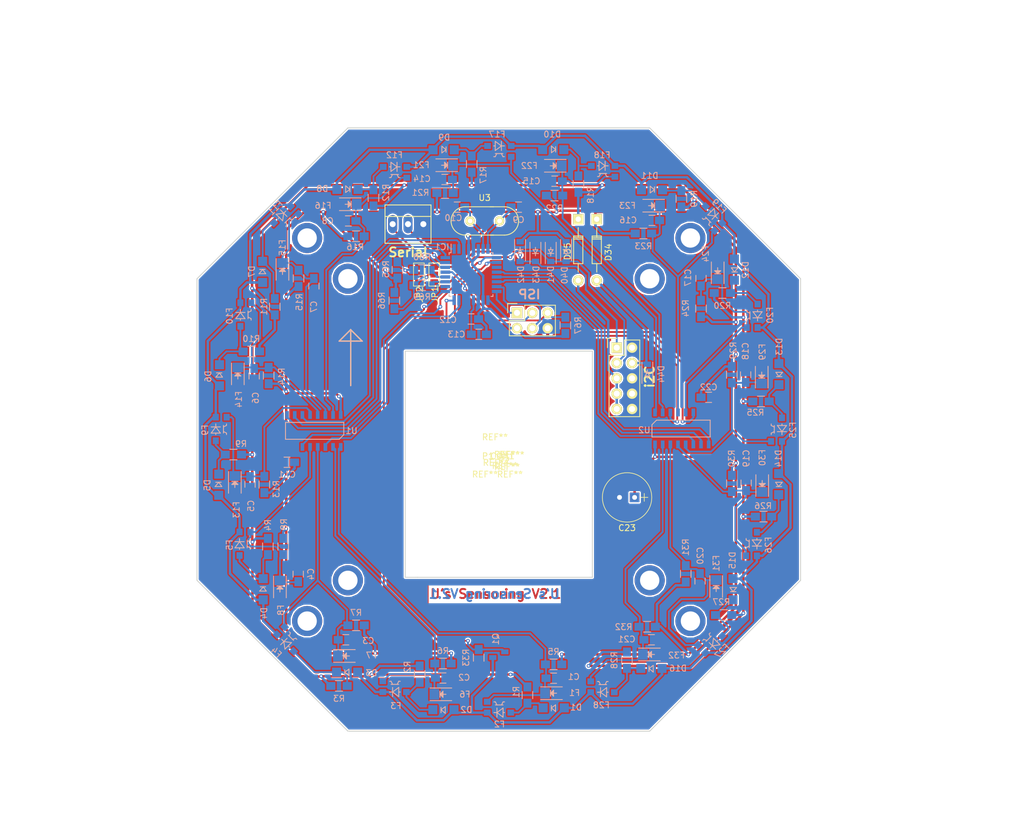
<source format=kicad_pcb>
(kicad_pcb (version 20171130) (host pcbnew 5.0.0-rc2-dev-unknown-4be1229~62~ubuntu16.04.1)
  (layers (0 F.Cu signal hide) (31 B.Cu signal hide) (34 B.Paste user) (35 F.Paste user) (36 B.SilkS user) (37 F.SilkS user) (38 B.Mask user) (39 F.Mask user) (44 Edge.Cuts user))
  (net 0 "")
  (net 1 "Net-(C9-Pad1)")
  (net 2 "Net-(C10-Pad1)")
  (net 3 "Net-(C13-Pad1)")
  (net 4 "Net-(CON1-Pad5)")
  (net 5 "Net-(D1-Pad2)")
  (net 6 "Net-(D2-Pad2)")
  (net 7 "Net-(D3-Pad2)")
  (net 8 "Net-(D4-Pad2)")
  (net 9 "Net-(D5-Pad2)")
  (net 10 "Net-(D6-Pad2)")
  (net 11 "Net-(D7-Pad2)")
  (net 12 "Net-(D8-Pad2)")
  (net 13 "Net-(D9-Pad2)")
  (net 14 "Net-(D10-Pad2)")
  (net 15 "Net-(D11-Pad2)")
  (net 16 "Net-(D12-Pad2)")
  (net 17 "Net-(D13-Pad2)")
  (net 18 "Net-(D14-Pad2)")
  (net 19 "Net-(D15-Pad2)")
  (net 20 "Net-(D16-Pad2)")
  (net 21 5V_IN)
  (net 22 12V_IN)
  (net 23 LEDPOWER)
  (net 24 "Net-(IC1-Pad27)")
  (net 25 "Net-(IC1-Pad28)")
  (net 26 SCL)
  (net 27 SDA)
  (net 28 MISO)
  (net 29 SS)
  (net 30 MOSI)
  (net 31 SCK)
  (net 32 "Net-(IC1-Pad30)")
  (net 33 S1)
  (net 34 GND)
  (net 35 S2)
  (net 36 S3)
  (net 37 S4)
  (net 38 S5)
  (net 39 S6)
  (net 40 S7)
  (net 41 S8)
  (net 42 S9)
  (net 43 S10)
  (net 44 S11)
  (net 45 S12)
  (net 46 S13)
  (net 47 S14)
  (net 48 S15)
  (net 49 S16)
  (net 50 LEDGND)
  (net 51 VCC)
  (net 52 A1)
  (net 53 INH0)
  (net 54 INH1)
  (net 55 B1)
  (net 56 C1)
  (net 57 ADC0)
  (net 58 ADC1)
  (net 59 LED)
  (net 60 A0)
  (net 61 C0)
  (net 62 B0)
  (net 63 "Net-(JP1-Pad2)")
  (net 64 "Net-(JP2-Pad2)")
  (module footprint:Mountinghole (layer F.Cu) (at 125.25 124.75)
    (fp_text reference REF** (at 29.464 -24.321) (layer F.SilkS))
    (fp_text value Mountinghole)
    (pad "" np_thru_hole circle (at 0 0) (size 5 5) (drill 3.2) (layers *.Cu *.Mask))
  )
  (module footprint:74HC4051-SO16 (layer B.Cu) (at 182.88 90.17)
    (fp_text reference U2 (at -1.778 2.921) (layer B.SilkS) (effects (justify mirror)))
    (fp_text value 74HC4051)
    (pad 1 smd rect (at 0 0) (size 0.6 1.3) (layers B.Cu B.Paste B.Mask) (net 42 S9))
    (pad 2 smd rect (at 1.27 0) (size 0.6 1.3) (layers B.Cu B.Paste B.Mask) (net 43 S10))
    (pad 3 smd rect (at 2.54 0) (size 0.6 1.3) (layers B.Cu B.Paste B.Mask) (net 58 ADC1))
    (pad 4 smd rect (at 3.81 0) (size 0.6 1.3) (layers B.Cu B.Paste B.Mask) (net 44 S11))
    (pad 5 smd rect (at 5.08 0) (size 0.6 1.3) (layers B.Cu B.Paste B.Mask) (net 45 S12))
    (pad 6 smd rect (at 6.35 0) (size 0.6 1.3) (layers B.Cu B.Paste B.Mask) (net 54 INH1))
    (pad 7 smd rect (at 7.62 0) (size 0.6 1.3) (layers B.Cu B.Paste B.Mask) (net 34 GND))
    (pad 8 smd rect (at 8.89 0) (size 0.6 1.3) (layers B.Cu B.Paste B.Mask) (net 34 GND))
    (pad 9 smd rect (at 8.89 5.3) (size 0.6 1.3) (layers B.Cu B.Paste B.Mask) (net 56 C1))
    (pad 10 smd rect (at 7.62 5.3) (size 0.6 1.3) (layers B.Cu B.Paste B.Mask) (net 55 B1))
    (pad 11 smd rect (at 6.35 5.3) (size 0.6 1.3) (layers B.Cu B.Paste B.Mask) (net 52 A1))
    (pad 12 smd rect (at 5.08 5.3) (size 0.6 1.3) (layers B.Cu B.Paste B.Mask) (net 46 S13))
    (pad 13 smd rect (at 3.81 5.3) (size 0.6 1.3) (layers B.Cu B.Paste B.Mask) (net 47 S14))
    (pad 14 smd rect (at 2.54 5.3) (size 0.6 1.3) (layers B.Cu B.Paste B.Mask) (net 48 S15))
    (pad 15 smd rect (at 1.27 5.3) (size 0.6 1.3) (layers B.Cu B.Paste B.Mask) (net 49 S16))
    (pad 16 smd rect (at 0 5.3) (size 0.6 1.3) (layers B.Cu B.Paste B.Mask) (net 51 VCC))
  )
  (module footprint:SFH3710 (layer B.Cu) (at 166.01186 49.276 180)
    (fp_text reference F22 (at 3.95986 0 180) (layer B.SilkS) (effects (justify mirror)))
    (fp_text value SFH3710)
    (pad 2 smd rect (at 1.41986 0) (size 1.59766 1.80086) (layers B.Cu B.Paste B.Mask) (net 34 GND))
    (pad 1 smd rect (at -1.41986 0) (size 1.59766 1.80086) (layers B.Cu B.Paste B.Mask) (net 43 S10))
  )
  (module footprint:R_0805 (layer B.Cu) (at 187.25 54.75 90)
    (fp_text reference R19 (at 0 2.1 90) (layer B.SilkS) (effects (justify mirror)))
    (fp_text value 470)
    (pad 1 smd rect (at -1.35 0 90) (size 1.5 1.3) (layers B.Cu B.Paste B.Mask) (net 23 LEDPOWER))
    (pad 2 smd rect (at 1.35 0 90) (size 1.5 1.3) (layers B.Cu B.Paste B.Mask) (net 15 "Net-(D11-Pad2)"))
  )
  (module footprint:QRE1113 (layer B.Cu) (at 191.25 56 315)
    (fp_text reference F19 (at 1.59099 -1.59099 315) (layer B.SilkS) (effects (justify mirror)))
    (fp_text value QRE1113)
    (pad 1 smd rect (at 0 0 315) (size 1.1 1) (layers B.Cu B.Paste B.Mask) (net 15 "Net-(D11-Pad2)"))
    (pad 2 smd rect (at 3.899999 0 315) (size 1.1 1) (layers B.Cu B.Paste B.Mask) (net 50 LEDGND))
    (pad 3 smd rect (at 3.9 1.8 315) (size 1.1 1) (layers B.Cu B.Paste B.Mask) (net 44 S11))
    (pad 4 smd rect (at 0 1.8 315) (size 1.1 1) (layers B.Cu B.Paste B.Mask) (net 34 GND))
  )
  (module footprint:C_0805 (layer B.Cu) (at 152.4 74.676 180)
    (fp_text reference C12 (at 3.81 -0.127 180) (layer B.SilkS) (effects (justify mirror)))
    (fp_text value 100n)
    (pad 1 smd rect (at -1.25 0 180) (size 1.5 1.25) (layers B.Cu B.Paste B.Mask) (net 51 VCC))
    (pad 2 smd rect (at 1.25 0 180) (size 1.5 1.25) (layers B.Cu B.Paste B.Mask) (net 34 GND))
  )
  (module footprint:Pin_Header_Straight_2x05 (layer F.Cu) (at 176.54 79.43)
    (fp_text reference P1 (at -21.346 17.979) (layer F.SilkS))
    (fp_text value I2C)
    (pad 1 thru_hole rect (at 0 0) (size 1.7272 1.7272) (drill 1.016) (layers *.Cu *.Mask F.SilkS) (net 27 SDA))
    (pad 2 thru_hole oval (at 2.54 0) (size 1.7272 1.7272) (drill 1.016) (layers *.Cu *.Mask F.SilkS) (net 34 GND))
    (pad 3 thru_hole oval (at 0 2.54) (size 1.7272 1.7272) (drill 1.016) (layers *.Cu *.Mask F.SilkS) (net 26 SCL))
    (pad 4 thru_hole oval (at 2.54 2.54) (size 1.7272 1.7272) (drill 1.016) (layers *.Cu *.Mask F.SilkS) (net 21 5V_IN))
    (pad 5 thru_hole oval (at 0 5.08) (size 1.7272 1.7272) (drill 1.016) (layers *.Cu *.Mask F.SilkS) (net 22 12V_IN))
    (pad 6 thru_hole oval (at 2.54 5.08) (size 1.7272 1.7272) (drill 1.016) (layers *.Cu *.Mask F.SilkS) (net 34 GND))
    (pad 7 thru_hole oval (at 0 7.62) (size 1.7272 1.7272) (drill 1.016) (layers *.Cu *.Mask F.SilkS) (net 22 12V_IN))
    (pad 8 thru_hole oval (at 2.54 7.62) (size 1.7272 1.7272) (drill 1.016) (layers *.Cu *.Mask F.SilkS) (net 34 GND))
    (pad 9 thru_hole oval (at 0 10.16) (size 1.7272 1.7272) (drill 1.016) (layers *.Cu *.Mask F.SilkS) (net 22 12V_IN))
    (pad 10 thru_hole oval (at 2.54 10.16) (size 1.7272 1.7272) (drill 1.016) (layers *.Cu *.Mask F.SilkS) (net 34 GND))
  )
  (module footprint:Shotkey-SOD-123 (layer B.Cu) (at 163.068 63.5 90)
    (fp_text reference D43 (at -3.81 0.127 90) (layer B.SilkS) (effects (justify mirror)))
    (fp_text value D_Schottky)
    (pad 1 smd rect (at -1.635 0 90) (size 0.91 1.22) (layers B.Cu B.Paste B.Mask) (net 27 SDA))
    (pad 2 smd rect (at 1.635 0 90) (size 0.91 1.22) (layers B.Cu B.Paste B.Mask) (net 34 GND))
  )
  (module footprint:R_0805 (layer B.Cu) (at 194.25 123.75 180)
    (fp_text reference R27 (at 0.381 2.159 180) (layer B.SilkS) (effects (justify mirror)))
    (fp_text value 470)
    (pad 1 smd rect (at -1.35 0 180) (size 1.5 1.3) (layers B.Cu B.Paste B.Mask) (net 23 LEDPOWER))
    (pad 2 smd rect (at 1.35 0 180) (size 1.5 1.3) (layers B.Cu B.Paste B.Mask) (net 19 "Net-(D15-Pad2)"))
  )
  (module footprint:atmega8-TQFP (layer B.Cu) (at 152.4 67.31 270)
    (fp_text reference IC1 (at -4.572 4.826) (layer B.SilkS) (effects (justify mirror)))
    (fp_text value ATMEGA88-A)
    (pad 1 smd rect (at -4.25 2.8 270) (size 1.6 0.55) (layers B.Cu B.Paste B.Mask) (net 62 B0))
    (pad 2 smd rect (at -4.25 2 270) (size 1.6 0.55) (layers B.Cu B.Paste B.Mask) (net 60 A0))
    (pad 3 smd rect (at -4.25 1.2 270) (size 1.6 0.55) (layers B.Cu B.Paste B.Mask) (net 34 GND))
    (pad 4 smd rect (at -4.25 0.4 270) (size 1.6 0.55) (layers B.Cu B.Paste B.Mask) (net 51 VCC))
    (pad 5 smd rect (at -4.25 -0.4 270) (size 1.6 0.55) (layers B.Cu B.Paste B.Mask) (net 34 GND))
    (pad 6 smd rect (at -4.25 -1.2 270) (size 1.6 0.55) (layers B.Cu B.Paste B.Mask) (net 51 VCC))
    (pad 7 smd rect (at -4.25 -2 270) (size 1.6 0.55) (layers B.Cu B.Paste B.Mask) (net 2 "Net-(C10-Pad1)"))
    (pad 8 smd rect (at -4.25 -2.8 270) (size 1.6 0.55) (layers B.Cu B.Paste B.Mask) (net 1 "Net-(C9-Pad1)"))
    (pad 9 smd rect (at -2.8 -4.25 180) (size 1.6 0.55) (layers B.Cu B.Paste B.Mask) (net 53 INH0))
    (pad 10 smd rect (at -2 -4.25 180) (size 1.6 0.55) (layers B.Cu B.Paste B.Mask) (net 54 INH1))
    (pad 11 smd rect (at -1.2 -4.25 180) (size 1.6 0.55) (layers B.Cu B.Paste B.Mask))
    (pad 12 smd rect (at -0.4 -4.25 180) (size 1.6 0.55) (layers B.Cu B.Paste B.Mask) (net 56 C1))
    (pad 13 smd rect (at 0.4 -4.25 180) (size 1.6 0.55) (layers B.Cu B.Paste B.Mask) (net 55 B1))
    (pad 14 smd rect (at 1.2 -4.25 180) (size 1.6 0.55) (layers B.Cu B.Paste B.Mask) (net 52 A1))
    (pad 15 smd rect (at 2 -4.25 180) (size 1.6 0.55) (layers B.Cu B.Paste B.Mask) (net 30 MOSI))
    (pad 16 smd rect (at 2.8 -4.25 180) (size 1.6 0.55) (layers B.Cu B.Paste B.Mask) (net 28 MISO))
    (pad 17 smd rect (at 4.25 -2.8 270) (size 1.6 0.55) (layers B.Cu B.Paste B.Mask) (net 31 SCK))
    (pad 18 smd rect (at 4.25 -2 270) (size 1.6 0.55) (layers B.Cu B.Paste B.Mask) (net 51 VCC))
    (pad 19 smd rect (at 4.25 -1.2 270) (size 1.6 0.55) (layers B.Cu B.Paste B.Mask) (net 34 GND))
    (pad 20 smd rect (at 4.25 -0.4 270) (size 1.6 0.55) (layers B.Cu B.Paste B.Mask) (net 3 "Net-(C13-Pad1)"))
    (pad 21 smd rect (at 4.25 0.4 270) (size 1.6 0.55) (layers B.Cu B.Paste B.Mask) (net 34 GND))
    (pad 22 smd rect (at 4.25 1.2 270) (size 1.6 0.55) (layers B.Cu B.Paste B.Mask) (net 34 GND))
    (pad 23 smd rect (at 4.25 2 270) (size 1.6 0.55) (layers B.Cu B.Paste B.Mask) (net 57 ADC0))
    (pad 24 smd rect (at 4.25 2.8 270) (size 1.6 0.55) (layers B.Cu B.Paste B.Mask) (net 58 ADC1))
    (pad 25 smd rect (at 2.8 4.25 180) (size 1.6 0.55) (layers B.Cu B.Paste B.Mask) (net 59 LED))
    (pad 26 smd rect (at 2 4.25 180) (size 1.6 0.55) (layers B.Cu B.Paste B.Mask))
    (pad 27 smd rect (at 1.2 4.25 180) (size 1.6 0.55) (layers B.Cu B.Paste B.Mask) (net 24 "Net-(IC1-Pad27)"))
    (pad 28 smd rect (at 0.4 4.25 180) (size 1.6 0.55) (layers B.Cu B.Paste B.Mask) (net 25 "Net-(IC1-Pad28)"))
    (pad 29 smd rect (at -0.4 4.25 180) (size 1.6 0.55) (layers B.Cu B.Paste B.Mask) (net 4 "Net-(CON1-Pad5)"))
    (pad 30 smd rect (at -1.2 4.25 180) (size 1.6 0.55) (layers B.Cu B.Paste B.Mask) (net 32 "Net-(IC1-Pad30)"))
    (pad 31 smd rect (at -2 4.25 180) (size 1.6 0.55) (layers B.Cu B.Paste B.Mask) (net 29 SS))
    (pad 32 smd rect (at -2.8 4.25 180) (size 1.6 0.55) (layers B.Cu B.Paste B.Mask) (net 61 C0))
  )
  (module footprint:R_0805 (layer B.Cu) (at 144.272 66.548 180)
    (fp_text reference R68 (at 0 2.159 180) (layer B.SilkS) (effects (justify mirror)))
    (fp_text value 1k)
    (pad 1 smd rect (at -1.35 0 180) (size 1.5 1.3) (layers B.Cu B.Paste B.Mask) (net 25 "Net-(IC1-Pad28)"))
    (pad 2 smd rect (at 1.35 0 180) (size 1.5 1.3) (layers B.Cu B.Paste B.Mask) (net 64 "Net-(JP2-Pad2)"))
  )
  (module footprint:R_0805 (layer B.Cu) (at 144.272 69.088 180)
    (fp_text reference R69 (at 0 -1.905 180) (layer B.SilkS) (effects (justify mirror)))
    (fp_text value 1k)
    (pad 1 smd rect (at -1.35 0 180) (size 1.5 1.3) (layers B.Cu B.Paste B.Mask) (net 24 "Net-(IC1-Pad27)"))
    (pad 2 smd rect (at 1.35 0 180) (size 1.5 1.3) (layers B.Cu B.Paste B.Mask) (net 63 "Net-(JP1-Pad2)"))
  )
  (module footprint:C_0805 (layer B.Cu) (at 153.69 77.216)
    (fp_text reference C13 (at -3.703 0) (layer B.SilkS) (effects (justify mirror)))
    (fp_text value 100n)
    (pad 1 smd rect (at -1.25 0) (size 1.5 1.25) (layers B.Cu B.Paste B.Mask) (net 3 "Net-(C13-Pad1)"))
    (pad 2 smd rect (at 1.25 0) (size 1.5 1.25) (layers B.Cu B.Paste B.Mask) (net 51 VCC))
  )
  (module footprint:SFH3710 (layer B.Cu) (at 147.7518 136.8933)
    (fp_text reference F6 (at 3.6322 0.0127) (layer B.SilkS) (effects (justify mirror)))
    (fp_text value SFH3710)
    (pad 2 smd rect (at 1.41986 0 180) (size 1.59766 1.80086) (layers B.Cu B.Paste B.Mask) (net 34 GND))
    (pad 1 smd rect (at -1.41986 0 180) (size 1.59766 1.80086) (layers B.Cu B.Paste B.Mask) (net 35 S2))
  )
  (module footprint:74HC4051-SO16 (layer B.Cu) (at 130.81 95.885 180)
    (fp_text reference U1 (at -1.778 2.667 180) (layer B.SilkS) (effects (justify mirror)))
    (fp_text value 74HC4051)
    (pad 1 smd rect (at 0 0 180) (size 0.6 1.3) (layers B.Cu B.Paste B.Mask) (net 33 S1))
    (pad 2 smd rect (at 1.27 0 180) (size 0.6 1.3) (layers B.Cu B.Paste B.Mask) (net 35 S2))
    (pad 3 smd rect (at 2.54 0 180) (size 0.6 1.3) (layers B.Cu B.Paste B.Mask) (net 57 ADC0))
    (pad 4 smd rect (at 3.81 0 180) (size 0.6 1.3) (layers B.Cu B.Paste B.Mask) (net 36 S3))
    (pad 5 smd rect (at 5.08 0 180) (size 0.6 1.3) (layers B.Cu B.Paste B.Mask) (net 37 S4))
    (pad 6 smd rect (at 6.35 0 180) (size 0.6 1.3) (layers B.Cu B.Paste B.Mask) (net 53 INH0))
    (pad 7 smd rect (at 7.62 0 180) (size 0.6 1.3) (layers B.Cu B.Paste B.Mask) (net 34 GND))
    (pad 8 smd rect (at 8.89 0 180) (size 0.6 1.3) (layers B.Cu B.Paste B.Mask) (net 34 GND))
    (pad 9 smd rect (at 8.89 5.3 180) (size 0.6 1.3) (layers B.Cu B.Paste B.Mask) (net 61 C0))
    (pad 10 smd rect (at 7.62 5.3 180) (size 0.6 1.3) (layers B.Cu B.Paste B.Mask) (net 62 B0))
    (pad 11 smd rect (at 6.35 5.3 180) (size 0.6 1.3) (layers B.Cu B.Paste B.Mask) (net 60 A0))
    (pad 12 smd rect (at 5.08 5.3 180) (size 0.6 1.3) (layers B.Cu B.Paste B.Mask) (net 38 S5))
    (pad 13 smd rect (at 3.81 5.3 180) (size 0.6 1.3) (layers B.Cu B.Paste B.Mask) (net 39 S6))
    (pad 14 smd rect (at 2.54 5.3 180) (size 0.6 1.3) (layers B.Cu B.Paste B.Mask) (net 40 S7))
    (pad 15 smd rect (at 1.27 5.3 180) (size 0.6 1.3) (layers B.Cu B.Paste B.Mask) (net 41 S8))
    (pad 16 smd rect (at 0 5.3 180) (size 0.6 1.3) (layers B.Cu B.Paste B.Mask) (net 51 VCC))
  )
  (module footprint:C_0805 (layer B.Cu) (at 166.07536 134.22376)
    (fp_text reference C1 (at 3.34264 -0.23876) (layer B.SilkS) (effects (justify mirror)))
    (fp_text value 1n)
    (pad 1 smd rect (at -1.25 0) (size 1.5 1.25) (layers B.Cu B.Paste B.Mask) (net 33 S1))
    (pad 2 smd rect (at 1.25 0) (size 1.5 1.25) (layers B.Cu B.Paste B.Mask) (net 34 GND))
  )
  (module footprint:C_0805 (layer B.Cu) (at 147.7518 134.1882)
    (fp_text reference C2 (at 3.5052 -0.0762) (layer B.SilkS) (effects (justify mirror)))
    (fp_text value 1n)
    (pad 1 smd rect (at -1.25 0) (size 1.5 1.25) (layers B.Cu B.Paste B.Mask) (net 35 S2))
    (pad 2 smd rect (at 1.25 0) (size 1.5 1.25) (layers B.Cu B.Paste B.Mask) (net 34 GND))
  )
  (module footprint:C_0805 (layer B.Cu) (at 131.65328 127.85344)
    (fp_text reference C3 (at 3.72872 0.16256) (layer B.SilkS) (effects (justify mirror)))
    (fp_text value 1n)
    (pad 1 smd rect (at -1.25 0) (size 1.5 1.25) (layers B.Cu B.Paste B.Mask) (net 36 S3))
    (pad 2 smd rect (at 1.25 0) (size 1.5 1.25) (layers B.Cu B.Paste B.Mask) (net 34 GND))
  )
  (module footprint:C_0805 (layer B.Cu) (at 123.77 116.97 90)
    (fp_text reference C4 (at 0 2.1 90) (layer B.SilkS) (effects (justify mirror)))
    (fp_text value 1n)
    (pad 1 smd rect (at -1.25 0 90) (size 1.5 1.25) (layers B.Cu B.Paste B.Mask) (net 37 S4))
    (pad 2 smd rect (at 1.25 0 90) (size 1.5 1.25) (layers B.Cu B.Paste B.Mask) (net 34 GND))
  )
  (module footprint:C_0805 (layer B.Cu) (at 115.7859 102.0699 270)
    (fp_text reference C5 (at 3.5941 -0.1651 270) (layer B.SilkS) (effects (justify mirror)))
    (fp_text value 1n)
    (pad 1 smd rect (at -1.25 0 270) (size 1.5 1.25) (layers B.Cu B.Paste B.Mask) (net 38 S5))
    (pad 2 smd rect (at 1.25 0 270) (size 1.5 1.25) (layers B.Cu B.Paste B.Mask) (net 34 GND))
  )
  (module footprint:C_0805 (layer B.Cu) (at 116.4717 84.1248 270)
    (fp_text reference C6 (at 3.6322 -0.2413 270) (layer B.SilkS) (effects (justify mirror)))
    (fp_text value 1n)
    (pad 1 smd rect (at -1.25 0 270) (size 1.5 1.25) (layers B.Cu B.Paste B.Mask) (net 39 S6))
    (pad 2 smd rect (at 1.25 0 270) (size 1.5 1.25) (layers B.Cu B.Paste B.Mask) (net 34 GND))
  )
  (module footprint:C_0805 (layer B.Cu) (at 126.365 69.215 270)
    (fp_text reference C7 (at 3.429 0 270) (layer B.SilkS) (effects (justify mirror)))
    (fp_text value 1n)
    (pad 1 smd rect (at -1.25 0 270) (size 1.5 1.25) (layers B.Cu B.Paste B.Mask) (net 40 S7))
    (pad 2 smd rect (at 1.25 0 270) (size 1.5 1.25) (layers B.Cu B.Paste B.Mask) (net 34 GND))
  )
  (module footprint:C_0805 (layer B.Cu) (at 132.08 58.42 180)
    (fp_text reference C8 (at 3.429 0 180) (layer B.SilkS) (effects (justify mirror)))
    (fp_text value 1n)
    (pad 1 smd rect (at -1.25 0 180) (size 1.5 1.25) (layers B.Cu B.Paste B.Mask) (net 41 S8))
    (pad 2 smd rect (at 1.25 0 180) (size 1.5 1.25) (layers B.Cu B.Paste B.Mask) (net 34 GND))
  )
  (module footprint:C_0805 (layer B.Cu) (at 160.274 56.134)
    (fp_text reference C9 (at 0 2.1) (layer B.SilkS) (effects (justify mirror)))
    (fp_text value 22p)
    (pad 1 smd rect (at -1.25 0) (size 1.5 1.25) (layers B.Cu B.Paste B.Mask) (net 1 "Net-(C9-Pad1)"))
    (pad 2 smd rect (at 1.25 0) (size 1.5 1.25) (layers B.Cu B.Paste B.Mask) (net 34 GND))
  )
  (module footprint:C_0805 (layer B.Cu) (at 150.114 56.134 180)
    (fp_text reference C10 (at 0.635 -1.778 180) (layer B.SilkS) (effects (justify mirror)))
    (fp_text value 22p)
    (pad 1 smd rect (at -1.25 0 180) (size 1.5 1.25) (layers B.Cu B.Paste B.Mask) (net 2 "Net-(C10-Pad1)"))
    (pad 2 smd rect (at 1.25 0 180) (size 1.5 1.25) (layers B.Cu B.Paste B.Mask) (net 34 GND))
  )
  (module footprint:C_0805 (layer B.Cu) (at 121.92 98.425 180)
    (fp_text reference C11 (at 0 -2.032 180) (layer B.SilkS) (effects (justify mirror)))
    (fp_text value 100n)
    (pad 1 smd rect (at -1.25 0 180) (size 1.5 1.25) (layers B.Cu B.Paste B.Mask) (net 51 VCC))
    (pad 2 smd rect (at 1.25 0 180) (size 1.5 1.25) (layers B.Cu B.Paste B.Mask) (net 34 GND))
  )
  (module footprint:C_0805 (layer B.Cu) (at 148.0566 51.5493 180)
    (fp_text reference C14 (at 3.7846 0.1143 180) (layer B.SilkS) (effects (justify mirror)))
    (fp_text value 1n)
    (pad 1 smd rect (at -1.25 0 180) (size 1.5 1.25) (layers B.Cu B.Paste B.Mask) (net 42 S9))
    (pad 2 smd rect (at 1.25 0 180) (size 1.5 1.25) (layers B.Cu B.Paste B.Mask) (net 34 GND))
  )
  (module footprint:C_0805 (layer B.Cu) (at 166.27094 51.8287 180)
    (fp_text reference C15 (at 3.83794 0.0127 180) (layer B.SilkS) (effects (justify mirror)))
    (fp_text value 1n)
    (pad 1 smd rect (at -1.25 0 180) (size 1.5 1.25) (layers B.Cu B.Paste B.Mask) (net 43 S10))
    (pad 2 smd rect (at 1.25 0 180) (size 1.5 1.25) (layers B.Cu B.Paste B.Mask) (net 34 GND))
  )
  (module footprint:C_0805 (layer B.Cu) (at 182.3847 58.3311 180)
    (fp_text reference C16 (at 3.9497 0.0381 180) (layer B.SilkS) (effects (justify mirror)))
    (fp_text value 1n)
    (pad 1 smd rect (at -1.25 0 180) (size 1.5 1.25) (layers B.Cu B.Paste B.Mask) (net 44 S11))
    (pad 2 smd rect (at 1.25 0 180) (size 1.5 1.25) (layers B.Cu B.Paste B.Mask) (net 34 GND))
  )
  (module footprint:C_0805 (layer B.Cu) (at 190.5 67.945 90)
    (fp_text reference C17 (at 0.127 -2.159 90) (layer B.SilkS) (effects (justify mirror)))
    (fp_text value 1n)
    (pad 1 smd rect (at -1.25 0 90) (size 1.5 1.25) (layers B.Cu B.Paste B.Mask) (net 45 S12))
    (pad 2 smd rect (at 1.25 0 90) (size 1.5 1.25) (layers B.Cu B.Paste B.Mask) (net 34 GND))
  )
  (module footprint:C_0805 (layer B.Cu) (at 197.89648 83.9216 90)
    (fp_text reference C18 (at 3.9116 -0.03048 270) (layer B.SilkS) (effects (justify mirror)))
    (fp_text value 1n)
    (pad 1 smd rect (at -1.25 0 90) (size 1.5 1.25) (layers B.Cu B.Paste B.Mask) (net 46 S13))
    (pad 2 smd rect (at 1.25 0 90) (size 1.5 1.25) (layers B.Cu B.Paste B.Mask) (net 34 GND))
  )
  (module footprint:C_0805 (layer B.Cu) (at 197.97776 101.86416 90)
    (fp_text reference C19 (at 4.07416 0.01524 90) (layer B.SilkS) (effects (justify mirror)))
    (fp_text value 1n)
    (pad 1 smd rect (at -1.25 0 90) (size 1.5 1.25) (layers B.Cu B.Paste B.Mask) (net 47 S14))
    (pad 2 smd rect (at 1.25 0 90) (size 1.5 1.25) (layers B.Cu B.Paste B.Mask) (net 34 GND))
  )
  (module footprint:C_0805 (layer B.Cu) (at 190.34 118.12 270)
    (fp_text reference C20 (at -4.201 -0.033 270) (layer B.SilkS) (effects (justify mirror)))
    (fp_text value 1n)
    (pad 1 smd rect (at -1.25 0 270) (size 1.5 1.25) (layers B.Cu B.Paste B.Mask) (net 48 S15))
    (pad 2 smd rect (at 1.25 0 270) (size 1.5 1.25) (layers B.Cu B.Paste B.Mask) (net 34 GND))
  )
  (module footprint:C_0805 (layer B.Cu) (at 182.29072 127.85344)
    (fp_text reference C21 (at -4.10972 -0.09144) (layer B.SilkS) (effects (justify mirror)))
    (fp_text value 1n)
    (pad 1 smd rect (at -1.25 0) (size 1.5 1.25) (layers B.Cu B.Paste B.Mask) (net 49 S16))
    (pad 2 smd rect (at 1.25 0) (size 1.5 1.25) (layers B.Cu B.Paste B.Mask) (net 34 GND))
  )
  (module footprint:AVR-ISP (layer F.Cu) (at 160.02 73.66)
    (fp_text reference CON1 (at -2.413 23.749) (layer F.SilkS))
    (fp_text value AVR-ISP-6)
    (pad 1 thru_hole rect (at 0 0) (size 1.7272 1.7272) (drill 1.016) (layers *.Cu *.Mask F.SilkS) (net 28 MISO))
    (pad 2 thru_hole oval (at 0 2.54) (size 1.7272 1.7272) (drill 1.016) (layers *.Cu *.Mask F.SilkS) (net 51 VCC))
    (pad 3 thru_hole oval (at 2.54 0) (size 1.7272 1.7272) (drill 1.016) (layers *.Cu *.Mask F.SilkS) (net 31 SCK))
    (pad 4 thru_hole oval (at 2.54 2.54) (size 1.7272 1.7272) (drill 1.016) (layers *.Cu *.Mask F.SilkS) (net 30 MOSI))
    (pad 5 thru_hole oval (at 5.08 0) (size 1.7272 1.7272) (drill 1.016) (layers *.Cu *.Mask F.SilkS) (net 4 "Net-(CON1-Pad5)"))
    (pad 6 thru_hole oval (at 5.08 2.54) (size 1.7272 1.7272) (drill 1.016) (layers *.Cu *.Mask F.SilkS) (net 34 GND))
  )
  (module footprint:1206_LED (layer B.Cu) (at 166.1033 139.1412)
    (fp_text reference D1 (at 3.6957 -0.0762) (layer B.SilkS) (effects (justify mirror)))
    (fp_text value LED)
    (pad 1 smd rect (at 1.75 0) (size 1.5 1.5) (layers B.Cu B.Paste B.Mask) (net 50 LEDGND))
    (pad 2 smd rect (at -1.75 0) (size 1.5 1.5) (layers B.Cu B.Paste B.Mask) (net 5 "Net-(D1-Pad2)"))
  )
  (module footprint:1206_LED (layer B.Cu) (at 147.828 139.446)
    (fp_text reference D2 (at 3.81 0) (layer B.SilkS) (effects (justify mirror)))
    (fp_text value LED)
    (pad 1 smd rect (at 1.75 0) (size 1.5 1.5) (layers B.Cu B.Paste B.Mask) (net 50 LEDGND))
    (pad 2 smd rect (at -1.75 0) (size 1.5 1.5) (layers B.Cu B.Paste B.Mask) (net 6 "Net-(D2-Pad2)"))
  )
  (module footprint:1206_LED (layer B.Cu) (at 131.8768 133.21792)
    (fp_text reference D3 (at 4.0132 0.13208) (layer B.SilkS) (effects (justify mirror)))
    (fp_text value LED)
    (pad 1 smd rect (at 1.75 0) (size 1.5 1.5) (layers B.Cu B.Paste B.Mask) (net 50 LEDGND))
    (pad 2 smd rect (at -1.75 0) (size 1.5 1.5) (layers B.Cu B.Paste B.Mask) (net 7 "Net-(D3-Pad2)"))
  )
  (module footprint:1206_LED (layer B.Cu) (at 117.97792 119.4816 270)
    (fp_text reference D4 (at 3.9624 -0.13208 270) (layer B.SilkS) (effects (justify mirror)))
    (fp_text value LED)
    (pad 1 smd rect (at 1.75 0 270) (size 1.5 1.5) (layers B.Cu B.Paste B.Mask) (net 50 LEDGND))
    (pad 2 smd rect (at -1.75 0 270) (size 1.5 1.5) (layers B.Cu B.Paste B.Mask) (net 8 "Net-(D4-Pad2)"))
  )
  (module footprint:1206_LED (layer B.Cu) (at 110.6043 102.1461 270)
    (fp_text reference D5 (at 0.0889 1.8923 270) (layer B.SilkS) (effects (justify mirror)))
    (fp_text value LED)
    (pad 1 smd rect (at 1.75 0 270) (size 1.5 1.5) (layers B.Cu B.Paste B.Mask) (net 50 LEDGND))
    (pad 2 smd rect (at -1.75 0 270) (size 1.5 1.5) (layers B.Cu B.Paste B.Mask) (net 9 "Net-(D5-Pad2)"))
  )
  (module footprint:1206_LED (layer B.Cu) (at 110.7186 84.0105 270)
    (fp_text reference D6 (at 0.1905 1.8796 270) (layer B.SilkS) (effects (justify mirror)))
    (fp_text value LED)
    (pad 1 smd rect (at 1.75 0 270) (size 1.5 1.5) (layers B.Cu B.Paste B.Mask) (net 50 LEDGND))
    (pad 2 smd rect (at -1.75 0 270) (size 1.5 1.5) (layers B.Cu B.Paste B.Mask) (net 10 "Net-(D6-Pad2)"))
  )
  (module footprint:1206_LED (layer B.Cu) (at 117.8814 66.8655 270)
    (fp_text reference D7 (at -0.0635 1.8034 270) (layer B.SilkS) (effects (justify mirror)))
    (fp_text value LED)
    (pad 1 smd rect (at 1.75 0 270) (size 1.5 1.5) (layers B.Cu B.Paste B.Mask) (net 50 LEDGND))
    (pad 2 smd rect (at -1.75 0 270) (size 1.5 1.5) (layers B.Cu B.Paste B.Mask) (net 11 "Net-(D7-Pad2)"))
  )
  (module footprint:1206_LED (layer B.Cu) (at 131.93268 53.19776 180)
    (fp_text reference D8 (at 4.17068 0.11176 180) (layer B.SilkS) (effects (justify mirror)))
    (fp_text value LED)
    (pad 1 smd rect (at 1.75 0 180) (size 1.5 1.5) (layers B.Cu B.Paste B.Mask) (net 50 LEDGND))
    (pad 2 smd rect (at -1.75 0 180) (size 1.5 1.5) (layers B.Cu B.Paste B.Mask) (net 12 "Net-(D8-Pad2)"))
  )
  (module footprint:1206_LED (layer B.Cu) (at 147.8661 46.6344 180)
    (fp_text reference D9 (at -0.0889 2.0574 180) (layer B.SilkS) (effects (justify mirror)))
    (fp_text value LED)
    (pad 1 smd rect (at 1.75 0 180) (size 1.5 1.5) (layers B.Cu B.Paste B.Mask) (net 50 LEDGND))
    (pad 2 smd rect (at -1.75 0 180) (size 1.5 1.5) (layers B.Cu B.Paste B.Mask) (net 13 "Net-(D9-Pad2)"))
  )
  (module footprint:1206_LED (layer B.Cu) (at 166.01948 46.60392 180)
    (fp_text reference D10 (at 0.15748 2.53492 180) (layer B.SilkS) (effects (justify mirror)))
    (fp_text value LED)
    (pad 1 smd rect (at 1.75 0 180) (size 1.5 1.5) (layers B.Cu B.Paste B.Mask) (net 50 LEDGND))
    (pad 2 smd rect (at -1.75 0 180) (size 1.5 1.5) (layers B.Cu B.Paste B.Mask) (net 14 "Net-(D10-Pad2)"))
  )
  (module footprint:1206_LED (layer B.Cu) (at 182.3847 53.2638 180)
    (fp_text reference D11 (at 0.3937 2.3368 180) (layer B.SilkS) (effects (justify mirror)))
    (fp_text value LED)
    (pad 1 smd rect (at 1.75 0 180) (size 1.5 1.5) (layers B.Cu B.Paste B.Mask) (net 50 LEDGND))
    (pad 2 smd rect (at -1.75 0 180) (size 1.5 1.5) (layers B.Cu B.Paste B.Mask) (net 15 "Net-(D11-Pad2)"))
  )
  (module footprint:1206_LED (layer B.Cu) (at 196.02704 66.48704 90)
    (fp_text reference D12 (at -0.06096 1.83896 90) (layer B.SilkS) (effects (justify mirror)))
    (fp_text value LED)
    (pad 1 smd rect (at 1.75 0 90) (size 1.5 1.5) (layers B.Cu B.Paste B.Mask) (net 50 LEDGND))
    (pad 2 smd rect (at -1.75 0 90) (size 1.5 1.5) (layers B.Cu B.Paste B.Mask) (net 16 "Net-(D12-Pad2)"))
  )
  (module footprint:1206_LED (layer B.Cu) (at 203.4032 83.82 90)
    (fp_text reference D13 (at 4.572 0.0508 90) (layer B.SilkS) (effects (justify mirror)))
    (fp_text value LED)
    (pad 1 smd rect (at 1.75 0 90) (size 1.5 1.5) (layers B.Cu B.Paste B.Mask) (net 50 LEDGND))
    (pad 2 smd rect (at -1.75 0 90) (size 1.5 1.5) (layers B.Cu B.Paste B.Mask) (net 17 "Net-(D13-Pad2)"))
  )
  (module footprint:1206_LED (layer B.Cu) (at 203.36256 102.04704 90)
    (fp_text reference D14 (at 4.25704 -0.03556 90) (layer B.SilkS) (effects (justify mirror)))
    (fp_text value LED)
    (pad 1 smd rect (at 1.75 0 90) (size 1.5 1.5) (layers B.Cu B.Paste B.Mask) (net 50 LEDGND))
    (pad 2 smd rect (at -1.75 0 90) (size 1.5 1.5) (layers B.Cu B.Paste B.Mask) (net 18 "Net-(D14-Pad2)"))
  )
  (module footprint:1206_LED (layer B.Cu) (at 195.7959 119.4816 90)
    (fp_text reference D15 (at 4.8006 -0.0889 90) (layer B.SilkS) (effects (justify mirror)))
    (fp_text value LED)
    (pad 1 smd rect (at 1.75 0 90) (size 1.5 1.5) (layers B.Cu B.Paste B.Mask) (net 50 LEDGND))
    (pad 2 smd rect (at -1.75 0 90) (size 1.5 1.5) (layers B.Cu B.Paste B.Mask) (net 19 "Net-(D15-Pad2)"))
  )
  (module footprint:1206_LED (layer B.Cu) (at 182.28564 132.60324)
    (fp_text reference D16 (at 4.40436 -0.01524) (layer B.SilkS) (effects (justify mirror)))
    (fp_text value LED)
    (pad 1 smd rect (at 1.75 0) (size 1.5 1.5) (layers B.Cu B.Paste B.Mask) (net 50 LEDGND))
    (pad 2 smd rect (at -1.75 0) (size 1.5 1.5) (layers B.Cu B.Paste B.Mask) (net 20 "Net-(D16-Pad2)"))
  )
  (module footprint:Diode_throughole (layer F.Cu) (at 173.22546 58.12948 270)
    (fp_text reference D34 (at 5.48692 -1.93294 270) (layer F.SilkS))
    (fp_text value D)
    (pad 2 thru_hole circle (at 10.16052 -0.00254 90) (size 1.69926 1.69926) (drill 0.9) (layers *.Cu *.Mask F.SilkS) (net 21 5V_IN))
    (pad 1 thru_hole rect (at 0.00052 -0.00254 90) (size 1.69926 1.69926) (drill 0.9) (layers *.Cu *.Mask F.SilkS) (net 51 VCC))
  )
  (module footprint:Diode_throughole (layer F.Cu) (at 170.15746 58.12948 270)
    (fp_text reference D35 (at 5.33452 1.77546 270) (layer F.SilkS))
    (fp_text value D)
    (pad 2 thru_hole circle (at 10.16052 -0.00254 90) (size 1.69926 1.69926) (drill 0.9) (layers *.Cu *.Mask F.SilkS) (net 22 12V_IN))
    (pad 1 thru_hole rect (at 0.00052 -0.00254 90) (size 1.69926 1.69926) (drill 0.9) (layers *.Cu *.Mask F.SilkS) (net 23 LEDPOWER))
  )
  (module footprint:Shotkey-SOD-123 (layer B.Cu) (at 168.148 63.5 270)
    (fp_text reference D40 (at 3.937 0.254 270) (layer B.SilkS) (effects (justify mirror)))
    (fp_text value D_Schottky)
    (pad 1 smd rect (at -1.635 0 270) (size 0.91 1.22) (layers B.Cu B.Paste B.Mask) (net 51 VCC))
    (pad 2 smd rect (at 1.635 0 270) (size 0.91 1.22) (layers B.Cu B.Paste B.Mask) (net 26 SCL))
  )
  (module footprint:Shotkey-SOD-123 (layer B.Cu) (at 165.608 63.5 90)
    (fp_text reference D41 (at -3.81 0 90) (layer B.SilkS) (effects (justify mirror)))
    (fp_text value D_Schottky)
    (pad 1 smd rect (at -1.635 0 90) (size 0.91 1.22) (layers B.Cu B.Paste B.Mask) (net 26 SCL))
    (pad 2 smd rect (at 1.635 0 90) (size 0.91 1.22) (layers B.Cu B.Paste B.Mask) (net 34 GND))
  )
  (module footprint:Shotkey-SOD-123 (layer B.Cu) (at 160.528 63.5 270)
    (fp_text reference D42 (at 3.81 -0.127 270) (layer B.SilkS) (effects (justify mirror)))
    (fp_text value D_Schottky)
    (pad 1 smd rect (at -1.635 0 270) (size 0.91 1.22) (layers B.Cu B.Paste B.Mask) (net 51 VCC))
    (pad 2 smd rect (at 1.635 0 270) (size 0.91 1.22) (layers B.Cu B.Paste B.Mask) (net 27 SDA))
  )
  (module footprint:SMD-shotkey (layer B.Cu) (at 181.61 83.82 270)
    (fp_text reference D44 (at 0 -2.286 270) (layer B.SilkS) (effects (justify mirror)))
    (fp_text value ZENER)
    (pad 1 smd rect (at -1.635 0 270) (size 0.91 1.22) (layers B.Cu B.Paste B.Mask) (net 21 5V_IN))
    (pad 2 smd rect (at 1.635 0 270) (size 0.91 1.22) (layers B.Cu B.Paste B.Mask) (net 34 GND))
  )
  (module footprint:SFH3710 (layer B.Cu) (at 166.07536 136.71042)
    (fp_text reference F1 (at 3.46964 -0.05842) (layer B.SilkS) (effects (justify mirror)))
    (fp_text value SFH3710)
    (pad 2 smd rect (at 1.41986 0 180) (size 1.59766 1.80086) (layers B.Cu B.Paste B.Mask) (net 34 GND))
    (pad 1 smd rect (at -1.41986 0 180) (size 1.59766 1.80086) (layers B.Cu B.Paste B.Mask) (net 33 S1))
  )
  (module footprint:QRE1113 (layer B.Cu) (at 158.9786 139.92352 180)
    (fp_text reference F2 (at 1.8796 -1.93548 180) (layer B.SilkS) (effects (justify mirror)))
    (fp_text value QRE1113)
    (pad 1 smd rect (at 0 0 180) (size 1.1 1) (layers B.Cu B.Paste B.Mask) (net 5 "Net-(D1-Pad2)"))
    (pad 2 smd rect (at 3.9 0 180) (size 1.1 1) (layers B.Cu B.Paste B.Mask) (net 50 LEDGND))
    (pad 3 smd rect (at 3.9 1.8 180) (size 1.1 1) (layers B.Cu B.Paste B.Mask) (net 33 S1))
    (pad 4 smd rect (at 0 1.8 180) (size 1.1 1) (layers B.Cu B.Paste B.Mask) (net 34 GND))
  )
  (module footprint:QRE1113 (layer B.Cu) (at 141.6939 136.5123 180)
    (fp_text reference F3 (at 1.7399 -2.2987 180) (layer B.SilkS) (effects (justify mirror)))
    (fp_text value QRE1113)
    (pad 1 smd rect (at 0 0 180) (size 1.1 1) (layers B.Cu B.Paste B.Mask) (net 6 "Net-(D2-Pad2)"))
    (pad 2 smd rect (at 3.9 0 180) (size 1.1 1) (layers B.Cu B.Paste B.Mask) (net 50 LEDGND))
    (pad 3 smd rect (at 3.9 1.8 180) (size 1.1 1) (layers B.Cu B.Paste B.Mask) (net 35 S2))
    (pad 4 smd rect (at 0 1.8 180) (size 1.1 1) (layers B.Cu B.Paste B.Mask) (net 34 GND))
  )
  (module footprint:QRE1113 (layer B.Cu) (at 123.007716 129.757716 135)
    (fp_text reference F4 (at 1.905 -2.159 135) (layer B.SilkS) (effects (justify mirror)))
    (fp_text value QRE1113)
    (pad 1 smd rect (at 0 0 135) (size 1.1 1) (layers B.Cu B.Paste B.Mask) (net 7 "Net-(D3-Pad2)"))
    (pad 2 smd rect (at 3.899999 0 135) (size 1.1 1) (layers B.Cu B.Paste B.Mask) (net 50 LEDGND))
    (pad 3 smd rect (at 3.9 1.8 135) (size 1.1 1) (layers B.Cu B.Paste B.Mask) (net 36 S3))
    (pad 4 smd rect (at 0 1.8 135) (size 1.1 1) (layers B.Cu B.Paste B.Mask) (net 34 GND))
  )
  (module footprint:QRE1113 (layer B.Cu) (at 114.05108 113.88344 90)
    (fp_text reference F5 (at 1.74244 -1.65608 90) (layer B.SilkS) (effects (justify mirror)))
    (fp_text value QRE1113)
    (pad 1 smd rect (at 0 0 90) (size 1.1 1) (layers B.Cu B.Paste B.Mask) (net 8 "Net-(D4-Pad2)"))
    (pad 2 smd rect (at 3.9 0 90) (size 1.1 1) (layers B.Cu B.Paste B.Mask) (net 50 LEDGND))
    (pad 3 smd rect (at 3.9 1.8 90) (size 1.1 1) (layers B.Cu B.Paste B.Mask) (net 37 S4))
    (pad 4 smd rect (at 0 1.8 90) (size 1.1 1) (layers B.Cu B.Paste B.Mask) (net 34 GND))
  )
  (module footprint:SFH3710 (layer B.Cu) (at 131.76504 130.53568)
    (fp_text reference F7 (at 4.12496 -0.10668) (layer B.SilkS) (effects (justify mirror)))
    (fp_text value SFH3710)
    (pad 2 smd rect (at 1.41986 0 180) (size 1.59766 1.80086) (layers B.Cu B.Paste B.Mask) (net 34 GND))
    (pad 1 smd rect (at -1.41986 0 180) (size 1.59766 1.80086) (layers B.Cu B.Paste B.Mask) (net 36 S3))
  )
  (module footprint:SFH3710 (layer B.Cu) (at 120.74144 119.44096 270)
    (fp_text reference F8 (at 3.49504 -0.16256 270) (layer B.SilkS) (effects (justify mirror)))
    (fp_text value SFH3710)
    (pad 2 smd rect (at 1.41986 0 90) (size 1.59766 1.80086) (layers B.Cu B.Paste B.Mask) (net 34 GND))
    (pad 1 smd rect (at -1.41986 0 90) (size 1.59766 1.80086) (layers B.Cu B.Paste B.Mask) (net 37 S4))
  )
  (module footprint:QRE1113 (layer B.Cu) (at 110.11154 94.8563 90)
    (fp_text reference F9 (at 1.7653 -1.78054 90) (layer B.SilkS) (effects (justify mirror)))
    (fp_text value QRE1113)
    (pad 1 smd rect (at 0 0 90) (size 1.1 1) (layers B.Cu B.Paste B.Mask) (net 9 "Net-(D5-Pad2)"))
    (pad 2 smd rect (at 3.9 0 90) (size 1.1 1) (layers B.Cu B.Paste B.Mask) (net 50 LEDGND))
    (pad 3 smd rect (at 3.9 1.8 90) (size 1.1 1) (layers B.Cu B.Paste B.Mask) (net 38 S5))
    (pad 4 smd rect (at 0 1.8 90) (size 1.1 1) (layers B.Cu B.Paste B.Mask) (net 34 GND))
  )
  (module footprint:QRE1113 (layer B.Cu) (at 114.19078 75.88504 90)
    (fp_text reference F10 (at 1.71704 -1.79578 90) (layer B.SilkS) (effects (justify mirror)))
    (fp_text value QRE1113)
    (pad 1 smd rect (at 0 0 90) (size 1.1 1) (layers B.Cu B.Paste B.Mask) (net 10 "Net-(D6-Pad2)"))
    (pad 2 smd rect (at 3.9 0 90) (size 1.1 1) (layers B.Cu B.Paste B.Mask) (net 50 LEDGND))
    (pad 3 smd rect (at 3.9 1.8 90) (size 1.1 1) (layers B.Cu B.Paste B.Mask) (net 39 S6))
    (pad 4 smd rect (at 0 1.8 90) (size 1.1 1) (layers B.Cu B.Paste B.Mask) (net 34 GND))
  )
  (module footprint:QRE1113 (layer B.Cu) (at 119.75 58.75 45)
    (fp_text reference F11 (at 1.944544 -1.59099 45) (layer B.SilkS) (effects (justify mirror)))
    (fp_text value QRE1113)
    (pad 1 smd rect (at 0 0 45) (size 1.1 1) (layers B.Cu B.Paste B.Mask) (net 11 "Net-(D7-Pad2)"))
    (pad 2 smd rect (at 3.899999 0 45) (size 1.1 1) (layers B.Cu B.Paste B.Mask) (net 50 LEDGND))
    (pad 3 smd rect (at 3.9 1.8 45) (size 1.1 1) (layers B.Cu B.Paste B.Mask) (net 40 S7))
    (pad 4 smd rect (at 0 1.8 45) (size 1.1 1) (layers B.Cu B.Paste B.Mask) (net 34 GND))
  )
  (module footprint:QRE1113 (layer B.Cu) (at 137.85596 49.4538)
    (fp_text reference F12 (at 1.84404 -1.9558) (layer B.SilkS) (effects (justify mirror)))
    (fp_text value QRE1113)
    (pad 1 smd rect (at 0 0) (size 1.1 1) (layers B.Cu B.Paste B.Mask) (net 12 "Net-(D8-Pad2)"))
    (pad 2 smd rect (at 3.9 0) (size 1.1 1) (layers B.Cu B.Paste B.Mask) (net 50 LEDGND))
    (pad 3 smd rect (at 3.9 1.8) (size 1.1 1) (layers B.Cu B.Paste B.Mask) (net 41 S8))
    (pad 4 smd rect (at 0 1.8) (size 1.1 1) (layers B.Cu B.Paste B.Mask) (net 34 GND))
  )
  (module footprint:SFH3710 (layer B.Cu) (at 113.2713 102.108 270)
    (fp_text reference F13 (at 4.191 -0.2667 270) (layer B.SilkS) (effects (justify mirror)))
    (fp_text value SFH3710)
    (pad 2 smd rect (at 1.41986 0 90) (size 1.59766 1.80086) (layers B.Cu B.Paste B.Mask) (net 34 GND))
    (pad 1 smd rect (at -1.41986 0 90) (size 1.59766 1.80086) (layers B.Cu B.Paste B.Mask) (net 38 S5))
  )
  (module footprint:SFH3710 (layer B.Cu) (at 113.7666 84.1248 270)
    (fp_text reference F14 (at 3.8862 -0.1524 270) (layer B.SilkS) (effects (justify mirror)))
    (fp_text value SFH3710)
    (pad 2 smd rect (at 1.41986 0 90) (size 1.59766 1.80086) (layers B.Cu B.Paste B.Mask) (net 34 GND))
    (pad 1 smd rect (at -1.41986 0 90) (size 1.59766 1.80086) (layers B.Cu B.Paste B.Mask) (net 39 S6))
  )
  (module footprint:SFH3710 (layer B.Cu) (at 121.158 66.802 270)
    (fp_text reference F15 (at -3.937 0 270) (layer B.SilkS) (effects (justify mirror)))
    (fp_text value SFH3710)
    (pad 2 smd rect (at 1.41986 0 90) (size 1.59766 1.80086) (layers B.Cu B.Paste B.Mask) (net 34 GND))
    (pad 1 smd rect (at -1.41986 0 90) (size 1.59766 1.80086) (layers B.Cu B.Paste B.Mask) (net 40 S7))
  )
  (module footprint:SFH3710 (layer B.Cu) (at 132.04444 55.65648 180)
    (fp_text reference F16 (at 4.15544 -0.22352 180) (layer B.SilkS) (effects (justify mirror)))
    (fp_text value SFH3710)
    (pad 2 smd rect (at 1.41986 0) (size 1.59766 1.80086) (layers B.Cu B.Paste B.Mask) (net 34 GND))
    (pad 1 smd rect (at -1.41986 0) (size 1.59766 1.80086) (layers B.Cu B.Paste B.Mask) (net 41 S8))
  )
  (module footprint:QRE1113 (layer B.Cu) (at 155.1432 45.9867)
    (fp_text reference F17 (at 1.5748 -1.9177) (layer B.SilkS) (effects (justify mirror)))
    (fp_text value QRE1113)
    (pad 1 smd rect (at 0 0) (size 1.1 1) (layers B.Cu B.Paste B.Mask) (net 13 "Net-(D9-Pad2)"))
    (pad 2 smd rect (at 3.9 0) (size 1.1 1) (layers B.Cu B.Paste B.Mask) (net 50 LEDGND))
    (pad 3 smd rect (at 3.9 1.8) (size 1.1 1) (layers B.Cu B.Paste B.Mask) (net 42 S9))
    (pad 4 smd rect (at 0 1.8) (size 1.1 1) (layers B.Cu B.Paste B.Mask) (net 34 GND))
  )
  (module footprint:QRE1113 (layer B.Cu) (at 172.33392 49.28616)
    (fp_text reference F18 (at 1.78308 -1.78816) (layer B.SilkS) (effects (justify mirror)))
    (fp_text value QRE1113)
    (pad 1 smd rect (at 0 0) (size 1.1 1) (layers B.Cu B.Paste B.Mask) (net 14 "Net-(D10-Pad2)"))
    (pad 2 smd rect (at 3.9 0) (size 1.1 1) (layers B.Cu B.Paste B.Mask) (net 50 LEDGND))
    (pad 3 smd rect (at 3.9 1.8) (size 1.1 1) (layers B.Cu B.Paste B.Mask) (net 43 S10))
    (pad 4 smd rect (at 0 1.8) (size 1.1 1) (layers B.Cu B.Paste B.Mask) (net 34 GND))
  )
  (module footprint:QRE1113 (layer B.Cu) (at 199.8726 72.1995 270)
    (fp_text reference F20 (at 1.8415 -2.0574 270) (layer B.SilkS) (effects (justify mirror)))
    (fp_text value QRE1113)
    (pad 1 smd rect (at 0 0 270) (size 1.1 1) (layers B.Cu B.Paste B.Mask) (net 16 "Net-(D12-Pad2)"))
    (pad 2 smd rect (at 3.9 0 270) (size 1.1 1) (layers B.Cu B.Paste B.Mask) (net 50 LEDGND))
    (pad 3 smd rect (at 3.9 1.8 270) (size 1.1 1) (layers B.Cu B.Paste B.Mask) (net 45 S12))
    (pad 4 smd rect (at 0 1.8 270) (size 1.1 1) (layers B.Cu B.Paste B.Mask) (net 34 GND))
  )
  (module footprint:SFH3710 (layer B.Cu) (at 148.0185 49.1871 180)
    (fp_text reference F21 (at 3.8735 0.0381 180) (layer B.SilkS) (effects (justify mirror)))
    (fp_text value SFH3710)
    (pad 2 smd rect (at 1.41986 0) (size 1.59766 1.80086) (layers B.Cu B.Paste B.Mask) (net 34 GND))
    (pad 1 smd rect (at -1.41986 0) (size 1.59766 1.80086) (layers B.Cu B.Paste B.Mask) (net 42 S9))
  )
  (module footprint:SFH3710 (layer B.Cu) (at 182.3085 55.8927 180)
    (fp_text reference F23 (at 4.0005 0.0127 180) (layer B.SilkS) (effects (justify mirror)))
    (fp_text value SFH3710)
    (pad 2 smd rect (at 1.41986 0) (size 1.59766 1.80086) (layers B.Cu B.Paste B.Mask) (net 34 GND))
    (pad 1 smd rect (at -1.41986 0) (size 1.59766 1.80086) (layers B.Cu B.Paste B.Mask) (net 44 S11))
  )
  (module footprint:SFH3710 (layer B.Cu) (at 193.26352 66.66992 90)
    (fp_text reference F24 (at 2.78892 -2.00152 90) (layer B.SilkS) (effects (justify mirror)))
    (fp_text value SFH3710)
    (pad 2 smd rect (at 1.41986 0 270) (size 1.59766 1.80086) (layers B.Cu B.Paste B.Mask) (net 34 GND))
    (pad 1 smd rect (at -1.41986 0 270) (size 1.59766 1.80086) (layers B.Cu B.Paste B.Mask) (net 45 S12))
  )
  (module footprint:QRE1113 (layer B.Cu) (at 203.9112 91.059 270)
    (fp_text reference F25 (at 2.032 -1.8288 270) (layer B.SilkS) (effects (justify mirror)))
    (fp_text value QRE1113)
    (pad 1 smd rect (at 0 0 270) (size 1.1 1) (layers B.Cu B.Paste B.Mask) (net 17 "Net-(D13-Pad2)"))
    (pad 2 smd rect (at 3.9 0 270) (size 1.1 1) (layers B.Cu B.Paste B.Mask) (net 50 LEDGND))
    (pad 3 smd rect (at 3.9 1.8 270) (size 1.1 1) (layers B.Cu B.Paste B.Mask) (net 46 S13))
    (pad 4 smd rect (at 0 1.8 270) (size 1.1 1) (layers B.Cu B.Paste B.Mask) (net 34 GND))
  )
  (module footprint:QRE1113 (layer B.Cu) (at 199.7583 110.0328 270)
    (fp_text reference F26 (at 2.1082 -1.9177 270) (layer B.SilkS) (effects (justify mirror)))
    (fp_text value QRE1113)
    (pad 1 smd rect (at 0 0 270) (size 1.1 1) (layers B.Cu B.Paste B.Mask) (net 18 "Net-(D14-Pad2)"))
    (pad 2 smd rect (at 3.9 0 270) (size 1.1 1) (layers B.Cu B.Paste B.Mask) (net 50 LEDGND))
    (pad 3 smd rect (at 3.9 1.8 270) (size 1.1 1) (layers B.Cu B.Paste B.Mask) (net 47 S14))
    (pad 4 smd rect (at 0 1.8 270) (size 1.1 1) (layers B.Cu B.Paste B.Mask) (net 34 GND))
  )
  (module footprint:QRE1113 (layer B.Cu) (at 194.007716 127.242284 225)
    (fp_text reference F27 (at 1.767767 -1.767767 225) (layer B.SilkS) (effects (justify mirror)))
    (fp_text value QRE1113)
    (pad 1 smd rect (at 0 0 225) (size 1.1 1) (layers B.Cu B.Paste B.Mask) (net 19 "Net-(D15-Pad2)"))
    (pad 2 smd rect (at 3.899999 0 225) (size 1.1 1) (layers B.Cu B.Paste B.Mask) (net 50 LEDGND))
    (pad 3 smd rect (at 3.9 1.8 225) (size 1.1 1) (layers B.Cu B.Paste B.Mask) (net 48 S15))
    (pad 4 smd rect (at 0 1.8 225) (size 1.1 1) (layers B.Cu B.Paste B.Mask) (net 34 GND))
  )
  (module footprint:QRE1113 (layer B.Cu) (at 176.1363 136.5504 180)
    (fp_text reference F28 (at 2.1463 -2.1336 180) (layer B.SilkS) (effects (justify mirror)))
    (fp_text value QRE1113)
    (pad 1 smd rect (at 0 0 180) (size 1.1 1) (layers B.Cu B.Paste B.Mask) (net 20 "Net-(D16-Pad2)"))
    (pad 2 smd rect (at 3.9 0 180) (size 1.1 1) (layers B.Cu B.Paste B.Mask) (net 50 LEDGND))
    (pad 3 smd rect (at 3.9 1.8 180) (size 1.1 1) (layers B.Cu B.Paste B.Mask) (net 49 S16))
    (pad 4 smd rect (at 0 1.8 180) (size 1.1 1) (layers B.Cu B.Paste B.Mask) (net 34 GND))
  )
  (module footprint:SFH3710 (layer B.Cu) (at 200.5584 83.9724 90)
    (fp_text reference F29 (at 3.8354 0.1016 270) (layer B.SilkS) (effects (justify mirror)))
    (fp_text value SFH3710)
    (pad 2 smd rect (at 1.41986 0 270) (size 1.59766 1.80086) (layers B.Cu B.Paste B.Mask) (net 34 GND))
    (pad 1 smd rect (at -1.41986 0 270) (size 1.59766 1.80086) (layers B.Cu B.Paste B.Mask) (net 46 S13))
  )
  (module footprint:SFH3710 (layer B.Cu) (at 200.63968 101.94544 90)
    (fp_text reference F30 (at 4.28244 0.02032 90) (layer B.SilkS) (effects (justify mirror)))
    (fp_text value SFH3710)
    (pad 2 smd rect (at 1.41986 0 270) (size 1.59766 1.80086) (layers B.Cu B.Paste B.Mask) (net 34 GND))
    (pad 1 smd rect (at -1.41986 0 270) (size 1.59766 1.80086) (layers B.Cu B.Paste B.Mask) (net 47 S14))
  )
  (module footprint:SFH3710 (layer B.Cu) (at 193.0146 119.3673 270)
    (fp_text reference F31 (at -4.1783 -0.0254 270) (layer B.SilkS) (effects (justify mirror)))
    (fp_text value SFH3710)
    (pad 2 smd rect (at 1.41986 0 90) (size 1.59766 1.80086) (layers B.Cu B.Paste B.Mask) (net 34 GND))
    (pad 1 smd rect (at -1.41986 0 90) (size 1.59766 1.80086) (layers B.Cu B.Paste B.Mask) (net 48 S15))
  )
  (module footprint:SFH3710 (layer B.Cu) (at 182.30088 130.28676)
    (fp_text reference F32 (at 4.13512 0.14224) (layer B.SilkS) (effects (justify mirror)))
    (fp_text value SFH3710)
    (pad 2 smd rect (at 1.41986 0 180) (size 1.59766 1.80086) (layers B.Cu B.Paste B.Mask) (net 34 GND))
    (pad 1 smd rect (at -1.41986 0 180) (size 1.59766 1.80086) (layers B.Cu B.Paste B.Mask) (net 49 S16))
  )
  (module footprint:R_0805 (layer B.Cu) (at 161.74466 137.01776 270)
    (fp_text reference R1 (at -0.51776 1.85166 270) (layer B.SilkS) (effects (justify mirror)))
    (fp_text value 470)
    (pad 1 smd rect (at -1.35 0 270) (size 1.5 1.3) (layers B.Cu B.Paste B.Mask) (net 23 LEDPOWER))
    (pad 2 smd rect (at 1.35 0 270) (size 1.5 1.3) (layers B.Cu B.Paste B.Mask) (net 5 "Net-(D1-Pad2)"))
  )
  (module footprint:R_0805 (layer B.Cu) (at 143.891 133.5532 270)
    (fp_text reference R2 (at -1.2192 2.032 270) (layer B.SilkS) (effects (justify mirror)))
    (fp_text value 470)
    (pad 1 smd rect (at -1.35 0 270) (size 1.5 1.3) (layers B.Cu B.Paste B.Mask) (net 23 LEDPOWER))
    (pad 2 smd rect (at 1.35 0 270) (size 1.5 1.3) (layers B.Cu B.Paste B.Mask) (net 6 "Net-(D2-Pad2)"))
  )
  (module footprint:R_0805 (layer B.Cu) (at 130.53 135.5)
    (fp_text reference R3 (at 0 2.1) (layer B.SilkS) (effects (justify mirror)))
    (fp_text value 470)
    (pad 1 smd rect (at -1.35 0) (size 1.5 1.3) (layers B.Cu B.Paste B.Mask) (net 23 LEDPOWER))
    (pad 2 smd rect (at 1.35 0) (size 1.5 1.3) (layers B.Cu B.Paste B.Mask) (net 7 "Net-(D3-Pad2)"))
  )
  (module footprint:R_0805 (layer B.Cu) (at 118.745 112.395 270)
    (fp_text reference R4 (at -3.556 0 270) (layer B.SilkS) (effects (justify mirror)))
    (fp_text value 470)
    (pad 1 smd rect (at -1.35 0 270) (size 1.5 1.3) (layers B.Cu B.Paste B.Mask) (net 23 LEDPOWER))
    (pad 2 smd rect (at 1.35 0 270) (size 1.5 1.3) (layers B.Cu B.Paste B.Mask) (net 8 "Net-(D4-Pad2)"))
  )
  (module footprint:R_0805 (layer B.Cu) (at 166.07536 131.93268 180)
    (fp_text reference R5 (at 0 2.1 180) (layer B.SilkS) (effects (justify mirror)))
    (fp_text value 10k)
    (pad 1 smd rect (at -1.35 0 180) (size 1.5 1.3) (layers B.Cu B.Paste B.Mask) (net 51 VCC))
    (pad 2 smd rect (at 1.35 0 180) (size 1.5 1.3) (layers B.Cu B.Paste B.Mask) (net 33 S1))
  )
  (module footprint:R_0805 (layer B.Cu) (at 147.7518 131.7879 180)
    (fp_text reference R6 (at 0 2.1 180) (layer B.SilkS) (effects (justify mirror)))
    (fp_text value 10k)
    (pad 1 smd rect (at -1.35 0 180) (size 1.5 1.3) (layers B.Cu B.Paste B.Mask) (net 51 VCC))
    (pad 2 smd rect (at 1.35 0 180) (size 1.5 1.3) (layers B.Cu B.Paste B.Mask) (net 35 S2))
  )
  (module footprint:R_0805 (layer B.Cu) (at 133.36 125.46 180)
    (fp_text reference R7 (at 0 2.1 180) (layer B.SilkS) (effects (justify mirror)))
    (fp_text value 10k)
    (pad 1 smd rect (at -1.35 0 180) (size 1.5 1.3) (layers B.Cu B.Paste B.Mask) (net 51 VCC))
    (pad 2 smd rect (at 1.35 0 180) (size 1.5 1.3) (layers B.Cu B.Paste B.Mask) (net 36 S3))
  )
  (module footprint:R_0805 (layer B.Cu) (at 121.285 112.395 270)
    (fp_text reference R8 (at -3.683 -0.127 270) (layer B.SilkS) (effects (justify mirror)))
    (fp_text value 10k)
    (pad 1 smd rect (at -1.35 0 270) (size 1.5 1.3) (layers B.Cu B.Paste B.Mask) (net 51 VCC))
    (pad 2 smd rect (at 1.35 0 270) (size 1.5 1.3) (layers B.Cu B.Paste B.Mask) (net 37 S4))
  )
  (module footprint:R_0805 (layer B.Cu) (at 113.03 97.155 180)
    (fp_text reference R9 (at -1.27 1.778 180) (layer B.SilkS) (effects (justify mirror)))
    (fp_text value 470)
    (pad 1 smd rect (at -1.35 0 180) (size 1.5 1.3) (layers B.Cu B.Paste B.Mask) (net 23 LEDPOWER))
    (pad 2 smd rect (at 1.35 0 180) (size 1.5 1.3) (layers B.Cu B.Paste B.Mask) (net 9 "Net-(D5-Pad2)"))
  )
  (module footprint:R_0805 (layer B.Cu) (at 116.0018 80.0608 180)
    (fp_text reference R10 (at 0 2.1 180) (layer B.SilkS) (effects (justify mirror)))
    (fp_text value 470)
    (pad 1 smd rect (at -1.35 0 180) (size 1.5 1.3) (layers B.Cu B.Paste B.Mask) (net 23 LEDPOWER))
    (pad 2 smd rect (at 1.35 0 180) (size 1.5 1.3) (layers B.Cu B.Paste B.Mask) (net 10 "Net-(D6-Pad2)"))
  )
  (module footprint:R_0805 (layer B.Cu) (at 119.888 72.644 90)
    (fp_text reference R11 (at 0 -1.778 90) (layer B.SilkS) (effects (justify mirror)))
    (fp_text value 470)
    (pad 1 smd rect (at -1.35 0 90) (size 1.5 1.3) (layers B.Cu B.Paste B.Mask) (net 23 LEDPOWER))
    (pad 2 smd rect (at 1.35 0 90) (size 1.5 1.3) (layers B.Cu B.Paste B.Mask) (net 11 "Net-(D7-Pad2)"))
  )
  (module footprint:R_0805 (layer B.Cu) (at 136.23544 54.59476 90)
    (fp_text reference R12 (at 0.87376 2.06756 90) (layer B.SilkS) (effects (justify mirror)))
    (fp_text value 470)
    (pad 1 smd rect (at -1.35 0 90) (size 1.5 1.3) (layers B.Cu B.Paste B.Mask) (net 23 LEDPOWER))
    (pad 2 smd rect (at 1.35 0 90) (size 1.5 1.3) (layers B.Cu B.Paste B.Mask) (net 12 "Net-(D8-Pad2)"))
  )
  (module footprint:R_0805 (layer B.Cu) (at 118.15826 102.1207 90)
    (fp_text reference R13 (at -0.7493 1.98374 90) (layer B.SilkS) (effects (justify mirror)))
    (fp_text value 10k)
    (pad 1 smd rect (at -1.35 0 90) (size 1.5 1.3) (layers B.Cu B.Paste B.Mask) (net 51 VCC))
    (pad 2 smd rect (at 1.35 0 90) (size 1.5 1.3) (layers B.Cu B.Paste B.Mask) (net 38 S5))
  )
  (module footprint:R_0805 (layer B.Cu) (at 118.872 84.0486 90)
    (fp_text reference R14 (at -0.1524 2.159 90) (layer B.SilkS) (effects (justify mirror)))
    (fp_text value 10k)
    (pad 1 smd rect (at -1.35 0 90) (size 1.5 1.3) (layers B.Cu B.Paste B.Mask) (net 51 VCC))
    (pad 2 smd rect (at 1.35 0 90) (size 1.5 1.3) (layers B.Cu B.Paste B.Mask) (net 39 S6))
  )
  (module footprint:R_0805 (layer B.Cu) (at 123.825 67.945 90)
    (fp_text reference R15 (at -3.937 0.127 90) (layer B.SilkS) (effects (justify mirror)))
    (fp_text value 10k)
    (pad 1 smd rect (at -1.35 0 90) (size 1.5 1.3) (layers B.Cu B.Paste B.Mask) (net 51 VCC))
    (pad 2 smd rect (at 1.35 0 90) (size 1.5 1.3) (layers B.Cu B.Paste B.Mask) (net 40 S7))
  )
  (module footprint:R_0805 (layer B.Cu) (at 133.35 60.96)
    (fp_text reference R16 (at -0.127 1.778) (layer B.SilkS) (effects (justify mirror)))
    (fp_text value 10k)
    (pad 1 smd rect (at -1.35 0) (size 1.5 1.3) (layers B.Cu B.Paste B.Mask) (net 51 VCC))
    (pad 2 smd rect (at 1.35 0) (size 1.5 1.3) (layers B.Cu B.Paste B.Mask) (net 41 S8))
  )
  (module footprint:R_0805 (layer B.Cu) (at 152.5143 48.9966 90)
    (fp_text reference R17 (at -1.8034 1.9177 90) (layer B.SilkS) (effects (justify mirror)))
    (fp_text value 470)
    (pad 1 smd rect (at -1.35 0 90) (size 1.5 1.3) (layers B.Cu B.Paste B.Mask) (net 23 LEDPOWER))
    (pad 2 smd rect (at 1.35 0 90) (size 1.5 1.3) (layers B.Cu B.Paste B.Mask) (net 13 "Net-(D9-Pad2)"))
  )
  (module footprint:R_0805 (layer B.Cu) (at 170.1927 52.3113 90)
    (fp_text reference R18 (at -1.7907 2.0193 90) (layer B.SilkS) (effects (justify mirror)))
    (fp_text value 470)
    (pad 1 smd rect (at -1.35 0 90) (size 1.5 1.3) (layers B.Cu B.Paste B.Mask) (net 23 LEDPOWER))
    (pad 2 smd rect (at 1.35 0 90) (size 1.5 1.3) (layers B.Cu B.Paste B.Mask) (net 14 "Net-(D10-Pad2)"))
  )
  (module footprint:R_0805 (layer B.Cu) (at 194.0433 70.3707)
    (fp_text reference R20 (at 0 2.1) (layer B.SilkS) (effects (justify mirror)))
    (fp_text value 470)
    (pad 1 smd rect (at -1.35 0) (size 1.5 1.3) (layers B.Cu B.Paste B.Mask) (net 23 LEDPOWER))
    (pad 2 smd rect (at 1.35 0) (size 1.5 1.3) (layers B.Cu B.Paste B.Mask) (net 16 "Net-(D12-Pad2)"))
  )
  (module footprint:R_0805 (layer B.Cu) (at 148.0947 53.7972)
    (fp_text reference R21 (at -4.0767 -0.0762) (layer B.SilkS) (effects (justify mirror)))
    (fp_text value 10k)
    (pad 1 smd rect (at -1.35 0) (size 1.5 1.3) (layers B.Cu B.Paste B.Mask) (net 51 VCC))
    (pad 2 smd rect (at 1.35 0) (size 1.5 1.3) (layers B.Cu B.Paste B.Mask) (net 42 S9))
  )
  (module footprint:R_0805 (layer B.Cu) (at 166.2303 54.2163)
    (fp_text reference R22 (at 0 2.1) (layer B.SilkS) (effects (justify mirror)))
    (fp_text value 10k)
    (pad 1 smd rect (at -1.35 0) (size 1.5 1.3) (layers B.Cu B.Paste B.Mask) (net 51 VCC))
    (pad 2 smd rect (at 1.35 0) (size 1.5 1.3) (layers B.Cu B.Paste B.Mask) (net 43 S10))
  )
  (module footprint:R_0805 (layer B.Cu) (at 180.9585 60.5028)
    (fp_text reference R23 (at 0 2.1) (layer B.SilkS) (effects (justify mirror)))
    (fp_text value 10k)
    (pad 1 smd rect (at -1.35 0) (size 1.5 1.3) (layers B.Cu B.Paste B.Mask) (net 51 VCC))
    (pad 2 smd rect (at 1.35 0) (size 1.5 1.3) (layers B.Cu B.Paste B.Mask) (net 44 S11))
  )
  (module footprint:R_0805 (layer B.Cu) (at 190.5 72.95 90)
    (fp_text reference R24 (at 0.052 -2.54 90) (layer B.SilkS) (effects (justify mirror)))
    (fp_text value 10k)
    (pad 1 smd rect (at -1.35 0 90) (size 1.5 1.3) (layers B.Cu B.Paste B.Mask) (net 51 VCC))
    (pad 2 smd rect (at 1.35 0 90) (size 1.5 1.3) (layers B.Cu B.Paste B.Mask) (net 45 S12))
  )
  (module footprint:R_0805 (layer B.Cu) (at 200.44156 88.34628)
    (fp_text reference R25 (at -0.92456 1.82372) (layer B.SilkS) (effects (justify mirror)))
    (fp_text value 470)
    (pad 1 smd rect (at -1.35 0) (size 1.5 1.3) (layers B.Cu B.Paste B.Mask) (net 23 LEDPOWER))
    (pad 2 smd rect (at 1.35 0) (size 1.5 1.3) (layers B.Cu B.Paste B.Mask) (net 17 "Net-(D13-Pad2)"))
  )
  (module footprint:R_0805 (layer B.Cu) (at 200.86 107.43)
    (fp_text reference R26 (at -0.073 -1.766) (layer B.SilkS) (effects (justify mirror)))
    (fp_text value 470)
    (pad 1 smd rect (at -1.35 0) (size 1.5 1.3) (layers B.Cu B.Paste B.Mask) (net 23 LEDPOWER))
    (pad 2 smd rect (at 1.35 0) (size 1.5 1.3) (layers B.Cu B.Paste B.Mask) (net 18 "Net-(D14-Pad2)"))
  )
  (module footprint:R_0805 (layer B.Cu) (at 178.22926 131.23418 270)
    (fp_text reference R28 (at 0 2.1 270) (layer B.SilkS) (effects (justify mirror)))
    (fp_text value 470)
    (pad 1 smd rect (at -1.35 0 270) (size 1.5 1.3) (layers B.Cu B.Paste B.Mask) (net 23 LEDPOWER))
    (pad 2 smd rect (at 1.35 0 270) (size 1.5 1.3) (layers B.Cu B.Paste B.Mask) (net 20 "Net-(D16-Pad2)"))
  )
  (module footprint:R_0805 (layer B.Cu) (at 195.60794 83.90382 270)
    (fp_text reference R29 (at -4.02082 -0.22606 270) (layer B.SilkS) (effects (justify mirror)))
    (fp_text value 10k)
    (pad 1 smd rect (at -1.35 0 270) (size 1.5 1.3) (layers B.Cu B.Paste B.Mask) (net 51 VCC))
    (pad 2 smd rect (at 1.35 0 270) (size 1.5 1.3) (layers B.Cu B.Paste B.Mask) (net 46 S13))
  )
  (module footprint:R_0805 (layer B.Cu) (at 195.62064 101.94544 270)
    (fp_text reference R30 (at -4.15544 0.04064 270) (layer B.SilkS) (effects (justify mirror)))
    (fp_text value 10k)
    (pad 1 smd rect (at -1.35 0 270) (size 1.5 1.3) (layers B.Cu B.Paste B.Mask) (net 51 VCC))
    (pad 2 smd rect (at 1.35 0 270) (size 1.5 1.3) (layers B.Cu B.Paste B.Mask) (net 47 S14))
  )
  (module footprint:R_0805 (layer B.Cu) (at 187.97 116.93 90)
    (fp_text reference R31 (at 4.408 -0.01 90) (layer B.SilkS) (effects (justify mirror)))
    (fp_text value 10k)
    (pad 1 smd rect (at -1.35 0 90) (size 1.5 1.3) (layers B.Cu B.Paste B.Mask) (net 51 VCC))
    (pad 2 smd rect (at 1.35 0 90) (size 1.5 1.3) (layers B.Cu B.Paste B.Mask) (net 48 S15))
  )
  (module footprint:R_0805 (layer B.Cu) (at 181.58 125.69 180)
    (fp_text reference R32 (at 3.907 -0.04 180) (layer B.SilkS) (effects (justify mirror)))
    (fp_text value 10k)
    (pad 1 smd rect (at -1.35 0 180) (size 1.5 1.3) (layers B.Cu B.Paste B.Mask) (net 51 VCC))
    (pad 2 smd rect (at 1.35 0 180) (size 1.5 1.3) (layers B.Cu B.Paste B.Mask) (net 49 S16))
  )
  (module footprint:R_0805 (layer B.Cu) (at 153.67 130.81 270)
    (fp_text reference R33 (at 0 2.1 270) (layer B.SilkS) (effects (justify mirror)))
    (fp_text value 1k)
    (pad 1 smd rect (at -1.35 0 270) (size 1.5 1.3) (layers B.Cu B.Paste B.Mask) (net 59 LED))
    (pad 2 smd rect (at 1.35 0 270) (size 1.5 1.3) (layers B.Cu B.Paste B.Mask) (net 34 GND))
  )
  (module footprint:R_0805 (layer B.Cu) (at 140.208 66.548 90)
    (fp_text reference R65 (at 0.127 -1.905 90) (layer B.SilkS) (effects (justify mirror)))
    (fp_text value 4,7k)
    (pad 1 smd rect (at -1.35 0 90) (size 1.5 1.3) (layers B.Cu B.Paste B.Mask) (net 51 VCC))
    (pad 2 smd rect (at 1.35 0 90) (size 1.5 1.3) (layers B.Cu B.Paste B.Mask) (net 64 "Net-(JP2-Pad2)"))
  )
  (module footprint:R_0805 (layer B.Cu) (at 168.03 75.73 90)
    (fp_text reference R67 (at 0 2.1 90) (layer B.SilkS) (effects (justify mirror)))
    (fp_text value 10k)
    (pad 1 smd rect (at -1.35 0 90) (size 1.5 1.3) (layers B.Cu B.Paste B.Mask) (net 51 VCC))
    (pad 2 smd rect (at 1.35 0 90) (size 1.5 1.3) (layers B.Cu B.Paste B.Mask) (net 4 "Net-(CON1-Pad5)"))
  )
  (module footprint:QUARZ-HC49 (layer F.Cu) (at 154.686 58.42)
    (fp_text reference U3 (at -0.0254 -3.8354) (layer F.SilkS))
    (fp_text value QUARZ)
    (pad 1 thru_hole circle (at -2.44 0) (size 1.524 1.524) (drill 0.762) (layers *.Cu *.Mask F.SilkS) (net 2 "Net-(C10-Pad1)"))
    (pad 2 thru_hole circle (at 2.44 0) (size 1.524 1.524) (drill 0.8) (layers *.Cu *.Mask F.SilkS) (net 1 "Net-(C9-Pad1)"))
  )
  (module footprint:Mountinghole (layer F.Cu) (at 182 68)
    (fp_text reference REF** (at -25.5 30.5) (layer F.SilkS))
    (fp_text value Mountinghole)
    (pad "" np_thru_hole circle (at 0 0) (size 5 5) (drill 3.2) (layers *.Cu *.Mask))
  )
  (module footprint:Mountinghole (layer F.Cu) (at 132 68)
    (fp_text reference REF** (at 26.369 31.187) (layer F.SilkS))
    (fp_text value Mountinghole)
    (pad "" np_thru_hole circle (at 0 0) (size 5 5) (drill 3.2) (layers *.Cu *.Mask))
  )
  (module footprint:Mountinghole (layer F.Cu) (at 182 118)
    (fp_text reference REF** (at -24 -19) (layer F.SilkS))
    (fp_text value Mountinghole)
    (pad "" np_thru_hole circle (at 0 0) (size 5 5) (drill 3.2) (layers *.Cu *.Mask))
  )
  (module footprint:Mountinghole (layer F.Cu) (at 132 118)
    (fp_text reference REF** (at 26.369 -20.845) (layer F.SilkS))
    (fp_text value Mountinghole)
    (pad "" np_thru_hole circle (at 0 0) (size 5 5) (drill 3.2) (layers *.Cu *.Mask))
  )
  (module footprint:Mountinghole (layer F.Cu) (at 188.75 61.25)
    (fp_text reference REF** (at -29.647 35.933) (layer F.SilkS))
    (fp_text value Mountinghole)
    (pad "" np_thru_hole circle (at 0 0) (size 5 5) (drill 3.2) (layers *.Cu *.Mask))
  )
  (module footprint:Mountinghole (layer F.Cu) (at 125.25 61.25)
    (fp_text reference REF** (at 31.115 33.012) (layer F.SilkS))
    (fp_text value Mountinghole)
    (pad "" np_thru_hole circle (at 0 0) (size 5 5) (drill 3.2) (layers *.Cu *.Mask))
  )
  (module footprint:Mountinghole (layer F.Cu) (at 188.75 124.75)
    (fp_text reference REF** (at -29.901 -24.321) (layer F.SilkS))
    (fp_text value Mountinghole)
    (pad "" np_thru_hole circle (at 0 0) (size 5 5) (drill 3.2) (layers *.Cu *.Mask))
  )
  (module footprint:R_0805 (layer B.Cu) (at 139.7 71.628 270)
    (fp_text reference R66 (at 0 2.1 270) (layer B.SilkS) (effects (justify mirror)))
    (fp_text value 4,7k)
    (pad 1 smd rect (at -1.35 0 270) (size 1.5 1.3) (layers B.Cu B.Paste B.Mask) (net 51 VCC))
    (pad 2 smd rect (at 1.35 0 270) (size 1.5 1.3) (layers B.Cu B.Paste B.Mask) (net 63 "Net-(JP1-Pad2)"))
  )
  (module Connectors:PINHEAD1-3 (layer F.Cu) (at 141.96 58.95)
    (fp_text reference P2 (at 15.901 39.221) (layer F.SilkS))
    (fp_text value serial)
    (pad 1 thru_hole oval (at -2.54 0) (size 1.50622 3.01498) (drill 0.99822) (layers *.Cu *.Mask) (net 32 "Net-(IC1-Pad30)"))
    (pad 2 thru_hole oval (at 0 0) (size 1.50622 3.01498) (drill 0.99822) (layers *.Cu *.Mask) (net 29 SS))
    (pad 3 thru_hole oval (at 2.54 0) (size 1.50622 3.01498) (drill 0.99822) (layers *.Cu *.Mask) (net 34 GND))
  )
  (module footprint:C_0805 (layer B.Cu) (at 191.76 87.66)
    (fp_text reference C22 (at 0.01 -1.681) (layer B.SilkS) (effects (justify mirror)))
    (fp_text value 100n)
    (pad 1 smd rect (at -1.25 0) (size 1.5 1.25) (layers B.Cu B.Paste B.Mask) (net 51 VCC))
    (pad 2 smd rect (at 1.25 0) (size 1.5 1.25) (layers B.Cu B.Paste B.Mask) (net 34 GND))
  )
  (module Connectors:GS3 (layer F.Cu) (at 146.304 67.31)
    (fp_text reference JP1 (at 0.127 3.302 90) (layer F.SilkS))
    (fp_text value Jumper_NC_Dual)
    (pad 1 smd rect (at 0 -1.27) (size 1.27 0.97) (layers F.Cu F.Paste F.Mask) (net 27 SDA))
    (pad 2 smd rect (at 0 0) (size 1.27 0.97) (layers F.Cu F.Paste F.Mask) (net 63 "Net-(JP1-Pad2)"))
    (pad 3 smd rect (at 0 1.27) (size 1.27 0.97) (layers F.Cu F.Paste F.Mask) (net 26 SCL))
  )
  (module Connectors:GS3 (layer F.Cu) (at 143.764 67.31 180)
    (fp_text reference JP2 (at -0.127 -3.302 270) (layer F.SilkS))
    (fp_text value Jumper_NC_Dual)
    (pad 1 smd rect (at 0 -1.27 180) (size 1.27 0.97) (layers F.Cu F.Paste F.Mask) (net 26 SCL))
    (pad 2 smd rect (at 0 0 180) (size 1.27 0.97) (layers F.Cu F.Paste F.Mask) (net 64 "Net-(JP2-Pad2)"))
    (pad 3 smd rect (at 0 1.27 180) (size 1.27 0.97) (layers F.Cu F.Paste F.Mask) (net 27 SDA))
  )
  (module Capacitors_THT:CP_Radial_Tantal_D8.0mm_P2.50mm (layer F.Cu) (at 179.5 104.25 180)
    (fp_text reference C23 (at 1.25 -5.06 180) (layer F.SilkS))
    (fp_text value CP)
    (pad 1 thru_hole rect (at 0 0 180) (size 1.6 1.6) (drill 0.8) (layers *.Cu *.Mask) (net 51 VCC))
    (pad 2 thru_hole circle (at 2.5 0 180) (size 1.6 1.6) (drill 0.8) (layers *.Cu *.Mask) (net 34 GND))
  )
  (module footprint:SOT23 (layer B.Cu) (at 156 130.8 90)
    (fp_text reference Q1 (at 3.05 0.5 90) (layer B.SilkS) (effects (justify mirror)))
    (fp_text value Q_NMOS_DGS)
    (pad 1 smd rect (at 0 0 90) (size 0.8 1.2) (layers B.Cu B.Paste B.Mask) (net 50 LEDGND))
    (pad 2 smd rect (at 0.95 2 90) (size 0.8 1.2) (layers B.Cu B.Paste B.Mask) (net 59 LED))
    (pad 3 smd rect (at -0.95 2 90) (size 0.8 1.2) (layers B.Cu B.Paste B.Mask) (net 34 GND))
  )
  (gr_text "U's Sensoring V2.1" (at 156.25 120.25) (layer B.Cu) (effects (font (size 1.5 1.5) (thickness 0.3)) (justify mirror)))
  (gr_text "U's Sensoring V2.1" (at 156.5 120.25) (layer F.Cu) (effects (font (size 1.5 1.5) (thickness 0.3))))
  (gr_line (start 141.5 117.5) (end 143.5 117.5) (layer Edge.Cuts) (width 0.15))
  (gr_line (start 141.5 80) (end 141.5 117.5) (layer Edge.Cuts) (width 0.15))
  (gr_line (start 143.5 80) (end 141.5 80) (layer Edge.Cuts) (width 0.15))
  (gr_line (start 143.5 117.5) (end 172.5 117.5) (layer Edge.Cuts) (width 0.15))
  (gr_line (start 172.5 80) (end 143.5 80) (layer Edge.Cuts) (width 0.15))
  (gr_line (start 134.366 78.344044) (end 132.461 76.439044) (layer F.SilkS) (width 0.2))
  (gr_line (start 133.477 78.344044) (end 134.366 78.344044) (layer F.SilkS) (width 0.2))
  (gr_line (start 130.556 78.344044) (end 133.477 78.344044) (layer F.SilkS) (width 0.2))
  (gr_line (start 132.461 76.439044) (end 130.556 78.344044) (layer F.SilkS) (width 0.2))
  (gr_line (start 132.461 85.710044) (end 132.461 76.439044) (layer F.SilkS) (width 0.2))
  (gr_line (start 130.556 78.359) (end 132.461 76.454) (layer B.SilkS) (width 0.2))
  (gr_line (start 131.445 78.359) (end 130.556 78.359) (layer B.SilkS) (width 0.2))
  (gr_line (start 134.366 78.359) (end 131.445 78.359) (layer B.SilkS) (width 0.2))
  (gr_line (start 132.461 76.454) (end 134.366 78.359) (layer B.SilkS) (width 0.2))
  (gr_line (start 132.461 85.725) (end 132.461 76.454) (layer B.SilkS) (width 0.2))
  (gr_line (start 172.5 80) (end 172.5 117.5) (layer Edge.Cuts) (width 0.15))
  (gr_text Serial (at 141.986 63.627) (layer F.SilkS) (effects (font (size 1.5 1.5) (thickness 0.3))))
  (gr_text ISP (at 162.052 70.612) (layer B.SilkS) (effects (font (size 1.5 1.5) (thickness 0.3)) (justify mirror)))
  (gr_text "i2C\n" (at 182 84.25 90) (layer F.SilkS) (effects (font (size 1.5 1.5) (thickness 0.3))))
  (gr_line (start 182 143) (end 132 143) (angle 90) (layer Edge.Cuts) (width 0.15))
  (gr_line (start 207 118) (end 207 68) (angle 90) (layer Edge.Cuts) (width 0.15))
  (gr_line (start 132 43) (end 182 43) (angle 90) (layer Edge.Cuts) (width 0.15))
  (gr_line (start 107 118) (end 107 68) (angle 90) (layer Edge.Cuts) (width 0.15))
  (gr_line (start 107 68) (end 132 43) (angle 90) (layer Edge.Cuts) (width 0.15))
  (gr_line (start 207 68) (end 182 43) (angle 90) (layer Edge.Cuts) (width 0.15))
  (gr_line (start 182 143) (end 207 118) (angle 90) (layer Edge.Cuts) (width 0.15))
  (gr_line (start 132 143) (end 107 118) (angle 90) (layer Edge.Cuts) (width 0.15))
  (segment (start 157.126 58.42) (end 159.024 56.522) (width 0.3048) (layer B.Cu) (net 1))
  (segment (start 159.024 56.522) (end 159.024 56.134) (width 0.3048) (layer B.Cu) (net 1))
  (segment (start 155.2 63.06) (end 155.2 60.346) (width 0.3048) (layer B.Cu) (net 1))
  (segment (start 155.2 60.346) (end 157.126 58.42) (width 0.3048) (layer B.Cu) (net 1))
  (segment (start 152.246 58.42) (end 152.246 57.016) (width 0.3048) (layer B.Cu) (net 2))
  (segment (start 152.246 57.016) (end 151.364 56.134) (width 0.3048) (layer B.Cu) (net 2))
  (segment (start 154.4 63.06) (end 154.4 60.574) (width 0.3048) (layer B.Cu) (net 2))
  (segment (start 154.4 60.574) (end 152.246 58.42) (width 0.3048) (layer B.Cu) (net 2))
  (segment (start 152.44 77.216) (end 152.44 73.439644) (width 0.3048) (layer B.Cu) (net 3))
  (segment (start 152.44 73.439644) (end 152.8 73.079644) (width 0.3048) (layer B.Cu) (net 3))
  (segment (start 152.8 73.079644) (end 152.8 71.56) (width 0.3048) (layer B.Cu) (net 3))
  (segment (start 165.1 73.66) (end 163.842001 74.917999) (width 0.3048) (layer F.Cu) (net 4))
  (segment (start 163.842001 74.917999) (end 156.705999 74.917999) (width 0.3048) (layer F.Cu) (net 4))
  (segment (start 156.705999 74.917999) (end 151.384 69.596) (width 0.3048) (layer F.Cu) (net 4))
  (segment (start 168.03 74.38) (end 165.82 74.38) (width 0.3048) (layer B.Cu) (net 4))
  (segment (start 165.82 74.38) (end 165.1 73.66) (width 0.3048) (layer B.Cu) (net 4))
  (segment (start 151.384 69.596) (end 151.384 69.0392) (width 0.3048) (layer B.Cu) (net 4))
  (segment (start 151.384 69.0392) (end 149.2548 66.91) (width 0.3048) (layer B.Cu) (net 4))
  (segment (start 149.2548 66.91) (end 148.15 66.91) (width 0.3048) (layer B.Cu) (net 4))
  (via (at 151.384 69.596) (size 0.6096) (drill 0.3048) (layers F.Cu B.Cu) (net 4))
  (segment (start 161.74466 138.36776) (end 163.57986 138.36776) (width 0.3048) (layer B.Cu) (net 5))
  (segment (start 163.57986 138.36776) (end 164.3533 139.1412) (width 0.3048) (layer B.Cu) (net 5))
  (segment (start 158.9786 139.92352) (end 160.2889 139.92352) (width 0.3048) (layer B.Cu) (net 5))
  (segment (start 160.2889 139.92352) (end 161.74466 138.46776) (width 0.3048) (layer B.Cu) (net 5))
  (segment (start 161.74466 138.46776) (end 161.74466 138.36776) (width 0.3048) (layer B.Cu) (net 5))
  (segment (start 146.078 139.446) (end 143.8228 139.446) (width 0.3048) (layer B.Cu) (net 6))
  (segment (start 143.8228 139.446) (end 141.6939 137.3171) (width 0.3048) (layer B.Cu) (net 6))
  (segment (start 141.6939 137.3171) (end 141.6939 136.5123) (width 0.3048) (layer B.Cu) (net 6))
  (segment (start 141.6939 136.5123) (end 142.2819 136.5123) (width 0.3048) (layer B.Cu) (net 6))
  (segment (start 142.2819 136.5123) (end 143.891 134.9032) (width 0.3048) (layer B.Cu) (net 6))
  (segment (start 126.46792 133.21792) (end 123.007716 129.757716) (width 0.3048) (layer B.Cu) (net 7))
  (segment (start 130.1268 133.21792) (end 126.46792 133.21792) (width 0.3048) (layer B.Cu) (net 7))
  (segment (start 130.1268 133.21792) (end 131.1816 133.21792) (width 0.3048) (layer B.Cu) (net 7))
  (segment (start 131.1816 133.21792) (end 131.88 133.91632) (width 0.3048) (layer B.Cu) (net 7))
  (segment (start 131.88 133.91632) (end 131.88 135.5) (width 0.3048) (layer B.Cu) (net 7))
  (segment (start 130.73 133.82112) (end 130.1268 133.21792) (width 0.3048) (layer B.Cu) (net 7))
  (segment (start 117.97792 117.7316) (end 117.97792 114.51208) (width 0.3048) (layer B.Cu) (net 8))
  (segment (start 117.97792 114.51208) (end 118.745 113.745) (width 0.3048) (layer B.Cu) (net 8))
  (segment (start 117.97792 117.7316) (end 116.92312 117.7316) (width 0.3048) (layer B.Cu) (net 8))
  (segment (start 116.92312 117.7316) (end 114.05108 114.85956) (width 0.3048) (layer B.Cu) (net 8))
  (segment (start 114.05108 114.85956) (end 114.05108 113.88344) (width 0.3048) (layer B.Cu) (net 8))
  (segment (start 110.6043 100.3961) (end 110.6043 98.1307) (width 0.3048) (layer B.Cu) (net 9))
  (segment (start 110.6043 98.1307) (end 111.58 97.155) (width 0.3048) (layer B.Cu) (net 9))
  (segment (start 111.58 97.155) (end 111.68 97.155) (width 0.3048) (layer B.Cu) (net 9))
  (segment (start 110.11154 94.8563) (end 110.11154 95.58654) (width 0.3048) (layer B.Cu) (net 9))
  (segment (start 110.11154 95.58654) (end 111.68 97.155) (width 0.3048) (layer B.Cu) (net 9))
  (segment (start 114.6518 80.0608) (end 114.5518 80.0608) (width 0.3048) (layer B.Cu) (net 10))
  (segment (start 114.5518 80.0608) (end 114.19078 79.69978) (width 0.3048) (layer B.Cu) (net 10))
  (segment (start 114.19078 79.69978) (end 114.19078 75.88504) (width 0.3048) (layer B.Cu) (net 10))
  (segment (start 110.7186 82.2605) (end 110.7186 81.2057) (width 0.3048) (layer B.Cu) (net 10))
  (segment (start 110.7186 81.2057) (end 111.8635 80.0608) (width 0.3048) (layer B.Cu) (net 10))
  (segment (start 111.8635 80.0608) (end 114.6518 80.0608) (width 0.3048) (layer B.Cu) (net 10))
  (segment (start 117.8814 65.1155) (end 117.8814 65.159466) (width 0.3048) (layer B.Cu) (net 11))
  (segment (start 119.888 71.188791) (end 119.888 71.294) (width 0.3048) (layer B.Cu) (net 11))
  (segment (start 117.8814 65.159466) (end 119.672141 66.950207) (width 0.3048) (layer B.Cu) (net 11))
  (segment (start 119.672141 66.950207) (end 119.672141 70.972932) (width 0.3048) (layer B.Cu) (net 11))
  (segment (start 119.672141 70.972932) (end 119.888 71.188791) (width 0.3048) (layer B.Cu) (net 11))
  (segment (start 119.5 58.5) (end 119.46958 58.5) (width 0.3048) (layer B.Cu) (net 11))
  (segment (start 119.46958 58.5) (end 117.8814 60.08818) (width 0.3048) (layer B.Cu) (net 11))
  (segment (start 117.8814 60.08818) (end 117.8814 65.1155) (width 0.3048) (layer B.Cu) (net 11))
  (segment (start 136.23544 53.24476) (end 136.23544 51.02432) (width 0.3048) (layer B.Cu) (net 12))
  (segment (start 136.23544 51.02432) (end 137.80596 49.4538) (width 0.3048) (layer B.Cu) (net 12))
  (segment (start 137.80596 49.4538) (end 137.85596 49.4538) (width 0.3048) (layer B.Cu) (net 12))
  (segment (start 133.68268 53.19776) (end 136.18844 53.19776) (width 0.3048) (layer B.Cu) (net 12))
  (segment (start 136.18844 53.19776) (end 136.23544 53.24476) (width 0.3048) (layer B.Cu) (net 12))
  (segment (start 149.6161 46.6344) (end 149.6161 46.5918) (width 0.3048) (layer B.Cu) (net 13))
  (segment (start 149.6161 46.5918) (end 151.5595 46.5918) (width 0.3048) (layer B.Cu) (net 13))
  (segment (start 151.5595 46.5918) (end 152.5143 47.5466) (width 0.3048) (layer B.Cu) (net 13))
  (segment (start 152.5143 47.6466) (end 152.5143 47.5466) (width 0.3048) (layer B.Cu) (net 13))
  (segment (start 154.0742 45.9867) (end 155.1432 45.9867) (width 0.3048) (layer B.Cu) (net 13))
  (segment (start 152.5143 47.5466) (end 154.0742 45.9867) (width 0.3048) (layer B.Cu) (net 13))
  (segment (start 170.1927 49.9065) (end 170.1927 49.28616) (width 0.3048) (layer B.Cu) (net 14))
  (segment (start 170.1927 49.28616) (end 172.33392 49.28616) (width 0.3048) (layer B.Cu) (net 14))
  (segment (start 170.1927 50.9613) (end 170.1927 49.9065) (width 0.3048) (layer B.Cu) (net 14))
  (segment (start 167.76948 46.60392) (end 168.82428 46.60392) (width 0.3048) (layer B.Cu) (net 14))
  (segment (start 168.82428 46.60392) (end 170.1927 47.97234) (width 0.3048) (layer B.Cu) (net 14))
  (segment (start 170.1927 47.97234) (end 170.1927 49.9065) (width 0.3048) (layer B.Cu) (net 14))
  (segment (start 191.25 56) (end 191.052334 55.802334) (width 0.3048) (layer B.Cu) (net 15))
  (segment (start 191.052334 55.802334) (end 191.052334 55.575737) (width 0.3048) (layer B.Cu) (net 15))
  (segment (start 191.052334 55.575737) (end 191.03563 55.575737) (width 0.3048) (layer B.Cu) (net 15))
  (segment (start 191.03563 55.575737) (end 188.859893 53.4) (width 0.3048) (layer B.Cu) (net 15))
  (segment (start 188.859893 53.4) (end 187.25 53.4) (width 0.3048) (layer B.Cu) (net 15))
  (segment (start 187.25 53.4) (end 184.2709 53.4) (width 0.3048) (layer B.Cu) (net 15))
  (segment (start 184.2709 53.4) (end 184.1347 53.2638) (width 0.3048) (layer B.Cu) (net 15))
  (segment (start 195.3933 70.3707) (end 195.565986 70.198014) (width 0.3048) (layer B.Cu) (net 16))
  (segment (start 195.565986 70.198014) (end 195.565986 68.698094) (width 0.3048) (layer B.Cu) (net 16))
  (segment (start 195.565986 68.698094) (end 196.02704 68.23704) (width 0.3048) (layer B.Cu) (net 16))
  (segment (start 199.8726 72.1995) (end 199.8726 72.1495) (width 0.3048) (layer B.Cu) (net 16))
  (segment (start 199.8726 72.1495) (end 198.0938 70.3707) (width 0.3048) (layer B.Cu) (net 16))
  (segment (start 198.0938 70.3707) (end 195.3933 70.3707) (width 0.3048) (layer B.Cu) (net 16))
  (segment (start 201.79156 88.34628) (end 201.89156 88.34628) (width 0.3048) (layer B.Cu) (net 17))
  (segment (start 201.89156 88.34628) (end 203.9112 90.36592) (width 0.3048) (layer B.Cu) (net 17))
  (segment (start 203.9112 90.36592) (end 203.9112 91.059) (width 0.3048) (layer B.Cu) (net 17))
  (segment (start 201.79156 88.34628) (end 201.79156 87.18164) (width 0.3048) (layer B.Cu) (net 17))
  (segment (start 201.79156 87.18164) (end 203.4032 85.57) (width 0.3048) (layer B.Cu) (net 17))
  (segment (start 203.36256 103.79704) (end 203.36256 106.37744) (width 0.3048) (layer B.Cu) (net 18))
  (segment (start 203.36256 106.37744) (end 202.31 107.43) (width 0.3048) (layer B.Cu) (net 18))
  (segment (start 202.31 107.43) (end 202.21 107.43) (width 0.3048) (layer B.Cu) (net 18))
  (segment (start 199.7583 110.0328) (end 200.5631 110.0328) (width 0.3048) (layer B.Cu) (net 18))
  (segment (start 200.5631 110.0328) (end 202.21 108.3859) (width 0.3048) (layer B.Cu) (net 18))
  (segment (start 202.21 108.3859) (end 202.21 107.43) (width 0.3048) (layer B.Cu) (net 18))
  (segment (start 199.7583 110.0328) (end 199.7583 109.9828) (width 0.3048) (layer B.Cu) (net 18))
  (segment (start 195.072 126.178) (end 195.072 125.822) (width 0.3048) (layer B.Cu) (net 19))
  (segment (start 195.072 125.822) (end 193 123.75) (width 0.3048) (layer B.Cu) (net 19))
  (segment (start 193 123.75) (end 192.9 123.75) (width 0.3048) (layer B.Cu) (net 19))
  (segment (start 194.007716 127.242284) (end 195.072 126.178) (width 0.3048) (layer B.Cu) (net 19))
  (segment (start 193 123.75) (end 195.5184 121.2316) (width 0.3048) (layer B.Cu) (net 19))
  (segment (start 195.5184 121.2316) (end 195.7959 121.2316) (width 0.3048) (layer B.Cu) (net 19))
  (segment (start 178.22926 132.58418) (end 180.51658 132.58418) (width 0.3048) (layer B.Cu) (net 20))
  (segment (start 180.51658 132.58418) (end 180.53564 132.60324) (width 0.3048) (layer B.Cu) (net 20))
  (segment (start 176.1363 136.5504) (end 176.1863 136.5504) (width 0.3048) (layer B.Cu) (net 20))
  (segment (start 176.1863 136.5504) (end 178.22926 134.50744) (width 0.3048) (layer B.Cu) (net 20))
  (segment (start 178.22926 134.50744) (end 178.22926 132.58418) (width 0.3048) (layer B.Cu) (net 20))
  (segment (start 179.08 81.97) (end 181.445612 81.97) (width 0.4064) (layer B.Cu) (net 21))
  (segment (start 181.445612 81.97) (end 181.445612 76.507612) (width 0.4064) (layer B.Cu) (net 21))
  (segment (start 181.445612 76.507612) (end 173.228 68.29) (width 0.4064) (layer B.Cu) (net 21))
  (segment (start 173.196221 68.29) (end 173.01 68.29) (width 0.4064) (layer B.Cu) (net 21))
  (segment (start 179.08 81.97) (end 181.065 81.97) (width 0.4064) (layer B.Cu) (net 21))
  (segment (start 181.065 81.97) (end 181.39 82.295) (width 0.4064) (layer B.Cu) (net 21))
  (segment (start 175.125198 74.922059) (end 175.125198 83.095198) (width 0.4064) (layer B.Cu) (net 22))
  (segment (start 175.125198 83.095198) (end 176.54 84.51) (width 0.4064) (layer B.Cu) (net 22))
  (segment (start 170.16 68.29) (end 170.16 69.956861) (width 0.4064) (layer B.Cu) (net 22))
  (segment (start 170.16 69.956861) (end 175.125198 74.922059) (width 0.4064) (layer B.Cu) (net 22))
  (segment (start 176.54 87.05) (end 176.54 89.59) (width 0.4064) (layer B.Cu) (net 22))
  (segment (start 176.54 84.51) (end 176.54 87.05) (width 0.4064) (layer B.Cu) (net 22))
  (segment (start 197.52 63.02999) (end 189.423005 54.932995) (width 0.4064) (layer F.Cu) (net 23))
  (segment (start 197.52 74.41) (end 197.52 63.02999) (width 0.4064) (layer F.Cu) (net 23))
  (segment (start 116.1893 111.632574) (end 116.1893 123.766943) (width 0.4064) (layer F.Cu) (net 23))
  (segment (start 116.1893 123.766943) (end 126.371867 133.94951) (width 0.4064) (layer F.Cu) (net 23))
  (segment (start 126.371867 133.94951) (end 127.52422 133.94951) (width 0.4064) (layer F.Cu) (net 23))
  (segment (start 127.52422 133.94951) (end 127.57 133.90373) (width 0.4064) (layer F.Cu) (net 23))
  (segment (start 195.6 123.75) (end 197.214 123.75) (width 0.4064) (layer B.Cu) (net 23))
  (segment (start 197.214 123.75) (end 197.52 123.444) (width 0.4064) (layer B.Cu) (net 23))
  (segment (start 188.3064 56.1) (end 189.423005 54.983395) (width 0.4064) (layer B.Cu) (net 23))
  (segment (start 189.423005 54.983395) (end 189.423005 54.932995) (width 0.4064) (layer B.Cu) (net 23))
  (segment (start 187.25 56.1) (end 188.3064 56.1) (width 0.4064) (layer B.Cu) (net 23))
  (segment (start 186.98001 52.49) (end 189.423005 54.932995) (width 0.4064) (layer F.Cu) (net 23))
  (segment (start 174.11 52.49) (end 186.98001 52.49) (width 0.4064) (layer F.Cu) (net 23))
  (via (at 189.423005 54.932995) (size 0.6096) (drill 0.3048) (layers F.Cu B.Cu) (net 23))
  (segment (start 119.888 73.994) (end 119.797131 73.994) (width 0.4064) (layer B.Cu) (net 23))
  (segment (start 119.797131 73.994) (end 117.837218 72.034087) (width 0.4064) (layer B.Cu) (net 23))
  (segment (start 117.837218 72.034087) (end 117.837218 71.234695) (width 0.4064) (layer B.Cu) (net 23))
  (segment (start 117.837218 71.234695) (end 116.194715 69.592192) (width 0.4064) (layer B.Cu) (net 23))
  (segment (start 116.194715 69.592192) (end 116.12564 69.592192) (width 0.4064) (layer B.Cu) (net 23))
  (segment (start 127.57 133.99) (end 127.57 133.90373) (width 0.4064) (layer B.Cu) (net 23))
  (segment (start 129.18 135.5) (end 129.08 135.5) (width 0.4064) (layer B.Cu) (net 23))
  (segment (start 135.927444 133.575129) (end 135.598843 133.90373) (width 0.4064) (layer F.Cu) (net 23))
  (segment (start 129.08 135.5) (end 127.57 133.99) (width 0.4064) (layer B.Cu) (net 23))
  (segment (start 135.598843 133.90373) (end 127.57 133.90373) (width 0.4064) (layer F.Cu) (net 23))
  (via (at 127.57 133.90373) (size 0.6096) (drill 0.3048) (layers F.Cu B.Cu) (net 23))
  (segment (start 174.173341 129.88418) (end 171.876438 132.181083) (width 0.4064) (layer B.Cu) (net 23))
  (segment (start 178.22926 129.88418) (end 174.173341 129.88418) (width 0.4064) (layer B.Cu) (net 23))
  (segment (start 188.782917 132.181083) (end 171.876438 132.181083) (width 0.4064) (layer F.Cu) (net 23))
  (segment (start 197.52 123.444) (end 188.782917 132.181083) (width 0.4064) (layer F.Cu) (net 23))
  (via (at 171.876438 132.181083) (size 0.6096) (drill 0.3048) (layers F.Cu B.Cu) (net 23))
  (segment (start 116.12564 61.774258) (end 116.12564 69.592192) (width 0.4064) (layer F.Cu) (net 23))
  (segment (start 116.16 69.626552) (end 116.12564 69.592192) (width 0.4064) (layer F.Cu) (net 23))
  (segment (start 116.16 97.15) (end 116.16 69.626552) (width 0.4064) (layer F.Cu) (net 23))
  (segment (start 125.409898 52.49) (end 116.12564 61.774258) (width 0.4064) (layer F.Cu) (net 23))
  (segment (start 141.33 52.49) (end 125.409898 52.49) (width 0.4064) (layer F.Cu) (net 23))
  (via (at 116.12564 69.592192) (size 0.6096) (drill 0.3048) (layers F.Cu B.Cu) (net 23))
  (segment (start 116.16 111.603274) (end 116.1893 111.632574) (width 0.4064) (layer F.Cu) (net 23))
  (segment (start 116.16 97.15) (end 116.16 111.603274) (width 0.4064) (layer F.Cu) (net 23))
  (segment (start 116.776874 111.045) (end 116.1893 111.632574) (width 0.4064) (layer B.Cu) (net 23))
  (segment (start 118.745 111.045) (end 116.776874 111.045) (width 0.4064) (layer B.Cu) (net 23))
  (via (at 116.1893 111.632574) (size 0.6096) (drill 0.3048) (layers F.Cu B.Cu) (net 23))
  (segment (start 135.962315 133.61) (end 135.927444 133.575129) (width 0.4064) (layer F.Cu) (net 23))
  (segment (start 137.299373 132.2032) (end 135.927444 133.575129) (width 0.4064) (layer B.Cu) (net 23))
  (segment (start 158.95 133.61) (end 135.962315 133.61) (width 0.4064) (layer F.Cu) (net 23))
  (segment (start 143.891 132.2032) (end 137.299373 132.2032) (width 0.4064) (layer B.Cu) (net 23))
  (via (at 135.927444 133.575129) (size 0.6096) (drill 0.3048) (layers F.Cu B.Cu) (net 23))
  (segment (start 197.52 107.43) (end 197.52 123.444) (width 0.4064) (layer F.Cu) (net 23))
  (via (at 197.52 123.444) (size 0.6096) (drill 0.3048) (layers F.Cu B.Cu) (net 23))
  (via (at 197.52 107.43) (size 0.6096) (drill 0.3048) (layers F.Cu B.Cu) (net 23))
  (segment (start 197.52 107.43) (end 197.52 88.3) (width 0.4064) (layer F.Cu) (net 23))
  (segment (start 199.51 107.43) (end 197.52 107.43) (width 0.4064) (layer B.Cu) (net 23))
  (segment (start 197.52 88.3) (end 197.52 74.41) (width 0.4064) (layer F.Cu) (net 23))
  (segment (start 199.09156 88.34628) (end 197.56628 88.34628) (width 0.4064) (layer B.Cu) (net 23))
  (segment (start 197.56628 88.34628) (end 197.52 88.3) (width 0.4064) (layer B.Cu) (net 23))
  (via (at 197.52 88.3) (size 0.6096) (drill 0.3048) (layers F.Cu B.Cu) (net 23))
  (via (at 197.52 74.41) (size 0.6096) (drill 0.3048) (layers F.Cu B.Cu) (net 23))
  (segment (start 192.6933 71.4271) (end 195.6762 74.41) (width 0.4064) (layer B.Cu) (net 23))
  (segment (start 192.6933 70.3707) (end 192.6933 71.4271) (width 0.4064) (layer B.Cu) (net 23))
  (segment (start 195.6762 74.41) (end 197.52 74.41) (width 0.4064) (layer B.Cu) (net 23))
  (segment (start 170.16 58.13) (end 170.16 53.694) (width 0.4064) (layer B.Cu) (net 23))
  (segment (start 170.16 53.694) (end 170.1927 53.6613) (width 0.4064) (layer B.Cu) (net 23))
  (segment (start 174.11 52.49) (end 152.51 52.49) (width 0.4064) (layer F.Cu) (net 23))
  (segment (start 170.1927 53.6613) (end 172.9387 53.6613) (width 0.4064) (layer B.Cu) (net 23))
  (segment (start 172.9387 53.6613) (end 174.11 52.49) (width 0.4064) (layer B.Cu) (net 23))
  (via (at 174.11 52.49) (size 0.6096) (drill 0.3048) (layers F.Cu B.Cu) (net 23))
  (segment (start 152.51 52.49) (end 141.33 52.49) (width 0.4064) (layer F.Cu) (net 23))
  (segment (start 152.5143 50.3466) (end 152.5143 52.4857) (width 0.4064) (layer B.Cu) (net 23))
  (segment (start 152.5143 52.4857) (end 152.51 52.49) (width 0.4064) (layer B.Cu) (net 23))
  (via (at 152.51 52.49) (size 0.6096) (drill 0.3048) (layers F.Cu B.Cu) (net 23))
  (segment (start 136.23544 55.94476) (end 137.87524 55.94476) (width 0.4064) (layer B.Cu) (net 23))
  (segment (start 137.87524 55.94476) (end 141.33 52.49) (width 0.4064) (layer B.Cu) (net 23))
  (via (at 141.33 52.49) (size 0.6096) (drill 0.3048) (layers F.Cu B.Cu) (net 23))
  (segment (start 114.38 97.155) (end 116.155 97.155) (width 0.4064) (layer B.Cu) (net 23))
  (segment (start 116.155 97.155) (end 116.16 97.15) (width 0.4064) (layer B.Cu) (net 23))
  (via (at 116.16 97.15) (size 0.6096) (drill 0.3048) (layers F.Cu B.Cu) (net 23))
  (segment (start 158.95 133.61) (end 159.6869 133.61) (width 0.4064) (layer B.Cu) (net 23))
  (segment (start 159.6869 133.61) (end 161.74466 135.66776) (width 0.4064) (layer B.Cu) (net 23))
  (via (at 158.95 133.61) (size 0.6096) (drill 0.3048) (layers F.Cu B.Cu) (net 23))
  (segment (start 199.04584 88.392) (end 199.09156 88.34628) (width 0.4064) (layer B.Cu) (net 23))
  (segment (start 162.052 135.36042) (end 161.74466 135.66776) (width 0.4064) (layer B.Cu) (net 23))
  (segment (start 178.689 129.42444) (end 178.22926 129.88418) (width 0.4064) (layer B.Cu) (net 23))
  (segment (start 136.144 56.0362) (end 136.23544 55.94476) (width 0.4064) (layer B.Cu) (net 23))
  (segment (start 117.4026 80.01) (end 117.3518 80.0608) (width 0.4064) (layer B.Cu) (net 23))
  (segment (start 117.3518 80.0608) (end 117.3518 79.0044) (width 0.4064) (layer B.Cu) (net 23))
  (segment (start 117.3518 79.0044) (end 119.888 76.4682) (width 0.4064) (layer B.Cu) (net 23))
  (segment (start 119.888 76.4682) (end 119.888 73.994) (width 0.4064) (layer B.Cu) (net 23))
  (segment (start 148.15 68.51) (end 146.2 68.51) (width 0.3048) (layer B.Cu) (net 24))
  (segment (start 146.2 68.51) (end 145.622 69.088) (width 0.3048) (layer B.Cu) (net 24))
  (segment (start 146.784 67.71) (end 146.6768 67.6028) (width 0.3048) (layer B.Cu) (net 25))
  (segment (start 146.6768 67.5028) (end 145.722 66.548) (width 0.3048) (layer B.Cu) (net 25))
  (segment (start 146.6768 67.6028) (end 146.6768 67.5028) (width 0.3048) (layer B.Cu) (net 25))
  (segment (start 148.15 67.71) (end 146.784 67.71) (width 0.3048) (layer B.Cu) (net 25))
  (segment (start 145.722 66.548) (end 145.622 66.548) (width 0.3048) (layer B.Cu) (net 25))
  (segment (start 158.911807 64.42688) (end 153.017279 64.42688) (width 0.3048) (layer F.Cu) (net 26))
  (segment (start 153.017279 64.42688) (end 148.864159 68.58) (width 0.3048) (layer F.Cu) (net 26))
  (segment (start 148.864159 68.58) (end 146.304 68.58) (width 0.3048) (layer F.Cu) (net 26))
  (segment (start 143.652787 68.691213) (end 146.577491 68.691213) (width 0.3048) (layer F.Cu) (net 26))
  (segment (start 146.577491 68.691213) (end 146.582416 68.696138) (width 0.3048) (layer F.Cu) (net 26))
  (segment (start 170.037 65.135) (end 168.148 65.135) (width 0.3048) (layer B.Cu) (net 26))
  (segment (start 177.784601 80.725399) (end 177.784601 74.914601) (width 0.3048) (layer B.Cu) (net 26))
  (segment (start 177.784601 74.914601) (end 171.942374 69.072374) (width 0.3048) (layer B.Cu) (net 26))
  (segment (start 171.942374 67.040374) (end 170.037 65.135) (width 0.3048) (layer B.Cu) (net 26))
  (segment (start 176.54 81.97) (end 177.784601 80.725399) (width 0.3048) (layer B.Cu) (net 26))
  (segment (start 171.942374 69.072374) (end 171.942374 67.040374) (width 0.3048) (layer B.Cu) (net 26))
  (segment (start 159.933455 63.405232) (end 158.911807 64.42688) (width 0.3048) (layer B.Cu) (net 26))
  (segment (start 163.723232 63.405232) (end 159.933455 63.405232) (width 0.3048) (layer B.Cu) (net 26))
  (segment (start 165.453 65.135) (end 163.723232 63.405232) (width 0.3048) (layer B.Cu) (net 26))
  (segment (start 165.608 65.135) (end 165.453 65.135) (width 0.3048) (layer B.Cu) (net 26))
  (via (at 158.911807 64.42688) (size 0.6096) (drill 0.3048) (layers F.Cu B.Cu) (net 26))
  (segment (start 168.148 65.135) (end 165.608 65.135) (width 0.3048) (layer B.Cu) (net 26))
  (segment (start 176.54 79.43) (end 176.54 74.94) (width 0.3048) (layer B.Cu) (net 27))
  (segment (start 176.54 74.94) (end 171.408963 69.808963) (width 0.3048) (layer B.Cu) (net 27))
  (segment (start 171.408963 69.808963) (end 171.408963 67.522963) (width 0.3048) (layer B.Cu) (net 27))
  (segment (start 171.408963 67.522963) (end 169.857001 65.971001) (width 0.3048) (layer B.Cu) (net 27))
  (segment (start 169.857001 65.971001) (end 164.081949 65.971001) (width 0.3048) (layer B.Cu) (net 27))
  (segment (start 163.245948 65.135) (end 163.068 65.135) (width 0.3048) (layer B.Cu) (net 27))
  (segment (start 164.081949 65.971001) (end 163.245948 65.135) (width 0.3048) (layer B.Cu) (net 27))
  (segment (start 146.304 66.04) (end 150.368 66.04) (width 0.3048) (layer F.Cu) (net 27))
  (segment (start 150.368 66.04) (end 152.908 63.5) (width 0.3048) (layer F.Cu) (net 27))
  (segment (start 152.908 63.5) (end 159.938318 63.5) (width 0.3048) (layer F.Cu) (net 27))
  (segment (start 159.938318 63.5) (end 160.52936 64.091042) (width 0.3048) (layer F.Cu) (net 27))
  (segment (start 143.764 66.04) (end 146.304 66.04) (width 0.3048) (layer F.Cu) (net 27))
  (segment (start 160.528 64.092402) (end 160.52936 64.091042) (width 0.3048) (layer B.Cu) (net 27))
  (segment (start 160.528 65.135) (end 160.528 64.092402) (width 0.3048) (layer B.Cu) (net 27))
  (via (at 160.52936 64.091042) (size 0.6096) (drill 0.3048) (layers F.Cu B.Cu) (net 27))
  (segment (start 163.068 65.135) (end 160.528 65.135) (width 0.3048) (layer B.Cu) (net 27))
  (segment (start 160.02 73.66) (end 158.8516 73.66) (width 0.3048) (layer B.Cu) (net 28))
  (segment (start 158.8516 73.66) (end 156.65 71.4584) (width 0.3048) (layer B.Cu) (net 28))
  (segment (start 156.65 71.4584) (end 156.65 70.11) (width 0.3048) (layer B.Cu) (net 28))
  (segment (start 148.15 65.31) (end 147.326907 65.31) (width 0.3048) (layer B.Cu) (net 29))
  (segment (start 146.611318 64.594411) (end 146.611318 64.371932) (width 0.3048) (layer B.Cu) (net 29))
  (segment (start 147.326907 65.31) (end 146.611318 64.594411) (width 0.3048) (layer B.Cu) (net 29))
  (segment (start 146.611318 64.371932) (end 146.306519 64.067133) (width 0.3048) (layer B.Cu) (net 29))
  (via (at 146.306519 64.067133) (size 0.6096) (drill 0.3048) (layers F.Cu B.Cu) (net 29))
  (segment (start 141.96 59.70438) (end 146.306519 64.050899) (width 0.3048) (layer F.Cu) (net 29))
  (segment (start 141.96 58.95) (end 141.96 59.70438) (width 0.3048) (layer F.Cu) (net 29))
  (segment (start 146.306519 64.050899) (end 146.306519 64.067133) (width 0.3048) (layer F.Cu) (net 29))
  (segment (start 141.96 58.95) (end 141.71 58.95) (width 0.3048) (layer F.Cu) (net 29))
  (segment (start 162.56 76.2) (end 163.838131 74.921869) (width 0.3048) (layer B.Cu) (net 30))
  (segment (start 163.838131 74.921869) (end 163.838131 72.772804) (width 0.3048) (layer B.Cu) (net 30))
  (segment (start 163.838131 72.772804) (end 163.256087 72.19076) (width 0.3048) (layer B.Cu) (net 30))
  (segment (start 163.256087 72.19076) (end 158.473351 72.19076) (width 0.3048) (layer B.Cu) (net 30))
  (segment (start 158.473351 72.19076) (end 157.831001 71.54841) (width 0.3048) (layer B.Cu) (net 30))
  (segment (start 157.831001 71.54841) (end 157.831001 69.530199) (width 0.3048) (layer B.Cu) (net 30))
  (segment (start 157.831001 69.530199) (end 157.754801 69.453999) (width 0.3048) (layer B.Cu) (net 30))
  (segment (start 157.754801 69.453999) (end 156.793999 69.453999) (width 0.3048) (layer B.Cu) (net 30))
  (segment (start 156.793999 69.453999) (end 156.65 69.31) (width 0.3048) (layer B.Cu) (net 30))
  (segment (start 162.56 73.66) (end 161.302001 74.917999) (width 0.3048) (layer B.Cu) (net 31))
  (segment (start 155.404773 71.56) (end 155.2 71.56) (width 0.3048) (layer B.Cu) (net 31))
  (segment (start 161.302001 74.917999) (end 158.762772 74.917999) (width 0.3048) (layer B.Cu) (net 31))
  (segment (start 158.762772 74.917999) (end 155.404773 71.56) (width 0.3048) (layer B.Cu) (net 31))
  (segment (start 143.842931 64.127311) (end 144.676153 64.127311) (width 0.3048) (layer F.Cu) (net 32))
  (segment (start 139.42 58.95) (end 139.42 59.70438) (width 0.3048) (layer F.Cu) (net 32))
  (segment (start 147.313504 66.11) (end 145.330815 64.127311) (width 0.3048) (layer B.Cu) (net 32))
  (segment (start 139.42 59.70438) (end 143.842931 64.127311) (width 0.3048) (layer F.Cu) (net 32))
  (segment (start 145.330815 64.127311) (end 144.676153 64.127311) (width 0.3048) (layer B.Cu) (net 32))
  (segment (start 148.15 66.11) (end 147.313504 66.11) (width 0.3048) (layer B.Cu) (net 32))
  (via (at 144.676153 64.127311) (size 0.6096) (drill 0.3048) (layers F.Cu B.Cu) (net 32))
  (segment (start 130.81 95.885) (end 130.492158 96.202842) (width 0.3048) (layer B.Cu) (net 33))
  (segment (start 162.185821 126.794336) (end 164.72536 129.333875) (width 0.3048) (layer B.Cu) (net 33))
  (segment (start 130.492158 96.202842) (end 130.492158 110.275527) (width 0.3048) (layer B.Cu) (net 33))
  (segment (start 130.492158 110.275527) (end 147.010967 126.794336) (width 0.3048) (layer B.Cu) (net 33))
  (segment (start 147.010967 126.794336) (end 162.185821 126.794336) (width 0.3048) (layer B.Cu) (net 33))
  (segment (start 164.72536 129.333875) (end 164.72536 131.93268) (width 0.3048) (layer B.Cu) (net 33))
  (segment (start 164.6555 136.71042) (end 164.441397 136.71042) (width 0.3048) (layer B.Cu) (net 33))
  (segment (start 164.441397 136.71042) (end 164.129878 137.021939) (width 0.3048) (layer B.Cu) (net 33))
  (segment (start 164.129878 137.021939) (end 156.161549 137.021939) (width 0.3048) (layer B.Cu) (net 33))
  (segment (start 156.161549 137.021939) (end 155.0786 138.104888) (width 0.3048) (layer B.Cu) (net 33))
  (segment (start 155.0786 138.104888) (end 155.0786 138.12352) (width 0.3048) (layer B.Cu) (net 33))
  (segment (start 164.82536 134.22376) (end 164.82536 132.03268) (width 0.3048) (layer B.Cu) (net 33))
  (segment (start 164.82536 132.03268) (end 164.72536 131.93268) (width 0.3048) (layer B.Cu) (net 33))
  (segment (start 164.6555 136.71042) (end 164.6555 134.39362) (width 0.3048) (layer B.Cu) (net 33))
  (segment (start 164.6555 134.39362) (end 164.82536 134.22376) (width 0.3048) (layer B.Cu) (net 33))
  (segment (start 114.970079 112.952439) (end 115.85108 113.83344) (width 0.3048) (layer B.Cu) (net 34))
  (segment (start 115.85108 113.83344) (end 115.85108 113.88344) (width 0.3048) (layer B.Cu) (net 34))
  (segment (start 114.970079 106.330269) (end 114.970079 112.952439) (width 0.3048) (layer B.Cu) (net 34))
  (segment (start 113.2713 103.52786) (end 113.2713 104.63149) (width 0.3048) (layer B.Cu) (net 34))
  (segment (start 113.2713 104.63149) (end 114.970079 106.330269) (width 0.3048) (layer B.Cu) (net 34))
  (segment (start 180.88864 55.7911) (end 180.88864 55.8927) (width 0.3048) (layer B.Cu) (net 34))
  (segment (start 121.285 95.885) (end 120.67 96.5) (width 0.3048) (layer B.Cu) (net 34))
  (segment (start 120.67 96.5) (end 120.67 98.425) (width 0.3048) (layer B.Cu) (net 34))
  (segment (start 121.92 95.885) (end 121.285 95.885) (width 0.3048) (layer B.Cu) (net 34))
  (segment (start 181.0966 58.293) (end 181.1347 58.3311) (width 0.3048) (layer B.Cu) (net 34))
  (segment (start 164.90664 51.943) (end 165.02094 51.8287) (width 0.3048) (layer B.Cu) (net 34))
  (segment (start 116.4717 85.4837) (end 116.4717 85.3748) (width 0.3048) (layer B.Cu) (net 34))
  (segment (start 190.51 90.16) (end 190.5 90.17) (width 0.4064) (layer B.Cu) (net 34))
  (segment (start 190.627 90.297) (end 190.5 90.17) (width 0.4064) (layer B.Cu) (net 34))
  (segment (start 123.17 95.905) (end 123.19 95.885) (width 0.4064) (layer B.Cu) (net 34))
  (segment (start 137.7939 134.7123) (end 137.8057 134.7123) (width 0.3048) (layer B.Cu) (net 35))
  (segment (start 137.8057 134.7123) (end 138.972398 133.545602) (width 0.3048) (layer B.Cu) (net 35))
  (segment (start 138.972398 133.545602) (end 145.667313 133.545602) (width 0.3048) (layer B.Cu) (net 35))
  (segment (start 145.667313 133.545602) (end 146.309911 134.1882) (width 0.3048) (layer B.Cu) (net 35))
  (segment (start 146.309911 134.1882) (end 146.5018 134.1882) (width 0.3048) (layer B.Cu) (net 35))
  (segment (start 129.54 95.885) (end 129.918693 96.263693) (width 0.3048) (layer B.Cu) (net 35))
  (segment (start 129.918693 96.263693) (end 129.918693 110.596652) (width 0.3048) (layer B.Cu) (net 35))
  (segment (start 129.918693 110.596652) (end 146.4018 127.079759) (width 0.3048) (layer B.Cu) (net 35))
  (segment (start 146.4018 127.079759) (end 146.4018 131.7879) (width 0.3048) (layer B.Cu) (net 35))
  (segment (start 146.5018 134.1882) (end 146.5018 131.8879) (width 0.3048) (layer B.Cu) (net 35))
  (segment (start 146.5018 131.8879) (end 146.4018 131.7879) (width 0.3048) (layer B.Cu) (net 35))
  (segment (start 146.33194 136.8933) (end 146.33194 134.35806) (width 0.3048) (layer B.Cu) (net 35))
  (segment (start 146.33194 134.35806) (end 146.5018 134.1882) (width 0.3048) (layer B.Cu) (net 35))
  (segment (start 121.522792 125.727207) (end 121.455206 125.659621) (width 0.3048) (layer B.Cu) (net 36))
  (segment (start 121.455206 125.659621) (end 121.455206 123.564859) (width 0.3048) (layer B.Cu) (net 36))
  (segment (start 121.455206 123.564859) (end 127 118.020065) (width 0.3048) (layer B.Cu) (net 36))
  (segment (start 130.40328 127.85344) (end 130.339729 127.789889) (width 0.3048) (layer B.Cu) (net 36))
  (segment (start 130.339729 127.789889) (end 130.339729 126.066796) (width 0.3048) (layer B.Cu) (net 36))
  (segment (start 130.339729 126.066796) (end 130.946526 125.46) (width 0.3048) (layer B.Cu) (net 36))
  (segment (start 130.946526 125.46) (end 132.01 125.46) (width 0.3048) (layer B.Cu) (net 36))
  (segment (start 127 95.885) (end 127 118.020065) (width 0.3048) (layer B.Cu) (net 36))
  (segment (start 127 118.020065) (end 131.855537 122.875602) (width 0.3048) (layer B.Cu) (net 36))
  (segment (start 131.855537 122.875602) (end 131.855537 125.47854) (width 0.3048) (layer B.Cu) (net 36))
  (segment (start 130.40328 127.85344) (end 130.40328 130.47758) (width 0.3048) (layer B.Cu) (net 36))
  (segment (start 130.40328 130.47758) (end 130.34518 130.53568) (width 0.3048) (layer B.Cu) (net 36))
  (segment (start 130.3871 127.83726) (end 130.40328 127.85344) (width 0.3048) (layer B.Cu) (net 36))
  (segment (start 115.947604 112.395) (end 115.50349 111.950886) (width 0.3048) (layer B.Cu) (net 37))
  (segment (start 115.50349 111.18583) (end 115.85108 110.83824) (width 0.3048) (layer B.Cu) (net 37))
  (segment (start 115.50349 111.950886) (end 115.50349 111.18583) (width 0.3048) (layer B.Cu) (net 37))
  (segment (start 115.85108 110.83824) (end 115.85108 109.98344) (width 0.3048) (layer B.Cu) (net 37))
  (segment (start 120.035 112.395) (end 115.947604 112.395) (width 0.3048) (layer B.Cu) (net 37))
  (segment (start 121.285 113.645) (end 120.035 112.395) (width 0.3048) (layer B.Cu) (net 37))
  (segment (start 121.285 113.745) (end 121.285 113.645) (width 0.3048) (layer B.Cu) (net 37))
  (segment (start 120.74144 118.0211) (end 120.74144 114.28856) (width 0.3048) (layer B.Cu) (net 37))
  (segment (start 120.74144 114.28856) (end 121.285 113.745) (width 0.3048) (layer B.Cu) (net 37))
  (segment (start 123.2535 118.3078) (end 121.02814 118.3078) (width 0.3048) (layer B.Cu) (net 37))
  (segment (start 121.02814 118.3078) (end 120.74144 118.0211) (width 0.3048) (layer B.Cu) (net 37))
  (segment (start 125.73 95.885) (end 125.73 100.90932) (width 0.3048) (layer B.Cu) (net 37))
  (segment (start 125.73 100.90932) (end 116.65588 109.98344) (width 0.3048) (layer B.Cu) (net 37))
  (segment (start 116.65588 109.98344) (end 115.85108 109.98344) (width 0.3048) (layer B.Cu) (net 37))
  (segment (start 113.2713 100.68814) (end 113.006671 100.423511) (width 0.3048) (layer B.Cu) (net 38))
  (segment (start 113.006671 100.423511) (end 113.006671 91.246631) (width 0.3048) (layer B.Cu) (net 38))
  (segment (start 113.006671 91.246631) (end 112.71634 90.9563) (width 0.3048) (layer B.Cu) (net 38))
  (segment (start 112.71634 90.9563) (end 111.91154 90.9563) (width 0.3048) (layer B.Cu) (net 38))
  (segment (start 118.15826 100.7707) (end 118.15826 92.592666) (width 0.3048) (layer B.Cu) (net 38))
  (segment (start 118.15826 92.592666) (end 121.336676 89.41425) (width 0.3048) (layer B.Cu) (net 38))
  (segment (start 121.336676 89.41425) (end 125.178539 89.41425) (width 0.3048) (layer B.Cu) (net 38))
  (segment (start 125.178539 89.41425) (end 125.73 89.965711) (width 0.3048) (layer B.Cu) (net 38))
  (segment (start 125.73 89.965711) (end 125.73 90.585) (width 0.3048) (layer B.Cu) (net 38))
  (segment (start 115.7859 100.8199) (end 113.40306 100.8199) (width 0.3048) (layer B.Cu) (net 38))
  (segment (start 113.40306 100.8199) (end 113.2713 100.68814) (width 0.3048) (layer B.Cu) (net 38))
  (segment (start 118.15826 100.7707) (end 115.8351 100.7707) (width 0.3048) (layer B.Cu) (net 38))
  (segment (start 115.8351 100.7707) (end 115.7859 100.8199) (width 0.3048) (layer B.Cu) (net 38))
  (segment (start 115.99078 71.98504) (end 116.048923 71.98504) (width 0.3048) (layer B.Cu) (net 39))
  (segment (start 116.048923 71.98504) (end 117.475 73.411117) (width 0.3048) (layer B.Cu) (net 39))
  (segment (start 117.475 73.411117) (end 117.475 77.897518) (width 0.3048) (layer B.Cu) (net 39))
  (segment (start 117.475 77.897518) (end 116.078 79.294518) (width 0.3048) (layer B.Cu) (net 39))
  (segment (start 116.078 79.294518) (end 116.078 82.324884) (width 0.3048) (layer B.Cu) (net 39))
  (segment (start 116.078 82.324884) (end 116.4717 82.718584) (width 0.3048) (layer B.Cu) (net 39))
  (segment (start 116.4717 82.718584) (end 116.4717 82.8748) (width 0.3048) (layer B.Cu) (net 39))
  (segment (start 127 90.585) (end 127 89.8718) (width 0.3048) (layer B.Cu) (net 39))
  (segment (start 127 89.8718) (end 119.8268 82.6986) (width 0.3048) (layer B.Cu) (net 39))
  (segment (start 119.8268 82.6986) (end 118.872 82.6986) (width 0.3048) (layer B.Cu) (net 39))
  (segment (start 116.4717 82.8748) (end 118.6958 82.8748) (width 0.3048) (layer B.Cu) (net 39))
  (segment (start 118.6958 82.8748) (end 118.872 82.6986) (width 0.3048) (layer B.Cu) (net 39))
  (segment (start 113.7666 82.70494) (end 116.30184 82.70494) (width 0.3048) (layer B.Cu) (net 39))
  (segment (start 116.30184 82.70494) (end 116.4717 82.8748) (width 0.3048) (layer B.Cu) (net 39))
  (segment (start 123.530509 57.015076) (end 122.253236 58.292349) (width 0.3048) (layer B.Cu) (net 40))
  (segment (start 122.253236 58.292349) (end 122.253236 63.183274) (width 0.3048) (layer B.Cu) (net 40))
  (segment (start 122.253236 63.183274) (end 121.158 64.27851) (width 0.3048) (layer B.Cu) (net 40))
  (segment (start 121.158 64.27851) (end 121.158 65.38214) (width 0.3048) (layer B.Cu) (net 40))
  (segment (start 128.27 90.585) (end 128.27 89.6302) (width 0.3048) (layer B.Cu) (net 40))
  (segment (start 128.27 89.6302) (end 125.078851 86.439051) (width 0.3048) (layer B.Cu) (net 40))
  (segment (start 125.078851 86.439051) (end 125.078851 69.376149) (width 0.3048) (layer B.Cu) (net 40))
  (segment (start 126.365 68.09) (end 126.365 67.965) (width 0.3048) (layer B.Cu) (net 40))
  (segment (start 125.078851 69.376149) (end 126.365 68.09) (width 0.3048) (layer B.Cu) (net 40))
  (segment (start 121.158 65.38214) (end 121.2596 65.38214) (width 0.3048) (layer B.Cu) (net 40))
  (segment (start 121.2596 65.38214) (end 121.183827 65.306367) (width 0.3048) (layer B.Cu) (net 40))
  (segment (start 123.825 66.595) (end 123.825 66.495) (width 0.3048) (layer B.Cu) (net 40))
  (segment (start 123.825 66.495) (end 122.71214 65.38214) (width 0.3048) (layer B.Cu) (net 40))
  (segment (start 122.71214 65.38214) (end 121.158 65.38214) (width 0.3048) (layer B.Cu) (net 40))
  (segment (start 126.365 67.965) (end 125.095 67.965) (width 0.3048) (layer B.Cu) (net 40))
  (segment (start 125.095 67.965) (end 123.825 66.695) (width 0.3048) (layer B.Cu) (net 40))
  (segment (start 123.825 66.695) (end 123.825 66.595) (width 0.3048) (layer B.Cu) (net 40))
  (segment (start 129.54 90.585) (end 129.54 89.158856) (width 0.3048) (layer B.Cu) (net 41))
  (segment (start 129.54 89.158856) (end 128.404697 88.023553) (width 0.3048) (layer B.Cu) (net 41))
  (segment (start 128.404697 88.023553) (end 128.404697 66.587486) (width 0.3048) (layer B.Cu) (net 41))
  (segment (start 128.404697 66.587486) (end 131.090677 63.901506) (width 0.3048) (layer B.Cu) (net 41))
  (segment (start 131.090677 63.901506) (end 132.713294 63.901506) (width 0.3048) (layer B.Cu) (net 41))
  (segment (start 132.713294 63.901506) (end 134.7 61.9148) (width 0.3048) (layer B.Cu) (net 41))
  (segment (start 134.7 61.9148) (end 134.7 60.96) (width 0.3048) (layer B.Cu) (net 41))
  (segment (start 133.4643 55.65648) (end 134.259465 55.65648) (width 0.3048) (layer B.Cu) (net 41))
  (segment (start 134.259465 55.65648) (end 135.291411 54.624534) (width 0.3048) (layer B.Cu) (net 41))
  (segment (start 135.291411 54.624534) (end 137.530426 54.624534) (width 0.3048) (layer B.Cu) (net 41))
  (segment (start 137.530426 54.624534) (end 140.90116 51.2538) (width 0.3048) (layer B.Cu) (net 41))
  (segment (start 140.90116 51.2538) (end 141.75596 51.2538) (width 0.3048) (layer B.Cu) (net 41))
  (segment (start 133.33 58.42) (end 133.33 55.79078) (width 0.3048) (layer B.Cu) (net 41))
  (segment (start 133.33 55.79078) (end 133.4643 55.65648) (width 0.3048) (layer B.Cu) (net 41))
  (segment (start 134.7 60.96) (end 134.7 59.665) (width 0.3048) (layer B.Cu) (net 41))
  (segment (start 134.7 59.665) (end 133.455 58.42) (width 0.3048) (layer B.Cu) (net 41))
  (segment (start 133.455 58.42) (end 133.33 58.42) (width 0.3048) (layer B.Cu) (net 41))
  (segment (start 149.43836 49.1871) (end 149.574728 49.050732) (width 0.3048) (layer B.Cu) (net 42))
  (segment (start 149.574728 49.050732) (end 159.02381 49.050732) (width 0.3048) (layer B.Cu) (net 42))
  (segment (start 159.02381 49.050732) (end 159.04395 49.070872) (width 0.3048) (layer B.Cu) (net 42))
  (segment (start 159.04395 48.59225) (end 159.0432 48.5915) (width 0.3048) (layer B.Cu) (net 42))
  (segment (start 159.04395 49.070872) (end 159.04395 48.59225) (width 0.3048) (layer B.Cu) (net 42))
  (segment (start 182.88 90.17) (end 183.049465 90.000535) (width 0.3048) (layer B.Cu) (net 42))
  (segment (start 159.0432 50.465692) (end 159.0432 48.5915) (width 0.3048) (layer B.Cu) (net 42))
  (segment (start 183.049465 90.000535) (end 183.049465 74.471957) (width 0.3048) (layer B.Cu) (net 42))
  (segment (start 183.049465 74.471957) (end 159.0432 50.465692) (width 0.3048) (layer B.Cu) (net 42))
  (segment (start 159.0432 48.5915) (end 159.0432 47.7867) (width 0.3048) (layer B.Cu) (net 42))
  (segment (start 149.4447 53.7972) (end 149.4447 51.6874) (width 0.3048) (layer B.Cu) (net 42))
  (segment (start 149.4447 51.6874) (end 149.3066 51.5493) (width 0.3048) (layer B.Cu) (net 42))
  (segment (start 149.3066 51.5493) (end 149.3066 49.31886) (width 0.3048) (layer B.Cu) (net 42))
  (segment (start 149.3066 49.31886) (end 149.43836 49.1871) (width 0.3048) (layer B.Cu) (net 42))
  (segment (start 167.5803 54.2163) (end 167.5803 57.969132) (width 0.3048) (layer B.Cu) (net 43))
  (segment (start 167.5803 57.969132) (end 183.59498 73.983812) (width 0.3048) (layer B.Cu) (net 43))
  (segment (start 183.59498 73.983812) (end 183.59498 88.622662) (width 0.3048) (layer B.Cu) (net 43))
  (segment (start 183.59498 88.622662) (end 184.15 89.177682) (width 0.3048) (layer B.Cu) (net 43))
  (segment (start 184.15 89.177682) (end 184.15 90.17) (width 0.3048) (layer B.Cu) (net 43))
  (segment (start 168.57574 51.8287) (end 167.52094 51.8287) (width 0.3048) (layer B.Cu) (net 43))
  (segment (start 169.079203 52.332163) (end 168.57574 51.8287) (width 0.3048) (layer B.Cu) (net 43))
  (segment (start 173.290441 52.332163) (end 169.079203 52.332163) (width 0.3048) (layer B.Cu) (net 43))
  (segment (start 174.536444 51.08616) (end 173.290441 52.332163) (width 0.3048) (layer B.Cu) (net 43))
  (segment (start 176.23392 51.08616) (end 174.536444 51.08616) (width 0.3048) (layer B.Cu) (net 43))
  (segment (start 167.52094 51.8287) (end 167.52094 49.31632) (width 0.3048) (layer B.Cu) (net 43))
  (segment (start 167.52094 49.31632) (end 167.5511 49.28616) (width 0.3048) (layer B.Cu) (net 43))
  (segment (start 167.52094 51.8287) (end 167.52094 54.15694) (width 0.3048) (layer B.Cu) (net 43))
  (segment (start 167.52094 54.15694) (end 167.5803 54.2163) (width 0.3048) (layer B.Cu) (net 43))
  (segment (start 182.3085 60.5028) (end 182.482534 60.328766) (width 0.3048) (layer B.Cu) (net 44))
  (segment (start 186.69 67.650247) (end 182.496891 63.457138) (width 0.3048) (layer B.Cu) (net 44))
  (segment (start 182.496891 63.457138) (end 182.496891 60.587867) (width 0.3048) (layer B.Cu) (net 44))
  (segment (start 182.496891 60.587867) (end 182.698546 60.789522) (width 0.3048) (layer B.Cu) (net 44))
  (segment (start 182.698546 60.789522) (end 183.371778 60.789522) (width 0.3048) (layer B.Cu) (net 44))
  (segment (start 183.371778 60.789522) (end 183.6585 60.5028) (width 0.3048) (layer B.Cu) (net 44))
  (segment (start 192.734924 60.030509) (end 192.310661 60.454772) (width 0.3048) (layer B.Cu) (net 44))
  (segment (start 192.310661 60.454772) (end 192.310661 62.029586) (width 0.3048) (layer B.Cu) (net 44))
  (segment (start 192.310661 62.029586) (end 186.69 67.650247) (width 0.3048) (layer B.Cu) (net 44))
  (segment (start 186.69 90.17) (end 186.69 67.650247) (width 0.3048) (layer B.Cu) (net 44))
  (segment (start 183.6347 58.3311) (end 183.6347 55.98636) (width 0.3048) (layer B.Cu) (net 44))
  (segment (start 183.6347 55.98636) (end 183.72836 55.8927) (width 0.3048) (layer B.Cu) (net 44))
  (segment (start 183.6585 60.5028) (end 183.6585 58.3549) (width 0.3048) (layer B.Cu) (net 44))
  (segment (start 183.6585 58.3549) (end 183.6347 58.3311) (width 0.3048) (layer B.Cu) (net 44))
  (segment (start 198.0726 76.0995) (end 198.0726 76.0495) (width 0.3048) (layer B.Cu) (net 45))
  (segment (start 198.0726 76.0495) (end 198.270848 75.851252) (width 0.3048) (layer B.Cu) (net 45))
  (segment (start 198.270848 75.851252) (end 198.270848 73.851389) (width 0.3048) (layer B.Cu) (net 45))
  (segment (start 194.013879 68.840139) (end 193.26352 68.08978) (width 0.3048) (layer B.Cu) (net 45))
  (segment (start 198.270848 73.851389) (end 197.89921 73.479751) (width 0.3048) (layer B.Cu) (net 45))
  (segment (start 197.89921 73.479751) (end 195.986962 73.479751) (width 0.3048) (layer B.Cu) (net 45))
  (segment (start 195.986962 73.479751) (end 194.013879 71.506668) (width 0.3048) (layer B.Cu) (net 45))
  (segment (start 194.013879 71.506668) (end 194.013879 68.840139) (width 0.3048) (layer B.Cu) (net 45))
  (segment (start 190.5 71.6) (end 190.5 69.195) (width 0.3048) (layer B.Cu) (net 45))
  (segment (start 187.96 90.17) (end 187.96 85.4073) (width 0.3048) (layer B.Cu) (net 45))
  (segment (start 197.2678 76.0995) (end 198.0726 76.0995) (width 0.3048) (layer B.Cu) (net 45))
  (segment (start 187.96 85.4073) (end 197.2678 76.0995) (width 0.3048) (layer B.Cu) (net 45))
  (segment (start 193.26352 68.08978) (end 191.48022 68.08978) (width 0.3048) (layer B.Cu) (net 45))
  (segment (start 191.48022 68.08978) (end 190.5 69.07) (width 0.3048) (layer B.Cu) (net 45))
  (segment (start 190.5 69.07) (end 190.5 69.195) (width 0.3048) (layer B.Cu) (net 45))
  (segment (start 195.60794 92.964) (end 195.60794 93.222142) (width 0.3048) (layer B.Cu) (net 46))
  (segment (start 195.60794 93.222142) (end 192.168626 96.661456) (width 0.3048) (layer B.Cu) (net 46))
  (segment (start 192.168626 96.661456) (end 188.546494 96.661456) (width 0.3048) (layer B.Cu) (net 46))
  (segment (start 188.546494 96.661456) (end 187.96 96.074962) (width 0.3048) (layer B.Cu) (net 46))
  (segment (start 187.96 96.074962) (end 187.96 95.47) (width 0.3048) (layer B.Cu) (net 46))
  (segment (start 195.60794 85.25382) (end 195.60794 92.964) (width 0.3048) (layer B.Cu) (net 46))
  (segment (start 202.1112 94.959) (end 197.60294 94.959) (width 0.3048) (layer B.Cu) (net 46))
  (segment (start 197.60294 94.959) (end 195.60794 92.964) (width 0.3048) (layer B.Cu) (net 46))
  (segment (start 197.89648 85.1716) (end 200.33774 85.1716) (width 0.3048) (layer B.Cu) (net 46))
  (segment (start 200.33774 85.1716) (end 200.5584 85.39226) (width 0.3048) (layer B.Cu) (net 46))
  (segment (start 195.60794 85.25382) (end 197.81426 85.25382) (width 0.3048) (layer B.Cu) (net 46))
  (segment (start 197.81426 85.25382) (end 197.89648 85.1716) (width 0.3048) (layer B.Cu) (net 46))
  (segment (start 197.9583 113.9328) (end 197.9583 113.078) (width 0.3048) (layer B.Cu) (net 47))
  (segment (start 197.9583 113.078) (end 196.182876 111.302576) (width 0.3048) (layer B.Cu) (net 47))
  (segment (start 196.182876 111.302576) (end 196.182876 105.963844) (width 0.3048) (layer B.Cu) (net 47))
  (segment (start 196.182876 105.963844) (end 197.97776 104.16896) (width 0.3048) (layer B.Cu) (net 47))
  (segment (start 197.97776 104.16896) (end 197.97776 103.11416) (width 0.3048) (layer B.Cu) (net 47))
  (segment (start 195.62064 103.29544) (end 194.16544 103.29544) (width 0.3048) (layer B.Cu) (net 47))
  (segment (start 194.16544 103.29544) (end 186.69 95.82) (width 0.3048) (layer B.Cu) (net 47))
  (segment (start 186.69 95.82) (end 186.69 95.47) (width 0.3048) (layer B.Cu) (net 47))
  (segment (start 197.97776 103.11416) (end 195.80192 103.11416) (width 0.3048) (layer B.Cu) (net 47))
  (segment (start 195.80192 103.11416) (end 195.62064 103.29544) (width 0.3048) (layer B.Cu) (net 47))
  (segment (start 200.63968 103.3653) (end 198.2289 103.3653) (width 0.3048) (layer B.Cu) (net 47))
  (segment (start 198.2289 103.3653) (end 197.97776 103.11416) (width 0.3048) (layer B.Cu) (net 47))
  (segment (start 191.643 117.94744) (end 191.322192 117.94744) (width 0.3048) (layer B.Cu) (net 48))
  (segment (start 191.322192 117.94744) (end 190.744752 117.37) (width 0.3048) (layer B.Cu) (net 48))
  (segment (start 190.744752 117.37) (end 190.744752 117.125124) (width 0.3048) (layer B.Cu) (net 48))
  (segment (start 190.744752 117.125124) (end 189.744628 116.125) (width 0.3048) (layer B.Cu) (net 48))
  (segment (start 189.744628 116.125) (end 187.96 116.125) (width 0.3048) (layer B.Cu) (net 48))
  (segment (start 187.96 116.125) (end 187.96 115.0702) (width 0.3048) (layer B.Cu) (net 48))
  (segment (start 187.96 115.0702) (end 185.42 112.5302) (width 0.3048) (layer B.Cu) (net 48))
  (segment (start 185.42 112.5302) (end 185.42 95.47) (width 0.3048) (layer B.Cu) (net 48))
  (segment (start 189.977207 128.727208) (end 187.909208 128.727208) (width 0.3048) (layer B.Cu) (net 48))
  (segment (start 187.909208 128.727208) (end 185.178535 125.996535) (width 0.3048) (layer B.Cu) (net 48))
  (segment (start 185.178535 125.996535) (end 185.178535 123.177465) (width 0.3048) (layer B.Cu) (net 48))
  (segment (start 185.178535 123.177465) (end 187.236369 121.119631) (width 0.3048) (layer B.Cu) (net 48))
  (segment (start 187.236369 121.119631) (end 190.985747 121.119631) (width 0.3048) (layer B.Cu) (net 48))
  (segment (start 190.985747 121.119631) (end 191.589164 120.516214) (width 0.3048) (layer B.Cu) (net 48))
  (segment (start 191.589164 120.516214) (end 191.589164 118.001276) (width 0.3048) (layer B.Cu) (net 48))
  (segment (start 191.589164 118.001276) (end 191.643 117.94744) (width 0.3048) (layer B.Cu) (net 48))
  (segment (start 193.0146 117.94744) (end 191.643 117.94744) (width 0.3048) (layer B.Cu) (net 48))
  (segment (start 193.1162 117.94744) (end 193.0146 117.94744) (width 0.3048) (layer B.Cu) (net 48))
  (segment (start 172.2363 134.7504) (end 172.2363 133.9456) (width 0.3048) (layer B.Cu) (net 49))
  (segment (start 172.2363 133.9456) (end 174.94498 131.23692) (width 0.3048) (layer B.Cu) (net 49))
  (segment (start 174.94498 131.23692) (end 179.932614 131.23692) (width 0.3048) (layer B.Cu) (net 49))
  (segment (start 179.932614 131.23692) (end 180.88102 130.288514) (width 0.3048) (layer B.Cu) (net 49))
  (segment (start 180.88102 130.288514) (end 180.88102 130.28676) (width 0.3048) (layer B.Cu) (net 49))
  (segment (start 180.414059 125.69792) (end 180.353553 125.637414) (width 0.3048) (layer B.Cu) (net 49))
  (segment (start 177.985203 116.126365) (end 184.15 109.961568) (width 0.3048) (layer B.Cu) (net 49))
  (segment (start 180.353553 125.637414) (end 180.353553 124.055953) (width 0.3048) (layer B.Cu) (net 49))
  (segment (start 180.353553 124.055953) (end 177.985203 121.687603) (width 0.3048) (layer B.Cu) (net 49))
  (segment (start 177.985203 121.687603) (end 177.985203 116.126365) (width 0.3048) (layer B.Cu) (net 49))
  (segment (start 184.15 109.961568) (end 184.15 95.47) (width 0.3048) (layer B.Cu) (net 49))
  (segment (start 181.04072 127.85344) (end 180.620078 127.432798) (width 0.3048) (layer B.Cu) (net 49))
  (segment (start 180.620078 127.432798) (end 180.620078 125.69792) (width 0.3048) (layer B.Cu) (net 49))
  (segment (start 180.88102 130.28676) (end 180.88102 128.01314) (width 0.3048) (layer B.Cu) (net 49))
  (segment (start 180.88102 128.01314) (end 181.04072 127.85344) (width 0.3048) (layer B.Cu) (net 49))
  (segment (start 199.7583 113.9328) (end 200.6647 113.9328) (width 0.4064) (layer B.Cu) (net 50))
  (segment (start 200.6647 113.9328) (end 205.322126 109.275374) (width 0.4064) (layer B.Cu) (net 50))
  (segment (start 205.322126 109.275374) (end 205.322126 102.117579) (width 0.4064) (layer B.Cu) (net 50))
  (segment (start 205.322126 102.117579) (end 203.501587 100.29704) (width 0.4064) (layer B.Cu) (net 50))
  (segment (start 203.501587 100.29704) (end 203.36256 100.29704) (width 0.4064) (layer B.Cu) (net 50))
  (segment (start 159.0432 45.9867) (end 159.0357 45.9867) (width 0.4064) (layer B.Cu) (net 50))
  (segment (start 159.0357 45.9867) (end 157.485057 44.436057) (width 0.4064) (layer B.Cu) (net 50))
  (segment (start 157.485057 44.436057) (end 148.158514 44.436057) (width 0.4064) (layer B.Cu) (net 50))
  (segment (start 148.158514 44.436057) (end 146.1161 46.478471) (width 0.4064) (layer B.Cu) (net 50))
  (segment (start 146.1161 46.478471) (end 146.1161 46.6344) (width 0.4064) (layer B.Cu) (net 50))
  (segment (start 164.26948 46.60392) (end 164.26948 46.598391) (width 0.4064) (layer B.Cu) (net 50))
  (segment (start 164.26948 46.598391) (end 166.554068 44.313803) (width 0.4064) (layer B.Cu) (net 50))
  (segment (start 176.23392 49.256038) (end 176.23392 49.28616) (width 0.4064) (layer B.Cu) (net 50))
  (segment (start 166.554068 44.313803) (end 171.291685 44.313803) (width 0.4064) (layer B.Cu) (net 50))
  (segment (start 171.291685 44.313803) (end 176.23392 49.256038) (width 0.4064) (layer B.Cu) (net 50))
  (segment (start 155.0786 139.92352) (end 155.1286 139.92352) (width 0.4064) (layer B.Cu) (net 50))
  (segment (start 155.1286 139.92352) (end 156.754341 141.549261) (width 0.4064) (layer B.Cu) (net 50))
  (segment (start 156.754341 141.549261) (end 165.433385 141.549261) (width 0.4064) (layer B.Cu) (net 50))
  (segment (start 165.433385 141.549261) (end 167.841446 139.1412) (width 0.4064) (layer B.Cu) (net 50))
  (segment (start 167.841446 139.1412) (end 167.8533 139.1412) (width 0.4064) (layer B.Cu) (net 50))
  (segment (start 167.8533 139.1412) (end 169.605526 139.1412) (width 0.4064) (layer B.Cu) (net 50))
  (segment (start 169.605526 139.1412) (end 172.196326 136.5504) (width 0.4064) (layer B.Cu) (net 50))
  (segment (start 172.196326 136.5504) (end 172.2363 136.5504) (width 0.4064) (layer B.Cu) (net 50))
  (segment (start 172.2363 136.5504) (end 172.2363 136.620649) (width 0.4064) (layer B.Cu) (net 50))
  (segment (start 172.2363 136.620649) (end 174.082562 138.466911) (width 0.4064) (layer B.Cu) (net 50))
  (segment (start 174.082562 138.466911) (end 179.166037 138.466911) (width 0.4064) (layer B.Cu) (net 50))
  (segment (start 179.166037 138.466911) (end 184.03564 133.597308) (width 0.4064) (layer B.Cu) (net 50))
  (segment (start 184.03564 133.597308) (end 184.03564 132.60324) (width 0.4064) (layer B.Cu) (net 50))
  (segment (start 116.8266 68.6155) (end 115.838028 68.6155) (width 0.4064) (layer B.Cu) (net 50))
  (segment (start 115.838028 68.6155) (end 115.838028 60.603106) (width 0.4064) (layer B.Cu) (net 50))
  (segment (start 115.838028 60.603106) (end 120.69885 55.742284) (width 0.4064) (layer B.Cu) (net 50))
  (segment (start 120.69885 55.742284) (end 122.257716 55.742284) (width 0.4064) (layer B.Cu) (net 50))
  (segment (start 122.257716 55.742284) (end 124.80224 53.19776) (width 0.4064) (layer B.Cu) (net 50))
  (segment (start 124.80224 53.19776) (end 130.18268 53.19776) (width 0.4064) (layer B.Cu) (net 50))
  (segment (start 152.55 139.932814) (end 152.55 137.2) (width 0.4064) (layer B.Cu) (net 50))
  (segment (start 152.55 137.2) (end 156 133.75) (width 0.4064) (layer B.Cu) (net 50))
  (segment (start 156 133.75) (end 156 130.8) (width 0.4064) (layer B.Cu) (net 50))
  (segment (start 110.7186 85.7605) (end 110.677379 85.7605) (width 0.4064) (layer B.Cu) (net 50))
  (segment (start 110.677379 85.7605) (end 108.796313 83.879434) (width 0.4064) (layer B.Cu) (net 50))
  (segment (start 108.796313 83.879434) (end 108.796313 78.335907) (width 0.4064) (layer B.Cu) (net 50))
  (segment (start 108.796313 78.335907) (end 114.19078 72.94144) (width 0.4064) (layer B.Cu) (net 50))
  (segment (start 114.19078 72.94144) (end 114.19078 71.98504) (width 0.4064) (layer B.Cu) (net 50))
  (segment (start 196.9523 117.7316) (end 198.85685 119.63615) (width 0.4064) (layer B.Cu) (net 50))
  (segment (start 198.85685 119.63615) (end 198.85685 124.683369) (width 0.4064) (layer B.Cu) (net 50))
  (segment (start 198.85685 124.683369) (end 193.540219 130) (width 0.4064) (layer B.Cu) (net 50))
  (segment (start 193.540219 130) (end 191.25 130) (width 0.4064) (layer B.Cu) (net 50))
  (segment (start 180.6347 53.2638) (end 180.6347 52.205885) (width 0.4064) (layer B.Cu) (net 50))
  (segment (start 180.6347 52.205885) (end 181.65725 51.183335) (width 0.4064) (layer B.Cu) (net 50))
  (segment (start 181.65725 51.183335) (end 188.177057 51.183335) (width 0.4064) (layer B.Cu) (net 50))
  (segment (start 188.177057 51.183335) (end 194.007716 57.013994) (width 0.4064) (layer B.Cu) (net 50))
  (segment (start 194.007716 57.013994) (end 194.007716 58.757716) (width 0.4064) (layer B.Cu) (net 50))
  (segment (start 196.02704 64.73704) (end 196.02704 60.77704) (width 0.4064) (layer B.Cu) (net 50))
  (segment (start 196.02704 60.77704) (end 194.007716 58.757716) (width 0.4064) (layer B.Cu) (net 50))
  (segment (start 184.03564 132.60324) (end 188.64676 132.60324) (width 0.4064) (layer B.Cu) (net 50))
  (segment (start 188.64676 132.60324) (end 191.25 130) (width 0.4064) (layer B.Cu) (net 50))
  (segment (start 117.97792 121.2316) (end 117.97792 124.72792) (width 0.4064) (layer B.Cu) (net 50))
  (segment (start 117.97792 124.72792) (end 120.25 127) (width 0.4064) (layer B.Cu) (net 50))
  (segment (start 114.19078 71.98504) (end 114.19078 69.698352) (width 0.4064) (layer B.Cu) (net 50))
  (segment (start 114.19078 69.698352) (end 115.273632 68.6155) (width 0.4064) (layer B.Cu) (net 50))
  (segment (start 115.273632 68.6155) (end 116.8266 68.6155) (width 0.4064) (layer B.Cu) (net 50))
  (segment (start 133.6268 133.21792) (end 133.6268 133.572032) (width 0.4064) (layer B.Cu) (net 50))
  (segment (start 133.6268 133.572032) (end 136.567068 136.5123) (width 0.4064) (layer B.Cu) (net 50))
  (segment (start 136.567068 136.5123) (end 137.7939 136.5123) (width 0.4064) (layer B.Cu) (net 50))
  (segment (start 117.97792 121.2316) (end 116.82152 121.2316) (width 0.4064) (layer B.Cu) (net 50))
  (segment (start 116.82152 121.2316) (end 112.462082 116.872162) (width 0.4064) (layer B.Cu) (net 50))
  (segment (start 112.462082 116.872162) (end 112.462082 111.622438) (width 0.4064) (layer B.Cu) (net 50))
  (segment (start 112.462082 111.622438) (end 114.05108 110.03344) (width 0.4064) (layer B.Cu) (net 50))
  (segment (start 114.05108 110.03344) (end 114.05108 109.98344) (width 0.4064) (layer B.Cu) (net 50))
  (segment (start 199.8726 76.0995) (end 200.743004 76.0995) (width 0.4064) (layer B.Cu) (net 50))
  (segment (start 200.743004 76.0995) (end 201.672524 75.16998) (width 0.4064) (layer B.Cu) (net 50))
  (segment (start 201.672524 75.16998) (end 201.672524 70.580755) (width 0.4064) (layer B.Cu) (net 50))
  (segment (start 201.672524 70.580755) (end 196.02704 64.935271) (width 0.4064) (layer B.Cu) (net 50))
  (segment (start 196.02704 64.935271) (end 196.02704 64.73704) (width 0.4064) (layer B.Cu) (net 50))
  (segment (start 150.064814 139.932814) (end 152.55 139.932814) (width 0.4064) (layer B.Cu) (net 50))
  (segment (start 152.55 139.932814) (end 155.069306 139.932814) (width 0.4064) (layer B.Cu) (net 50))
  (segment (start 133.6268 133.21792) (end 133.636738 133.227858) (width 0.4064) (layer B.Cu) (net 50))
  (segment (start 203.9112 94.959) (end 203.947723 94.959) (width 0.4064) (layer B.Cu) (net 50))
  (segment (start 203.947723 94.959) (end 205.577885 93.328838) (width 0.4064) (layer B.Cu) (net 50))
  (segment (start 205.577885 93.328838) (end 205.577885 84.245226) (width 0.4064) (layer B.Cu) (net 50))
  (segment (start 205.577885 84.245226) (end 203.4032 82.070541) (width 0.4064) (layer B.Cu) (net 50))
  (segment (start 203.4032 82.070541) (end 203.4032 82.07) (width 0.4064) (layer B.Cu) (net 50))
  (segment (start 110.6043 103.8961) (end 110.099188 103.8961) (width 0.4064) (layer B.Cu) (net 50))
  (segment (start 110.099188 103.8961) (end 108.409008 102.20592) (width 0.4064) (layer B.Cu) (net 50))
  (segment (start 108.409008 102.20592) (end 108.409008 92.273828) (width 0.4064) (layer B.Cu) (net 50))
  (segment (start 108.409008 92.273828) (end 109.726536 90.9563) (width 0.4064) (layer B.Cu) (net 50))
  (segment (start 109.726536 90.9563) (end 110.11154 90.9563) (width 0.4064) (layer B.Cu) (net 50))
  (segment (start 149.578 139.446) (end 149.578 139.466338) (width 0.4064) (layer B.Cu) (net 50))
  (segment (start 149.578 139.466338) (end 147.855617 141.188721) (width 0.4064) (layer B.Cu) (net 50))
  (segment (start 147.855617 141.188721) (end 143.426721 141.188721) (width 0.4064) (layer B.Cu) (net 50))
  (segment (start 143.426721 141.188721) (end 138.7503 136.5123) (width 0.4064) (layer B.Cu) (net 50))
  (segment (start 138.7503 136.5123) (end 137.7939 136.5123) (width 0.4064) (layer B.Cu) (net 50))
  (segment (start 110.7186 85.7605) (end 110.7186 85.806058) (width 0.4064) (layer B.Cu) (net 50))
  (segment (start 110.7186 85.806058) (end 110.11154 86.413118) (width 0.4064) (layer B.Cu) (net 50))
  (segment (start 110.11154 86.413118) (end 110.11154 90.9563) (width 0.4064) (layer B.Cu) (net 50))
  (segment (start 203.36256 100.29704) (end 203.903057 99.756543) (width 0.4064) (layer B.Cu) (net 50))
  (segment (start 203.903057 99.756543) (end 203.903057 94.967143) (width 0.4064) (layer B.Cu) (net 50))
  (segment (start 203.903057 94.967143) (end 203.9112 94.959) (width 0.4064) (layer B.Cu) (net 50))
  (segment (start 203.4032 82.07) (end 203.4032 78.7237) (width 0.4064) (layer B.Cu) (net 50))
  (segment (start 203.4032 78.7237) (end 200.779 76.0995) (width 0.4064) (layer B.Cu) (net 50))
  (segment (start 200.779 76.0995) (end 199.8726 76.0995) (width 0.4064) (layer B.Cu) (net 50))
  (segment (start 176.23392 49.28616) (end 177.81346 49.28616) (width 0.4064) (layer B.Cu) (net 50))
  (segment (start 177.81346 49.28616) (end 180.6347 52.1074) (width 0.4064) (layer B.Cu) (net 50))
  (segment (start 180.6347 52.1074) (end 180.6347 53.2638) (width 0.4064) (layer B.Cu) (net 50))
  (segment (start 159.0432 45.9867) (end 163.65226 45.9867) (width 0.4064) (layer B.Cu) (net 50))
  (segment (start 163.65226 45.9867) (end 164.26948 46.60392) (width 0.4064) (layer B.Cu) (net 50))
  (segment (start 141.75596 49.4538) (end 143.2967 49.4538) (width 0.4064) (layer B.Cu) (net 50))
  (segment (start 143.2967 49.4538) (end 146.1161 46.6344) (width 0.4064) (layer B.Cu) (net 50))
  (segment (start 130.18268 53.19776) (end 130.18268 52.04136) (width 0.4064) (layer B.Cu) (net 50))
  (segment (start 130.18268 52.04136) (end 135.58964 46.6344) (width 0.4064) (layer B.Cu) (net 50))
  (segment (start 135.58964 46.6344) (end 146.1161 46.6344) (width 0.4064) (layer B.Cu) (net 50))
  (segment (start 114.05108 109.98344) (end 114.05108 107.34288) (width 0.4064) (layer B.Cu) (net 50))
  (segment (start 114.05108 107.34288) (end 110.6043 103.8961) (width 0.4064) (layer B.Cu) (net 50))
  (segment (start 149.578 139.446) (end 150.064814 139.932814) (width 0.4064) (layer B.Cu) (net 50))
  (segment (start 155.069306 139.932814) (end 155.0786 139.92352) (width 0.4064) (layer B.Cu) (net 50))
  (segment (start 195.7959 117.7316) (end 196.9523 117.7316) (width 0.4064) (layer B.Cu) (net 50))
  (segment (start 196.9523 117.7316) (end 199.7583 114.9256) (width 0.4064) (layer B.Cu) (net 50))
  (segment (start 199.7583 114.9256) (end 199.7583 113.9328) (width 0.4064) (layer B.Cu) (net 50))
  (segment (start 116.8266 68.6155) (end 117.8814 68.6155) (width 0.4064) (layer B.Cu) (net 50))
  (segment (start 130.81 90.585) (end 130.81 87.81) (width 0.4064) (layer B.Cu) (net 51))
  (segment (start 130.81 87.81) (end 130.5 87.5) (width 0.4064) (layer B.Cu) (net 51))
  (segment (start 130.004799 87.004799) (end 130.5 87.5) (width 0.4064) (layer F.Cu) (net 51))
  (via (at 130.5 87.5) (size 0.6096) (drill 0.3048) (layers F.Cu B.Cu) (net 51))
  (segment (start 121.78 86.7) (end 122.084799 87.004799) (width 0.4064) (layer F.Cu) (net 51))
  (segment (start 122.084799 87.004799) (end 130.004799 87.004799) (width 0.4064) (layer F.Cu) (net 51))
  (segment (start 182.88 95.47) (end 182.88 97.536) (width 0.4064) (layer B.Cu) (net 51))
  (via (at 182.88 97.536) (size 0.6096) (drill 0.3048) (layers F.Cu B.Cu) (net 51))
  (segment (start 139.7 70.278) (end 139.946423 70.031577) (width 0.4064) (layer B.Cu) (net 51))
  (segment (start 139.946423 70.031577) (end 139.946423 68.159577) (width 0.4064) (layer B.Cu) (net 51))
  (segment (start 139.946423 68.159577) (end 140.208 67.898) (width 0.4064) (layer B.Cu) (net 51))
  (segment (start 168.03 77.08) (end 168.03 77.152124) (width 0.4064) (layer B.Cu) (net 51))
  (segment (start 168.03 77.152124) (end 167.628302 77.553822) (width 0.4064) (layer B.Cu) (net 51))
  (segment (start 167.628302 77.553822) (end 161.373822 77.553822) (width 0.4064) (layer B.Cu) (net 51))
  (segment (start 161.373822 77.553822) (end 160.02 76.2) (width 0.4064) (layer B.Cu) (net 51))
  (segment (start 164.084 60.452) (end 166.678176 60.452) (width 0.4064) (layer B.Cu) (net 51))
  (segment (start 166.678176 60.452) (end 168.091176 61.865) (width 0.4064) (layer B.Cu) (net 51))
  (segment (start 168.091176 61.865) (end 168.148 61.865) (width 0.4064) (layer B.Cu) (net 51))
  (segment (start 160.528 61.865) (end 160.59185 61.865) (width 0.4064) (layer B.Cu) (net 51))
  (segment (start 160.59185 61.865) (end 162.00485 60.452) (width 0.4064) (layer B.Cu) (net 51))
  (segment (start 162.00485 60.452) (end 164.084 60.452) (width 0.4064) (layer B.Cu) (net 51))
  (segment (start 164.084 60.452) (end 163.467921 60.452) (width 0.4064) (layer B.Cu) (net 51))
  (segment (start 163.467921 60.452) (end 163.467921 56.92445) (width 0.4064) (layer B.Cu) (net 51))
  (segment (start 163.467921 56.92445) (end 163.464912 56.921441) (width 0.4064) (layer B.Cu) (net 51))
  (segment (start 179.5 104.25) (end 179.5 100.916) (width 0.4064) (layer F.Cu) (net 51))
  (segment (start 179.5 100.916) (end 182.88 97.536) (width 0.4064) (layer F.Cu) (net 51))
  (segment (start 196.277853 62.887985) (end 196.277853 75.19121) (width 0.4064) (layer F.Cu) (net 51))
  (segment (start 190.314637 56.924769) (end 196.277853 62.887985) (width 0.4064) (layer F.Cu) (net 51))
  (segment (start 172.91 56.924769) (end 190.314637 56.924769) (width 0.4064) (layer F.Cu) (net 51))
  (segment (start 127.915231 56.924769) (end 124.767971 56.924769) (width 0.4064) (layer F.Cu) (net 51))
  (segment (start 124.767971 56.924769) (end 121.78 59.91274) (width 0.4064) (layer F.Cu) (net 51))
  (segment (start 121.78 59.91274) (end 121.78 70.98) (width 0.4064) (layer F.Cu) (net 51))
  (segment (start 121.78 109.46) (end 121.78 126.137813) (width 0.4064) (layer F.Cu) (net 51))
  (segment (start 121.78 126.137813) (end 125.742187 130.1) (width 0.4064) (layer F.Cu) (net 51))
  (segment (start 125.742187 130.1) (end 136.52 130.1) (width 0.4064) (layer F.Cu) (net 51))
  (segment (start 188.411121 130.27536) (end 188.414112 130.278351) (width 0.4064) (layer F.Cu) (net 51))
  (segment (start 167.42536 130.27536) (end 188.411121 130.27536) (width 0.4064) (layer F.Cu) (net 51))
  (segment (start 196.27553 122.416933) (end 188.414112 130.278351) (width 0.4064) (layer F.Cu) (net 51))
  (segment (start 196.27553 98.56447) (end 196.27553 122.416933) (width 0.4064) (layer F.Cu) (net 51))
  (segment (start 183.794082 125.658321) (end 188.414112 130.278351) (width 0.4064) (layer B.Cu) (net 51))
  (segment (start 182.989559 125.658321) (end 183.794082 125.658321) (width 0.4064) (layer B.Cu) (net 51))
  (via (at 188.414112 130.278351) (size 0.6096) (drill 0.3048) (layers F.Cu B.Cu) (net 51))
  (segment (start 151.892 60.96) (end 152.00014 61.06814) (width 0.4064) (layer B.Cu) (net 51))
  (segment (start 152.00014 61.06814) (end 152.00014 63.05986) (width 0.4064) (layer B.Cu) (net 51))
  (segment (start 152.00014 63.05986) (end 152 63.06) (width 0.4064) (layer B.Cu) (net 51))
  (segment (start 154.4 71.56) (end 154.4 67.489297) (width 0.4064) (layer B.Cu) (net 51))
  (segment (start 154.4 67.489297) (end 152.62239 65.711687) (width 0.4064) (layer B.Cu) (net 51))
  (segment (start 152.62239 65.711687) (end 152.62239 65.13839) (width 0.4064) (layer B.Cu) (net 51))
  (segment (start 152.62239 65.13839) (end 152 64.516) (width 0.4064) (layer B.Cu) (net 51))
  (segment (start 160.02 76.2) (end 158.864094 76.2) (width 0.4064) (layer B.Cu) (net 51))
  (segment (start 158.864094 76.2) (end 155.660294 72.9962) (width 0.4064) (layer B.Cu) (net 51))
  (segment (start 155.660294 72.9962) (end 154.4 72.9962) (width 0.4064) (layer B.Cu) (net 51))
  (segment (start 154.94 56.924769) (end 154.547402 56.924769) (width 0.4064) (layer F.Cu) (net 51))
  (segment (start 153.538596 60.96) (end 151.892 60.96) (width 0.4064) (layer F.Cu) (net 51))
  (segment (start 154.547402 56.924769) (end 154.547402 59.951194) (width 0.4064) (layer F.Cu) (net 51))
  (segment (start 154.547402 59.951194) (end 153.538596 60.96) (width 0.4064) (layer F.Cu) (net 51))
  (segment (start 163.46824 56.924769) (end 163.464912 56.921441) (width 0.4064) (layer F.Cu) (net 51))
  (segment (start 166.55 56.924769) (end 163.46824 56.924769) (width 0.4064) (layer F.Cu) (net 51))
  (segment (start 154.943328 56.921441) (end 163.464912 56.921441) (width 0.4064) (layer F.Cu) (net 51))
  (segment (start 154.94 56.924769) (end 154.943328 56.921441) (width 0.4064) (layer F.Cu) (net 51))
  (via (at 163.464912 56.921441) (size 0.6096) (drill 0.3048) (layers F.Cu B.Cu) (net 51))
  (segment (start 153.6 63.06) (end 153.6 64.1648) (width 0.4064) (layer B.Cu) (net 51))
  (segment (start 153.6 64.1648) (end 152.6244 65.1404) (width 0.4064) (layer B.Cu) (net 51))
  (segment (start 152.6244 65.1404) (end 152 64.516) (width 0.4064) (layer B.Cu) (net 51))
  (segment (start 172.91 56.924769) (end 172.703296 56.718065) (width 0.4064) (layer F.Cu) (net 51))
  (segment (start 172.703296 56.718065) (end 166.756704 56.718065) (width 0.4064) (layer F.Cu) (net 51))
  (segment (start 166.756704 56.718065) (end 166.55 56.924769) (width 0.4064) (layer F.Cu) (net 51))
  (segment (start 183.194482 125.5) (end 183.194482 121.960277) (width 0.4064) (layer B.Cu) (net 51))
  (segment (start 183.194482 121.960277) (end 186.329759 118.825) (width 0.4064) (layer B.Cu) (net 51))
  (segment (start 186.329759 118.825) (end 187.96 118.825) (width 0.4064) (layer B.Cu) (net 51))
  (segment (start 153.65 74.676) (end 153.65 73.7462) (width 0.4064) (layer B.Cu) (net 51))
  (segment (start 153.65 73.7462) (end 154.4 72.9962) (width 0.4064) (layer B.Cu) (net 51))
  (segment (start 154.94 77.216) (end 154.94 75.841) (width 0.4064) (layer B.Cu) (net 51))
  (segment (start 154.94 75.841) (end 153.775 74.676) (width 0.4064) (layer B.Cu) (net 51))
  (segment (start 153.775 74.676) (end 153.65 74.676) (width 0.4064) (layer B.Cu) (net 51))
  (segment (start 154.4 71.56) (end 154.4 72.9962) (width 0.4064) (layer B.Cu) (net 51))
  (segment (start 154.94 77.216) (end 154.815 77.216) (width 0.4064) (layer B.Cu) (net 51))
  (segment (start 190.51 87.66) (end 190.51 86.589571) (width 0.4064) (layer B.Cu) (net 51))
  (segment (start 190.51 86.589571) (end 190.5 86.579571) (width 0.4064) (layer B.Cu) (net 51))
  (segment (start 182.93 125.69) (end 183.5066 125.69) (width 0.4064) (layer B.Cu) (net 51))
  (segment (start 136.52 128.81144) (end 134.71 127.00144) (width 0.4064) (layer B.Cu) (net 51))
  (segment (start 134.71 127.00144) (end 134.71 125.46) (width 0.4064) (layer B.Cu) (net 51))
  (segment (start 179.6085 60.5028) (end 174.22837 60.5028) (width 0.4064) (layer B.Cu) (net 51))
  (segment (start 196.27553 98.56447) (end 196.27553 97.536) (width 0.4064) (layer F.Cu) (net 51))
  (segment (start 196.27553 97.536) (end 196.27553 80.518) (width 0.4064) (layer F.Cu) (net 51))
  (segment (start 182.88 97.536) (end 196.27553 97.536) (width 0.4064) (layer F.Cu) (net 51))
  (segment (start 121.948 86.868) (end 121.78 86.7) (width 0.4064) (layer F.Cu) (net 51))
  (segment (start 138.176 66.548) (end 137.538462 66.548) (width 0.4064) (layer F.Cu) (net 51))
  (segment (start 137.538462 66.548) (end 127.915231 56.924769) (width 0.4064) (layer F.Cu) (net 51))
  (segment (start 138.176 66.8208) (end 138.176 66.548) (width 0.4064) (layer B.Cu) (net 51))
  (via (at 138.176 66.548) (size 0.6096) (drill 0.3048) (layers F.Cu B.Cu) (net 51))
  (segment (start 140.208 67.898) (end 139.2532 67.898) (width 0.4064) (layer B.Cu) (net 51))
  (segment (start 139.2532 67.898) (end 138.176 66.8208) (width 0.4064) (layer B.Cu) (net 51))
  (segment (start 154.94 56.924769) (end 146.77 56.924769) (width 0.4064) (layer F.Cu) (net 51))
  (via (at 151.892 60.96) (size 0.6096) (drill 0.3048) (layers F.Cu B.Cu) (net 51))
  (segment (start 152 64.516) (end 152 63.06) (width 0.4064) (layer B.Cu) (net 51))
  (segment (start 195.62064 100.59544) (end 195.62064 99.21936) (width 0.4064) (layer B.Cu) (net 51))
  (segment (start 195.62064 99.21936) (end 196.27553 98.56447) (width 0.4064) (layer B.Cu) (net 51))
  (via (at 196.27553 98.56447) (size 0.6096) (drill 0.3048) (layers F.Cu B.Cu) (net 51))
  (segment (start 196.27553 80.518) (end 196.27553 75.193533) (width 0.4064) (layer F.Cu) (net 51))
  (segment (start 195.60794 82.55382) (end 195.60794 81.18559) (width 0.4064) (layer B.Cu) (net 51))
  (segment (start 195.60794 81.18559) (end 196.27553 80.518) (width 0.4064) (layer B.Cu) (net 51))
  (via (at 196.27553 80.518) (size 0.6096) (drill 0.3048) (layers F.Cu B.Cu) (net 51))
  (segment (start 196.27553 75.193533) (end 196.277853 75.19121) (width 0.4064) (layer F.Cu) (net 51))
  (segment (start 190.5 86.579571) (end 194.525751 82.55382) (width 0.4064) (layer B.Cu) (net 51))
  (segment (start 195.60794 82.55382) (end 194.525751 82.55382) (width 0.4064) (layer B.Cu) (net 51))
  (segment (start 191.4548 74.3) (end 192.34601 75.19121) (width 0.4064) (layer B.Cu) (net 51))
  (segment (start 192.34601 75.19121) (end 196.277853 75.19121) (width 0.4064) (layer B.Cu) (net 51))
  (segment (start 190.5 74.3) (end 191.4548 74.3) (width 0.4064) (layer B.Cu) (net 51))
  (via (at 196.277853 75.19121) (size 0.6096) (drill 0.3048) (layers F.Cu B.Cu) (net 51))
  (segment (start 164.8803 54.2163) (end 164.9803 54.2163) (width 0.4064) (layer B.Cu) (net 51))
  (segment (start 164.9803 54.2163) (end 166.55 55.786) (width 0.4064) (layer B.Cu) (net 51))
  (segment (start 166.55 55.786) (end 166.55 56.924769) (width 0.4064) (layer B.Cu) (net 51))
  (via (at 166.55 56.924769) (size 0.6096) (drill 0.3048) (layers F.Cu B.Cu) (net 51))
  (segment (start 172.959199 56.924769) (end 173.01 56.97557) (width 0.4064) (layer F.Cu) (net 51))
  (segment (start 172.91 56.924769) (end 172.959199 56.924769) (width 0.4064) (layer F.Cu) (net 51))
  (segment (start 173.01 56.97557) (end 173.01 58.13) (width 0.4064) (layer F.Cu) (net 51))
  (segment (start 174.22837 60.5028) (end 173.01 59.28443) (width 0.4064) (layer B.Cu) (net 51))
  (segment (start 173.01 59.28443) (end 173.01 58.13) (width 0.4064) (layer B.Cu) (net 51))
  (segment (start 146.77 56.924769) (end 127.915231 56.924769) (width 0.4064) (layer F.Cu) (net 51))
  (segment (start 146.7447 53.7972) (end 146.7447 56.899469) (width 0.4064) (layer B.Cu) (net 51))
  (segment (start 146.7447 56.899469) (end 146.77 56.924769) (width 0.4064) (layer B.Cu) (net 51))
  (via (at 146.77 56.924769) (size 0.6096) (drill 0.3048) (layers F.Cu B.Cu) (net 51))
  (segment (start 132 60.96) (end 130.9452 60.96) (width 0.4064) (layer B.Cu) (net 51))
  (segment (start 127.915231 57.930031) (end 127.915231 56.924769) (width 0.4064) (layer B.Cu) (net 51))
  (segment (start 130.9452 60.96) (end 127.915231 57.930031) (width 0.4064) (layer B.Cu) (net 51))
  (via (at 127.915231 56.924769) (size 0.6096) (drill 0.3048) (layers F.Cu B.Cu) (net 51))
  (segment (start 121.78 70.98) (end 121.78 86.7) (width 0.4064) (layer F.Cu) (net 51))
  (segment (start 123.825 69.295) (end 123.465 69.295) (width 0.4064) (layer B.Cu) (net 51))
  (via (at 121.78 70.98) (size 0.6096) (drill 0.3048) (layers F.Cu B.Cu) (net 51))
  (segment (start 123.465 69.295) (end 121.78 70.98) (width 0.4064) (layer B.Cu) (net 51))
  (via (at 121.78 86.7) (size 0.6096) (drill 0.3048) (layers F.Cu B.Cu) (net 51))
  (segment (start 121.78 86.7) (end 121.78 109.46) (width 0.4064) (layer F.Cu) (net 51))
  (segment (start 118.872 85.3986) (end 120.4786 85.3986) (width 0.4064) (layer B.Cu) (net 51))
  (segment (start 120.4786 85.3986) (end 121.78 86.7) (width 0.4064) (layer B.Cu) (net 51))
  (segment (start 121.78 109.46) (end 121.78 100.80376) (width 0.4064) (layer F.Cu) (net 51))
  (segment (start 121.78 100.80376) (end 121.78376 100.8) (width 0.4064) (layer F.Cu) (net 51))
  (segment (start 121.78376 100.8) (end 123.17 99.41376) (width 0.4064) (layer B.Cu) (net 51))
  (segment (start 119.11306 103.4707) (end 121.78376 100.8) (width 0.4064) (layer B.Cu) (net 51))
  (via (at 121.78376 100.8) (size 0.6096) (drill 0.3048) (layers F.Cu B.Cu) (net 51))
  (segment (start 118.15826 103.4707) (end 119.11306 103.4707) (width 0.4064) (layer B.Cu) (net 51))
  (segment (start 123.17 99.41376) (end 123.17 98.425) (width 0.4064) (layer B.Cu) (net 51))
  (segment (start 118.15826 103.4707) (end 118.15826 103.3707) (width 0.4064) (layer B.Cu) (net 51))
  (segment (start 121.285 111.045) (end 121.285 109.955) (width 0.4064) (layer B.Cu) (net 51))
  (segment (start 121.285 109.955) (end 121.78 109.46) (width 0.4064) (layer B.Cu) (net 51))
  (via (at 121.78 109.46) (size 0.6096) (drill 0.3048) (layers F.Cu B.Cu) (net 51))
  (segment (start 136.52 130.1) (end 149.12 130.1) (width 0.4064) (layer F.Cu) (net 51))
  (segment (start 136.52 128.81144) (end 136.52 130.1) (width 0.4064) (layer B.Cu) (net 51))
  (via (at 136.52 130.1) (size 0.6096) (drill 0.3048) (layers F.Cu B.Cu) (net 51))
  (segment (start 149.12 130.1) (end 149.12 131.7697) (width 0.4064) (layer B.Cu) (net 51))
  (segment (start 149.12 131.7697) (end 149.1018 131.7879) (width 0.4064) (layer B.Cu) (net 51))
  (via (at 149.12 130.1) (size 0.6096) (drill 0.3048) (layers F.Cu B.Cu) (net 51))
  (via (at 167.42536 130.27536) (size 0.6096) (drill 0.3048) (layers F.Cu B.Cu) (net 51))
  (segment (start 167.42536 131.93268) (end 167.42536 130.27536) (width 0.4064) (layer B.Cu) (net 51))
  (segment (start 132 60.96) (end 132.1 60.96) (width 0.4064) (layer B.Cu) (net 51))
  (segment (start 118.9266 85.344) (end 118.872 85.3986) (width 0.4064) (layer B.Cu) (net 51))
  (segment (start 118.19256 103.505) (end 118.15826 103.4707) (width 0.4064) (layer B.Cu) (net 51))
  (segment (start 121.332 110.998) (end 121.285 111.045) (width 0.4064) (layer B.Cu) (net 51))
  (segment (start 123.10396 98.425) (end 123.17 98.425) (width 0.4064) (layer B.Cu) (net 51))
  (segment (start 189.23 95.47) (end 189.23 94.804891) (width 0.3048) (layer B.Cu) (net 52))
  (segment (start 189.23 94.804891) (end 188.485225 94.060116) (width 0.3048) (layer B.Cu) (net 52))
  (segment (start 188.485225 94.060116) (end 177.176292 94.060116) (width 0.3048) (layer B.Cu) (net 52))
  (segment (start 177.176292 94.060116) (end 173.474165 90.357989) (width 0.3048) (layer B.Cu) (net 52))
  (segment (start 173.474165 90.357989) (end 173.474165 76.69564) (width 0.3048) (layer B.Cu) (net 52))
  (segment (start 173.474165 76.69564) (end 165.032484 68.253959) (width 0.3048) (layer B.Cu) (net 52))
  (segment (start 165.032484 68.253959) (end 158.010841 68.253959) (width 0.3048) (layer B.Cu) (net 52))
  (segment (start 158.010841 68.253959) (end 157.7548 68.51) (width 0.3048) (layer B.Cu) (net 52))
  (segment (start 157.7548 68.51) (end 156.65 68.51) (width 0.3048) (layer B.Cu) (net 52))
  (segment (start 124.46 95.885) (end 124.46 95.535) (width 0.3048) (layer B.Cu) (net 53))
  (segment (start 124.46 95.535) (end 126.112735 93.882265) (width 0.3048) (layer B.Cu) (net 53))
  (segment (start 126.112735 93.882265) (end 132.283925 93.882265) (width 0.3048) (layer B.Cu) (net 53))
  (segment (start 137.934431 88.231759) (end 137.934431 78.170002) (width 0.3048) (layer B.Cu) (net 53))
  (segment (start 132.283925 93.882265) (end 137.934431 88.231759) (width 0.3048) (layer B.Cu) (net 53))
  (segment (start 137.934431 78.170002) (end 142.364452 73.739981) (width 0.3048) (layer B.Cu) (net 53))
  (segment (start 142.364452 73.739981) (end 146.284818 73.739981) (width 0.3048) (layer B.Cu) (net 53))
  (segment (start 146.284818 73.739981) (end 147.32 72.704799) (width 0.3048) (layer B.Cu) (net 53))
  (segment (start 147.32 72.704799) (end 147.32 72.644) (width 0.3048) (layer B.Cu) (net 53))
  (segment (start 154.715002 64.51) (end 153.844043 65.380959) (width 0.3048) (layer B.Cu) (net 53))
  (segment (start 156.65 64.51) (end 154.715002 64.51) (width 0.3048) (layer B.Cu) (net 53))
  (segment (start 153.412991 65.380959) (end 153.844043 65.380959) (width 0.3048) (layer F.Cu) (net 53))
  (segment (start 147.32 72.644) (end 147.32 71.47395) (width 0.3048) (layer F.Cu) (net 53))
  (via (at 153.844043 65.380959) (size 0.6096) (drill 0.3048) (layers F.Cu B.Cu) (net 53))
  (segment (start 147.32 71.47395) (end 153.412991 65.380959) (width 0.3048) (layer F.Cu) (net 53))
  (via (at 147.32 72.644) (size 0.6096) (drill 0.3048) (layers F.Cu B.Cu) (net 53))
  (segment (start 189.23 90.17) (end 189.23 90.994712) (width 0.3048) (layer B.Cu) (net 54))
  (segment (start 189.23 90.994712) (end 188.530712 91.694) (width 0.3048) (layer B.Cu) (net 54))
  (segment (start 188.530712 91.694) (end 187.452 91.694) (width 0.3048) (layer B.Cu) (net 54))
  (segment (start 187.452 91.694) (end 187.452 82.042) (width 0.3048) (layer F.Cu) (net 54))
  (via (at 187.452 91.694) (size 0.6096) (drill 0.3048) (layers F.Cu B.Cu) (net 54))
  (segment (start 154.039096 66.462312) (end 154.983527 65.517881) (width 0.3048) (layer F.Cu) (net 54))
  (segment (start 153.285841 66.462312) (end 154.039096 66.462312) (width 0.3048) (layer F.Cu) (net 54))
  (segment (start 151.522705 78.74) (end 149.724451 76.941746) (width 0.3048) (layer F.Cu) (net 54))
  (segment (start 149.724451 70.023702) (end 153.285841 66.462312) (width 0.3048) (layer F.Cu) (net 54))
  (segment (start 149.724451 76.941746) (end 149.724451 70.023702) (width 0.3048) (layer F.Cu) (net 54))
  (segment (start 170.695644 78.74) (end 151.522705 78.74) (width 0.3048) (layer F.Cu) (net 54))
  (segment (start 172.600644 76.835) (end 170.695644 78.74) (width 0.3048) (layer F.Cu) (net 54))
  (segment (start 182.245 76.835) (end 172.600644 76.835) (width 0.3048) (layer F.Cu) (net 54))
  (segment (start 187.452 82.042) (end 182.245 76.835) (width 0.3048) (layer F.Cu) (net 54))
  (segment (start 156.65 65.31) (end 155.191408 65.31) (width 0.3048) (layer B.Cu) (net 54))
  (segment (start 155.191408 65.31) (end 154.983527 65.517881) (width 0.3048) (layer B.Cu) (net 54))
  (via (at 154.983527 65.517881) (size 0.6096) (drill 0.3048) (layers F.Cu B.Cu) (net 54))
  (segment (start 165.242882 67.71) (end 156.65 67.71) (width 0.3048) (layer B.Cu) (net 55))
  (segment (start 174.007576 76.474694) (end 165.242882 67.71) (width 0.3048) (layer B.Cu) (net 55))
  (segment (start 174.007576 90.119328) (end 174.007576 76.474694) (width 0.3048) (layer B.Cu) (net 55))
  (segment (start 177.414953 93.526705) (end 174.007576 90.119328) (width 0.3048) (layer B.Cu) (net 55))
  (segment (start 189.30007 93.526705) (end 177.414953 93.526705) (width 0.3048) (layer B.Cu) (net 55))
  (segment (start 190.5 95.47) (end 190.5 94.726635) (width 0.3048) (layer B.Cu) (net 55))
  (segment (start 190.5 94.726635) (end 189.30007 93.526705) (width 0.3048) (layer B.Cu) (net 55))
  (segment (start 191.77 95.47) (end 191.77 94.502622) (width 0.3048) (layer B.Cu) (net 56))
  (segment (start 191.77 94.502622) (end 190.260672 92.993294) (width 0.3048) (layer B.Cu) (net 56))
  (segment (start 190.260672 92.993294) (end 177.649649 92.993294) (width 0.3048) (layer B.Cu) (net 56))
  (segment (start 177.649649 92.993294) (end 174.540987 89.884632) (width 0.3048) (layer B.Cu) (net 56))
  (segment (start 157.7548 66.91) (end 156.65 66.91) (width 0.3048) (layer B.Cu) (net 56))
  (segment (start 174.540987 89.884632) (end 174.540987 76.253748) (width 0.3048) (layer B.Cu) (net 56))
  (segment (start 174.540987 76.253748) (end 165.423659 67.13642) (width 0.3048) (layer B.Cu) (net 56))
  (segment (start 165.423659 67.13642) (end 157.98122 67.13642) (width 0.3048) (layer B.Cu) (net 56))
  (segment (start 157.98122 67.13642) (end 157.7548 66.91) (width 0.3048) (layer B.Cu) (net 56))
  (segment (start 138.467842 78.448158) (end 142.642608 74.273392) (width 0.3048) (layer B.Cu) (net 57))
  (segment (start 128.27 95.535) (end 129.389324 94.415676) (width 0.3048) (layer B.Cu) (net 57))
  (segment (start 150.4 72.6648) (end 150.4 71.56) (width 0.3048) (layer B.Cu) (net 57))
  (segment (start 138.467842 88.452705) (end 138.467842 78.448158) (width 0.3048) (layer B.Cu) (net 57))
  (segment (start 142.642608 74.273392) (end 148.791408 74.273392) (width 0.3048) (layer B.Cu) (net 57))
  (segment (start 148.791408 74.273392) (end 150.4 72.6648) (width 0.3048) (layer B.Cu) (net 57))
  (segment (start 129.389324 94.415676) (end 132.504871 94.415676) (width 0.3048) (layer B.Cu) (net 57))
  (segment (start 128.27 95.885) (end 128.27 95.535) (width 0.3048) (layer B.Cu) (net 57))
  (segment (start 132.504871 94.415676) (end 138.467842 88.452705) (width 0.3048) (layer B.Cu) (net 57))
  (segment (start 186.563 82.423) (end 181.61 77.47) (width 0.3048) (layer F.Cu) (net 58))
  (segment (start 186.563 91.694) (end 186.563 82.423) (width 0.3048) (layer F.Cu) (net 58))
  (segment (start 185.9892 91.694) (end 186.563 91.694) (width 0.3048) (layer B.Cu) (net 58))
  (via (at 186.563 91.694) (size 0.6096) (drill 0.3048) (layers F.Cu B.Cu) (net 58))
  (segment (start 185.42 90.17) (end 185.42 91.1248) (width 0.3048) (layer B.Cu) (net 58))
  (segment (start 185.42 91.1248) (end 185.9892 91.694) (width 0.3048) (layer B.Cu) (net 58))
  (segment (start 148.336 77.00248) (end 148.336 71.628) (width 0.3048) (layer F.Cu) (net 58))
  (segment (start 181.61 77.47) (end 172.72 77.47) (width 0.3048) (layer F.Cu) (net 58))
  (segment (start 150.70852 79.375) (end 148.336 77.00248) (width 0.3048) (layer F.Cu) (net 58))
  (segment (start 172.72 77.47) (end 170.815 79.375) (width 0.3048) (layer F.Cu) (net 58))
  (segment (start 170.815 79.375) (end 150.70852 79.375) (width 0.3048) (layer F.Cu) (net 58))
  (segment (start 148.336 71.628) (end 149.532 71.628) (width 0.3048) (layer B.Cu) (net 58))
  (segment (start 149.532 71.628) (end 149.6 71.56) (width 0.3048) (layer B.Cu) (net 58))
  (via (at 148.336 71.628) (size 0.6096) (drill 0.3048) (layers F.Cu B.Cu) (net 58))
  (segment (start 185.42 90.17) (end 185.42 90.52) (width 0.3048) (layer B.Cu) (net 58))
  (segment (start 153.67 129.46) (end 157.61 129.46) (width 0.3048) (layer B.Cu) (net 59))
  (segment (start 157.61 129.46) (end 158 129.85) (width 0.3048) (layer B.Cu) (net 59))
  (segment (start 151.892 128.016) (end 146.970086 128.016) (width 0.3048) (layer F.Cu) (net 59))
  (segment (start 137.956316 119.00223) (end 137.956316 79.722433) (width 0.3048) (layer F.Cu) (net 59))
  (segment (start 146.970086 128.016) (end 137.956316 119.00223) (width 0.3048) (layer F.Cu) (net 59))
  (segment (start 137.956316 79.722433) (end 144.622916 73.055833) (width 0.3048) (layer F.Cu) (net 59))
  (segment (start 144.622916 73.055833) (end 144.622916 72.624781) (width 0.3048) (layer F.Cu) (net 59))
  (segment (start 145.110219 72.624781) (end 144.622916 72.624781) (width 0.3048) (layer B.Cu) (net 59))
  (segment (start 147.625 70.11) (end 145.110219 72.624781) (width 0.3048) (layer B.Cu) (net 59))
  (segment (start 148.15 70.11) (end 147.625 70.11) (width 0.3048) (layer B.Cu) (net 59))
  (via (at 144.622916 72.624781) (size 0.6096) (drill 0.3048) (layers F.Cu B.Cu) (net 59))
  (segment (start 151.892 128.6368) (end 151.892 128.016) (width 0.3048) (layer B.Cu) (net 59))
  (via (at 151.892 128.016) (size 0.6096) (drill 0.3048) (layers F.Cu B.Cu) (net 59))
  (segment (start 153.67 129.46) (end 152.7152 129.46) (width 0.3048) (layer B.Cu) (net 59))
  (segment (start 152.7152 129.46) (end 151.892 128.6368) (width 0.3048) (layer B.Cu) (net 59))
  (segment (start 153.67 129.56) (end 153.67 129.46) (width 0.3048) (layer B.Cu) (net 59))
  (segment (start 150.061688 61.616888) (end 150.4 61.9552) (width 0.3048) (layer B.Cu) (net 60))
  (segment (start 138.94347 61.616888) (end 150.061688 61.616888) (width 0.3048) (layer B.Cu) (net 60))
  (segment (start 135.635978 64.924378) (end 138.94347 61.616888) (width 0.3048) (layer B.Cu) (net 60))
  (segment (start 135.635978 87.349104) (end 135.635978 64.924378) (width 0.3048) (layer B.Cu) (net 60))
  (segment (start 125.1664 91.6414) (end 131.343682 91.6414) (width 0.3048) (layer B.Cu) (net 60))
  (segment (start 124.46 90.585) (end 124.46 90.935) (width 0.3048) (layer B.Cu) (net 60))
  (segment (start 131.343682 91.6414) (end 135.635978 87.349104) (width 0.3048) (layer B.Cu) (net 60))
  (segment (start 150.4 61.9552) (end 150.4 63.06) (width 0.3048) (layer B.Cu) (net 60))
  (segment (start 124.46 90.935) (end 125.1664 91.6414) (width 0.3048) (layer B.Cu) (net 60))
  (segment (start 136.7536 87.903478) (end 136.7536 65.387312) (width 0.3048) (layer B.Cu) (net 61))
  (segment (start 123.74581 92.76081) (end 131.896268 92.76081) (width 0.3048) (layer B.Cu) (net 61))
  (segment (start 136.7536 65.387312) (end 139.406403 62.734509) (width 0.3048) (layer B.Cu) (net 61))
  (segment (start 146.954309 62.734509) (end 148.15 63.9302) (width 0.3048) (layer B.Cu) (net 61))
  (segment (start 121.92 90.585) (end 121.92 90.935) (width 0.3048) (layer B.Cu) (net 61))
  (segment (start 121.92 90.935) (end 123.74581 92.76081) (width 0.3048) (layer B.Cu) (net 61))
  (segment (start 139.406403 62.734509) (end 146.954309 62.734509) (width 0.3048) (layer B.Cu) (net 61))
  (segment (start 131.896268 92.76081) (end 136.7536 87.903478) (width 0.3048) (layer B.Cu) (net 61))
  (segment (start 148.15 63.9302) (end 148.15 64.51) (width 0.3048) (layer B.Cu) (net 61))
  (segment (start 131.666589 92.200211) (end 136.194789 87.672011) (width 0.3048) (layer B.Cu) (net 62))
  (segment (start 148.135898 62.175698) (end 149.0202 63.06) (width 0.3048) (layer B.Cu) (net 62))
  (segment (start 136.19479 65.155844) (end 139.174936 62.175698) (width 0.3048) (layer B.Cu) (net 62))
  (segment (start 139.174936 62.175698) (end 148.135898 62.175698) (width 0.3048) (layer B.Cu) (net 62))
  (segment (start 124.455211 92.200211) (end 131.666589 92.200211) (width 0.3048) (layer B.Cu) (net 62))
  (segment (start 149.0202 63.06) (end 149.6 63.06) (width 0.3048) (layer B.Cu) (net 62))
  (segment (start 123.19 90.585) (end 123.19 90.935) (width 0.3048) (layer B.Cu) (net 62))
  (segment (start 136.194789 87.672011) (end 136.19479 65.155844) (width 0.3048) (layer B.Cu) (net 62))
  (segment (start 123.19 90.935) (end 124.455211 92.200211) (width 0.3048) (layer B.Cu) (net 62))
  (segment (start 144.344425 67.765575) (end 145.016707 67.765575) (width 0.3048) (layer B.Cu) (net 63))
  (via (at 145.016707 67.765575) (size 0.6096) (drill 0.3048) (layers F.Cu B.Cu) (net 63))
  (segment (start 146.304 67.31) (end 145.3642 67.31) (width 0.3048) (layer F.Cu) (net 63))
  (segment (start 145.016707 67.657493) (end 145.016707 67.765575) (width 0.3048) (layer F.Cu) (net 63))
  (segment (start 143.022 69.088) (end 144.344425 67.765575) (width 0.3048) (layer B.Cu) (net 63))
  (segment (start 145.3642 67.31) (end 145.016707 67.657493) (width 0.3048) (layer F.Cu) (net 63))
  (segment (start 142.922 69.088) (end 143.022 69.088) (width 0.3048) (layer B.Cu) (net 63))
  (segment (start 139.7 72.978) (end 141.097876 72.978) (width 0.3048) (layer B.Cu) (net 63))
  (segment (start 141.097876 72.978) (end 142.922 71.153876) (width 0.3048) (layer B.Cu) (net 63))
  (segment (start 142.922 71.153876) (end 142.922 69.088) (width 0.3048) (layer B.Cu) (net 63))
  (segment (start 141.573302 66.548) (end 141.511702 66.6096) (width 0.3048) (layer B.Cu) (net 64))
  (segment (start 142.922 66.548) (end 141.573302 66.548) (width 0.3048) (layer B.Cu) (net 64))
  (segment (start 142.212102 67.31) (end 141.511702 66.6096) (width 0.3048) (layer F.Cu) (net 64))
  (via (at 141.511702 66.6096) (size 0.6096) (drill 0.3048) (layers F.Cu B.Cu) (net 64))
  (segment (start 143.764 67.31) (end 142.212102 67.31) (width 0.3048) (layer F.Cu) (net 64))
  (segment (start 142.922 66.548) (end 141.458 66.548) (width 0.3048) (layer B.Cu) (net 64))
  (segment (start 141.458 66.548) (end 140.208 65.298) (width 0.3048) (layer B.Cu) (net 64))
  (segment (start 140.208 65.298) (end 140.208 65.198) (width 0.3048) (layer B.Cu) (net 64))
  (zone (net 34) (net_name GND) (layer B.Cu) (connect_pads yes (clearance 0.2032)) (min_thickness 0.3048) (fill yes (arc_segments 16) (thermal_gap 0.508) (thermal_bridge_width 0.508))
    (polygon (pts (xy 207 143) (xy 107 143) (xy 107 43) (xy 207 43)))
  )
  (zone (net 34) (net_name GND) (layer F.Cu) (connect_pads (clearance 0.3048)) (min_thickness 0.4064) (fill yes (arc_segments 32) (thermal_gap 0.508) (thermal_bridge_width 0.508))
    (polygon (pts (xy 207 143) (xy 107 143) (xy 107 43) (xy 207 43)))
  )
)
</source>
